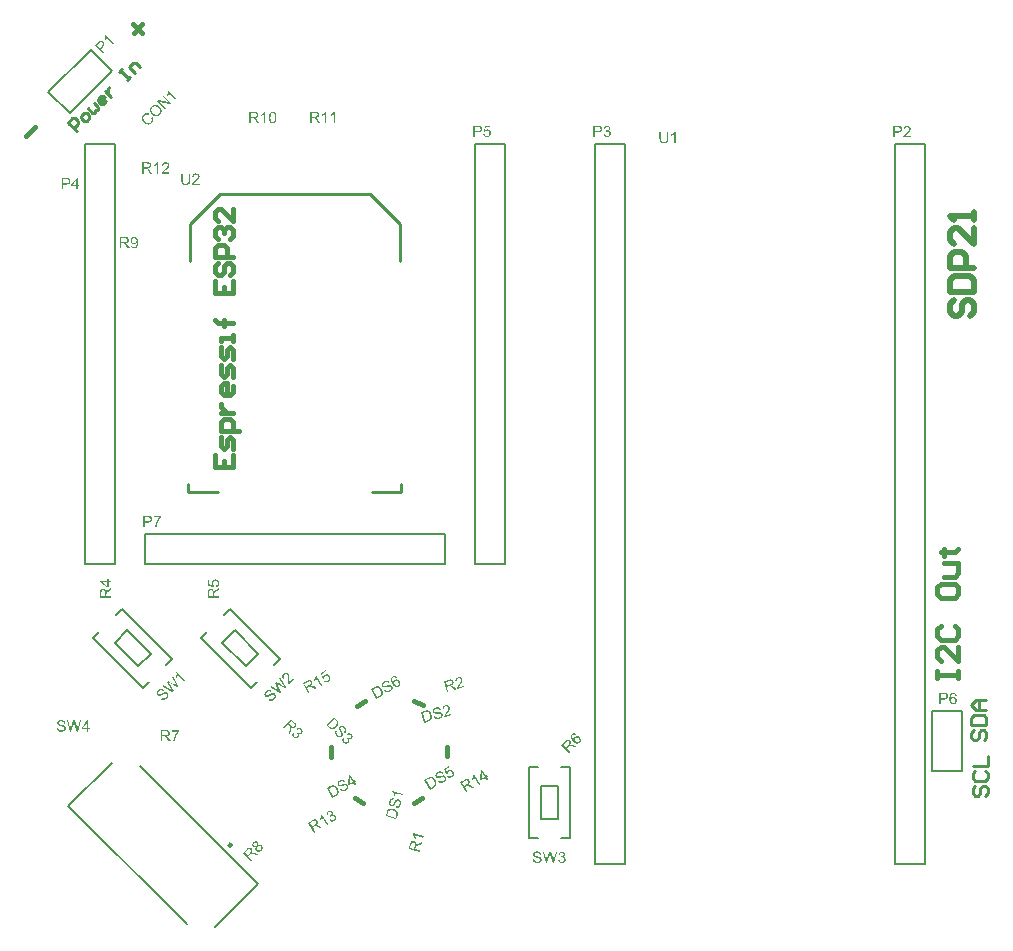
<source format=gto>
G04*
G04 #@! TF.GenerationSoftware,Altium Limited,Altium Designer,20.1.14 (287)*
G04*
G04 Layer_Color=8253173*
%FSLAX25Y25*%
%MOIN*%
G70*
G04*
G04 #@! TF.SameCoordinates,0D2ED980-A127-4EFE-AF8B-45E26DFE5CAE*
G04*
G04*
G04 #@! TF.FilePolarity,Positive*
G04*
G01*
G75*
%ADD10C,0.00984*%
%ADD11C,0.01000*%
%ADD12C,0.01575*%
%ADD13C,0.00500*%
%ADD14C,0.00787*%
%ADD15C,0.01500*%
%ADD16C,0.02000*%
G36*
X69889Y-173469D02*
X69959Y-173475D01*
X70042Y-173480D01*
X70133Y-173501D01*
X70231Y-173531D01*
X70332Y-173579D01*
X70342Y-173586D01*
X70375Y-173608D01*
X70425Y-173638D01*
X70485Y-173684D01*
X70553Y-173744D01*
X70627Y-173814D01*
X70694Y-173896D01*
X70756Y-173992D01*
X70759Y-173997D01*
X70765Y-174007D01*
X70776Y-174027D01*
X70786Y-174055D01*
X70803Y-174085D01*
X70818Y-174123D01*
X70845Y-174214D01*
X70874Y-174323D01*
X70889Y-174441D01*
X70887Y-174575D01*
X70881Y-174646D01*
X70867Y-174714D01*
X70863Y-174729D01*
X70853Y-174748D01*
X70850Y-174776D01*
X70834Y-174806D01*
X70818Y-174848D01*
X70795Y-174888D01*
X70769Y-174936D01*
X70739Y-174987D01*
X70698Y-175044D01*
X70658Y-175100D01*
X70607Y-175163D01*
X70557Y-175225D01*
X70494Y-175288D01*
X70422Y-175349D01*
X70346Y-175413D01*
X70359Y-175412D01*
X70385Y-175411D01*
X70423Y-175408D01*
X70470Y-175408D01*
X70586Y-175414D01*
X70648Y-175418D01*
X70701Y-175428D01*
X70716Y-175432D01*
X70753Y-175438D01*
X70811Y-175458D01*
X70884Y-175481D01*
X70977Y-175515D01*
X71080Y-175555D01*
X71194Y-175602D01*
X71313Y-175660D01*
X72395Y-176219D01*
X71851Y-176533D01*
X71025Y-176105D01*
X71022Y-176100D01*
X71007Y-176096D01*
X70988Y-176087D01*
X70966Y-176073D01*
X70903Y-176043D01*
X70820Y-176004D01*
X70727Y-175958D01*
X70629Y-175915D01*
X70539Y-175874D01*
X70452Y-175838D01*
X70444Y-175836D01*
X70417Y-175824D01*
X70375Y-175809D01*
X70330Y-175788D01*
X70215Y-175762D01*
X70160Y-175747D01*
X70105Y-175745D01*
X70098Y-175743D01*
X70085Y-175744D01*
X70059Y-175745D01*
X70025Y-175745D01*
X69948Y-175749D01*
X69859Y-175768D01*
X69854Y-175770D01*
X69841Y-175771D01*
X69821Y-175783D01*
X69793Y-175792D01*
X69756Y-175807D01*
X69716Y-175830D01*
X69663Y-175854D01*
X69104Y-176177D01*
X69945Y-177633D01*
X69511Y-177884D01*
X67619Y-174607D01*
X69140Y-173728D01*
X69183Y-173710D01*
X69223Y-173687D01*
X69326Y-173634D01*
X69436Y-173584D01*
X69558Y-173540D01*
X69674Y-173500D01*
X69732Y-173486D01*
X69786Y-173475D01*
X69791Y-173472D01*
X69799Y-173474D01*
X69835Y-173467D01*
X69889Y-173469D01*
D02*
G37*
G36*
X75562Y-170599D02*
X74255Y-171354D01*
X74585Y-172341D01*
X74587Y-172333D01*
X74594Y-172322D01*
X74603Y-172303D01*
X74615Y-172277D01*
X74636Y-172245D01*
X74657Y-172213D01*
X74714Y-172126D01*
X74781Y-172035D01*
X74868Y-171944D01*
X74968Y-171853D01*
X75082Y-171774D01*
X75122Y-171751D01*
X75155Y-171739D01*
X75198Y-171721D01*
X75241Y-171703D01*
X75296Y-171684D01*
X75352Y-171665D01*
X75490Y-171639D01*
X75561Y-171624D01*
X75638Y-171619D01*
X75723Y-171617D01*
X75806Y-171622D01*
X75892Y-171633D01*
X75979Y-171656D01*
X75986Y-171658D01*
X76002Y-171662D01*
X76026Y-171668D01*
X76055Y-171685D01*
X76097Y-171700D01*
X76143Y-171721D01*
X76190Y-171746D01*
X76246Y-171774D01*
X76308Y-171811D01*
X76364Y-171852D01*
X76427Y-171902D01*
X76489Y-171953D01*
X76547Y-172019D01*
X76606Y-172085D01*
X76665Y-172164D01*
X76718Y-172246D01*
X76721Y-172251D01*
X76730Y-172266D01*
X76744Y-172291D01*
X76757Y-172324D01*
X76775Y-172367D01*
X76796Y-172415D01*
X76819Y-172467D01*
X76841Y-172528D01*
X76875Y-172668D01*
X76903Y-172818D01*
X76913Y-172906D01*
X76915Y-172991D01*
X76913Y-173078D01*
X76903Y-173164D01*
X76901Y-173172D01*
X76896Y-173188D01*
X76888Y-173219D01*
X76877Y-173259D01*
X76865Y-173306D01*
X76845Y-173364D01*
X76820Y-173425D01*
X76785Y-173491D01*
X76754Y-173563D01*
X76709Y-173635D01*
X76654Y-173713D01*
X76597Y-173786D01*
X76526Y-173860D01*
X76453Y-173929D01*
X76364Y-173994D01*
X76267Y-174056D01*
X76222Y-174082D01*
X76190Y-174095D01*
X76152Y-174110D01*
X76104Y-174131D01*
X76051Y-174155D01*
X75990Y-174176D01*
X75858Y-174213D01*
X75713Y-174237D01*
X75636Y-174241D01*
X75556Y-174241D01*
X75476Y-174241D01*
X75395Y-174227D01*
X75387Y-174225D01*
X75379Y-174223D01*
X75355Y-174217D01*
X75324Y-174208D01*
X75290Y-174195D01*
X75248Y-174180D01*
X75202Y-174159D01*
X75149Y-174136D01*
X75040Y-174073D01*
X74919Y-173990D01*
X74804Y-173884D01*
X74746Y-173818D01*
X74693Y-173748D01*
X75099Y-173474D01*
X75102Y-173479D01*
X75108Y-173489D01*
X75122Y-173501D01*
X75138Y-173518D01*
X75185Y-173564D01*
X75245Y-173622D01*
X75313Y-173683D01*
X75396Y-173734D01*
X75484Y-173784D01*
X75582Y-173814D01*
X75595Y-173813D01*
X75626Y-173821D01*
X75672Y-173821D01*
X75740Y-173822D01*
X75814Y-173813D01*
X75898Y-173797D01*
X75989Y-173771D01*
X76077Y-173727D01*
X76107Y-173710D01*
X76124Y-173693D01*
X76176Y-173657D01*
X76237Y-173601D01*
X76295Y-173528D01*
X76359Y-173444D01*
X76408Y-173344D01*
X76430Y-173291D01*
X76447Y-173228D01*
X76444Y-173223D01*
X76451Y-173212D01*
X76454Y-173170D01*
X76460Y-173100D01*
X76458Y-173015D01*
X76443Y-172910D01*
X76421Y-172791D01*
X76375Y-172664D01*
X76310Y-172529D01*
X76307Y-172524D01*
X76301Y-172514D01*
X76289Y-172494D01*
X76273Y-172477D01*
X76256Y-172447D01*
X76231Y-172415D01*
X76170Y-172344D01*
X76101Y-172270D01*
X76014Y-172201D01*
X75912Y-172140D01*
X75801Y-172097D01*
X75785Y-172093D01*
X75749Y-172088D01*
X75689Y-172076D01*
X75609Y-172075D01*
X75519Y-172081D01*
X75409Y-172098D01*
X75298Y-172135D01*
X75182Y-172189D01*
X75147Y-172209D01*
X75115Y-172234D01*
X75068Y-172268D01*
X75022Y-172315D01*
X74971Y-172364D01*
X74925Y-172424D01*
X74883Y-172488D01*
X74881Y-172496D01*
X74866Y-172517D01*
X74848Y-172555D01*
X74827Y-172600D01*
X74813Y-172655D01*
X74796Y-172718D01*
X74782Y-172786D01*
X74776Y-172856D01*
X74365Y-173020D01*
X73714Y-171154D01*
X75340Y-170215D01*
X75562Y-170599D01*
D02*
G37*
G36*
X74160Y-175200D02*
X73756Y-175433D01*
X72276Y-172869D01*
X72274Y-172877D01*
X72265Y-172908D01*
X72245Y-172953D01*
X72220Y-173014D01*
X72191Y-173091D01*
X72152Y-173173D01*
X72109Y-173271D01*
X72053Y-173370D01*
X72048Y-173373D01*
X72046Y-173381D01*
X72028Y-173418D01*
X71997Y-173469D01*
X71960Y-173530D01*
X71915Y-173603D01*
X71862Y-173673D01*
X71808Y-173751D01*
X71755Y-173821D01*
X71528Y-173427D01*
X71533Y-173424D01*
X71540Y-173414D01*
X71554Y-173392D01*
X71565Y-173366D01*
X71587Y-173334D01*
X71613Y-173298D01*
X71667Y-173207D01*
X71725Y-173101D01*
X71787Y-172978D01*
X71844Y-172846D01*
X71892Y-172711D01*
X71894Y-172704D01*
X71897Y-172696D01*
X71909Y-172648D01*
X71928Y-172578D01*
X71951Y-172491D01*
X71971Y-172387D01*
X71988Y-172277D01*
X71996Y-172166D01*
X71995Y-172060D01*
X72260Y-171907D01*
X74160Y-175200D01*
D02*
G37*
G36*
X122422Y-206486D02*
X122492Y-206492D01*
X122575Y-206498D01*
X122667Y-206518D01*
X122764Y-206548D01*
X122865Y-206597D01*
X122876Y-206604D01*
X122908Y-206625D01*
X122959Y-206655D01*
X123018Y-206701D01*
X123086Y-206761D01*
X123160Y-206832D01*
X123227Y-206913D01*
X123290Y-207010D01*
X123293Y-207015D01*
X123298Y-207025D01*
X123310Y-207045D01*
X123319Y-207072D01*
X123337Y-207102D01*
X123352Y-207140D01*
X123378Y-207232D01*
X123408Y-207341D01*
X123422Y-207459D01*
X123420Y-207593D01*
X123414Y-207663D01*
X123400Y-207731D01*
X123396Y-207747D01*
X123387Y-207765D01*
X123383Y-207794D01*
X123367Y-207823D01*
X123351Y-207865D01*
X123328Y-207906D01*
X123302Y-207954D01*
X123272Y-208004D01*
X123231Y-208061D01*
X123191Y-208118D01*
X123141Y-208180D01*
X123090Y-208242D01*
X123027Y-208306D01*
X122956Y-208367D01*
X122879Y-208431D01*
X122892Y-208430D01*
X122918Y-208428D01*
X122957Y-208426D01*
X123003Y-208426D01*
X123119Y-208432D01*
X123182Y-208436D01*
X123234Y-208445D01*
X123250Y-208450D01*
X123286Y-208455D01*
X123344Y-208475D01*
X123418Y-208499D01*
X123510Y-208532D01*
X123613Y-208572D01*
X123727Y-208620D01*
X123846Y-208677D01*
X124928Y-209237D01*
X124384Y-209550D01*
X123558Y-209123D01*
X123556Y-209118D01*
X123540Y-209113D01*
X123521Y-209104D01*
X123500Y-209090D01*
X123436Y-209060D01*
X123354Y-209021D01*
X123260Y-208975D01*
X123162Y-208932D01*
X123072Y-208891D01*
X122985Y-208855D01*
X122977Y-208853D01*
X122951Y-208842D01*
X122908Y-208826D01*
X122863Y-208806D01*
X122748Y-208779D01*
X122693Y-208764D01*
X122639Y-208762D01*
X122631Y-208760D01*
X122618Y-208761D01*
X122592Y-208763D01*
X122559Y-208762D01*
X122482Y-208767D01*
X122392Y-208785D01*
X122387Y-208788D01*
X122374Y-208788D01*
X122354Y-208800D01*
X122327Y-208809D01*
X122289Y-208825D01*
X122249Y-208848D01*
X122196Y-208872D01*
X121638Y-209194D01*
X122478Y-210651D01*
X122045Y-210901D01*
X120152Y-207624D01*
X121674Y-206746D01*
X121717Y-206727D01*
X121756Y-206704D01*
X121859Y-206652D01*
X121970Y-206601D01*
X122091Y-206558D01*
X122207Y-206517D01*
X122266Y-206504D01*
X122319Y-206492D01*
X122324Y-206490D01*
X122332Y-206492D01*
X122368Y-206485D01*
X122422Y-206486D01*
D02*
G37*
G36*
X128747Y-205495D02*
X129191Y-205239D01*
X129404Y-205608D01*
X128960Y-205864D01*
X129412Y-206647D01*
X129008Y-206881D01*
X128556Y-206098D01*
X127134Y-206918D01*
X126921Y-206549D01*
X127194Y-203565D01*
X127523Y-203375D01*
X128747Y-205495D01*
D02*
G37*
G36*
X126694Y-208217D02*
X126290Y-208450D01*
X124809Y-205886D01*
X124807Y-205894D01*
X124799Y-205926D01*
X124778Y-205971D01*
X124753Y-206032D01*
X124724Y-206108D01*
X124686Y-206190D01*
X124643Y-206289D01*
X124586Y-206387D01*
X124582Y-206390D01*
X124579Y-206398D01*
X124561Y-206435D01*
X124530Y-206486D01*
X124493Y-206548D01*
X124448Y-206620D01*
X124396Y-206691D01*
X124341Y-206769D01*
X124288Y-206839D01*
X124061Y-206445D01*
X124066Y-206442D01*
X124073Y-206431D01*
X124087Y-206410D01*
X124099Y-206383D01*
X124120Y-206351D01*
X124146Y-206316D01*
X124200Y-206225D01*
X124258Y-206118D01*
X124320Y-205996D01*
X124377Y-205863D01*
X124426Y-205729D01*
X124428Y-205721D01*
X124430Y-205713D01*
X124443Y-205666D01*
X124461Y-205595D01*
X124485Y-205508D01*
X124504Y-205404D01*
X124521Y-205295D01*
X124530Y-205183D01*
X124529Y-205077D01*
X124793Y-204925D01*
X126694Y-208217D01*
D02*
G37*
G36*
X76843Y-217023D02*
X76913Y-217029D01*
X76994Y-217042D01*
X77085Y-217063D01*
X77178Y-217096D01*
X77268Y-217137D01*
X77279Y-217144D01*
X77308Y-217160D01*
X77351Y-217189D01*
X77400Y-217227D01*
X77457Y-217280D01*
X77517Y-217338D01*
X77576Y-217405D01*
X77630Y-217487D01*
X77635Y-217497D01*
X77650Y-217522D01*
X77668Y-217564D01*
X77687Y-217620D01*
X77706Y-217688D01*
X77724Y-217765D01*
X77739Y-217849D01*
X77737Y-217937D01*
X77737Y-217950D01*
X77734Y-217979D01*
X77721Y-218026D01*
X77709Y-218086D01*
X77685Y-218159D01*
X77656Y-218236D01*
X77615Y-218326D01*
X77559Y-218412D01*
X77564Y-218409D01*
X77577Y-218408D01*
X77591Y-218400D01*
X77617Y-218398D01*
X77676Y-218385D01*
X77758Y-218377D01*
X77848Y-218372D01*
X77951Y-218378D01*
X78061Y-218395D01*
X78169Y-218432D01*
X78180Y-218439D01*
X78217Y-218458D01*
X78268Y-218488D01*
X78337Y-218528D01*
X78410Y-218586D01*
X78487Y-218661D01*
X78567Y-218754D01*
X78639Y-218866D01*
X78642Y-218871D01*
X78650Y-218886D01*
X78662Y-218906D01*
X78674Y-218939D01*
X78692Y-218982D01*
X78710Y-219024D01*
X78729Y-219080D01*
X78743Y-219139D01*
X78774Y-219273D01*
X78787Y-219353D01*
X78786Y-219433D01*
X78786Y-219513D01*
X78781Y-219596D01*
X78765Y-219684D01*
X78745Y-219776D01*
X78743Y-219784D01*
X78739Y-219799D01*
X78729Y-219818D01*
X78716Y-219852D01*
X78701Y-219895D01*
X78675Y-219943D01*
X78645Y-219993D01*
X78614Y-220044D01*
X78576Y-220106D01*
X78531Y-220165D01*
X78480Y-220228D01*
X78425Y-220293D01*
X78362Y-220356D01*
X78288Y-220412D01*
X78209Y-220471D01*
X78127Y-220525D01*
X78087Y-220548D01*
X78054Y-220561D01*
X78011Y-220579D01*
X77969Y-220597D01*
X77916Y-220620D01*
X77860Y-220639D01*
X77728Y-220675D01*
X77579Y-220695D01*
X77505Y-220704D01*
X77430Y-220701D01*
X77347Y-220696D01*
X77267Y-220683D01*
X77259Y-220680D01*
X77251Y-220678D01*
X77227Y-220672D01*
X77196Y-220664D01*
X77158Y-220645D01*
X77116Y-220630D01*
X77066Y-220612D01*
X77018Y-220586D01*
X76901Y-220521D01*
X76785Y-220435D01*
X76665Y-220332D01*
X76610Y-220270D01*
X76556Y-220201D01*
X76929Y-219913D01*
X76932Y-219918D01*
X76942Y-219925D01*
X76954Y-219945D01*
X76975Y-219959D01*
X77025Y-220011D01*
X77093Y-220071D01*
X77169Y-220134D01*
X77258Y-220195D01*
X77351Y-220241D01*
X77443Y-220274D01*
X77456Y-220274D01*
X77488Y-220282D01*
X77534Y-220282D01*
X77601Y-220283D01*
X77671Y-220276D01*
X77755Y-220261D01*
X77846Y-220235D01*
X77934Y-220191D01*
X77964Y-220174D01*
X77981Y-220157D01*
X78028Y-220123D01*
X78084Y-220071D01*
X78149Y-220000D01*
X78212Y-219924D01*
X78263Y-219828D01*
X78300Y-219720D01*
X78305Y-219704D01*
X78310Y-219668D01*
X78317Y-219611D01*
X78322Y-219528D01*
X78317Y-219438D01*
X78298Y-219336D01*
X78263Y-219229D01*
X78213Y-219119D01*
X78210Y-219114D01*
X78207Y-219109D01*
X78198Y-219094D01*
X78182Y-219077D01*
X78148Y-219030D01*
X78096Y-218973D01*
X78035Y-218915D01*
X77954Y-218856D01*
X77866Y-218807D01*
X77766Y-218771D01*
X77750Y-218767D01*
X77719Y-218759D01*
X77665Y-218757D01*
X77589Y-218754D01*
X77504Y-218756D01*
X77410Y-218777D01*
X77314Y-218806D01*
X77208Y-218854D01*
X77163Y-218880D01*
X77131Y-218905D01*
X77094Y-218933D01*
X77047Y-218967D01*
X76998Y-219008D01*
X76947Y-219058D01*
X76788Y-218678D01*
X76812Y-218663D01*
X76835Y-218657D01*
X76900Y-218619D01*
X76942Y-218588D01*
X77001Y-218541D01*
X77062Y-218486D01*
X77123Y-218418D01*
X77185Y-218342D01*
X77239Y-218251D01*
X77246Y-218240D01*
X77260Y-218206D01*
X77270Y-218153D01*
X77284Y-218086D01*
X77292Y-218008D01*
X77281Y-217920D01*
X77257Y-217821D01*
X77210Y-217716D01*
X77207Y-217711D01*
X77204Y-217706D01*
X77190Y-217681D01*
X77157Y-217647D01*
X77115Y-217598D01*
X77068Y-217551D01*
X77004Y-217509D01*
X76931Y-217464D01*
X76850Y-217438D01*
X76842Y-217436D01*
X76810Y-217427D01*
X76761Y-217423D01*
X76702Y-217424D01*
X76630Y-217425D01*
X76553Y-217443D01*
X76467Y-217466D01*
X76379Y-217510D01*
X76339Y-217533D01*
X76300Y-217569D01*
X76256Y-217608D01*
X76200Y-217660D01*
X76152Y-217728D01*
X76108Y-217800D01*
X76072Y-217887D01*
X76070Y-217895D01*
X76061Y-217927D01*
X76056Y-217976D01*
X76055Y-218043D01*
X76055Y-218123D01*
X76068Y-218215D01*
X76090Y-218322D01*
X76131Y-218439D01*
X75686Y-218602D01*
X75683Y-218597D01*
X75680Y-218579D01*
X75673Y-218556D01*
X75664Y-218529D01*
X75653Y-218488D01*
X75640Y-218442D01*
X75624Y-218332D01*
X75606Y-218209D01*
X75605Y-218070D01*
X75617Y-217930D01*
X75655Y-217788D01*
X75657Y-217780D01*
X75660Y-217773D01*
X75669Y-217754D01*
X75685Y-217725D01*
X75701Y-217695D01*
X75720Y-217658D01*
X75769Y-217570D01*
X75841Y-217475D01*
X75935Y-217374D01*
X76045Y-217277D01*
X76109Y-217227D01*
X76224Y-217161D01*
X76277Y-217137D01*
X76348Y-217109D01*
X76431Y-217081D01*
X76527Y-217052D01*
X76629Y-217033D01*
X76737Y-217024D01*
X76742Y-217021D01*
X76750Y-217023D01*
X76789Y-217021D01*
X76843Y-217023D01*
D02*
G37*
G36*
X71753Y-219935D02*
X71823Y-219941D01*
X71906Y-219946D01*
X71998Y-219967D01*
X72095Y-219997D01*
X72196Y-220045D01*
X72207Y-220052D01*
X72239Y-220073D01*
X72290Y-220104D01*
X72350Y-220149D01*
X72418Y-220210D01*
X72492Y-220280D01*
X72558Y-220361D01*
X72621Y-220458D01*
X72624Y-220463D01*
X72630Y-220473D01*
X72641Y-220493D01*
X72650Y-220521D01*
X72668Y-220551D01*
X72683Y-220589D01*
X72709Y-220680D01*
X72739Y-220789D01*
X72754Y-220907D01*
X72751Y-221041D01*
X72745Y-221111D01*
X72731Y-221179D01*
X72727Y-221195D01*
X72718Y-221214D01*
X72714Y-221242D01*
X72698Y-221272D01*
X72683Y-221314D01*
X72659Y-221354D01*
X72634Y-221402D01*
X72603Y-221453D01*
X72563Y-221509D01*
X72522Y-221566D01*
X72472Y-221628D01*
X72421Y-221691D01*
X72358Y-221754D01*
X72287Y-221815D01*
X72211Y-221879D01*
X72224Y-221878D01*
X72249Y-221877D01*
X72288Y-221874D01*
X72334Y-221874D01*
X72451Y-221880D01*
X72513Y-221884D01*
X72565Y-221894D01*
X72581Y-221898D01*
X72617Y-221903D01*
X72675Y-221923D01*
X72749Y-221947D01*
X72841Y-221980D01*
X72944Y-222021D01*
X73058Y-222068D01*
X73178Y-222125D01*
X74259Y-222685D01*
X73715Y-222999D01*
X72890Y-222571D01*
X72887Y-222566D01*
X72871Y-222562D01*
X72852Y-222553D01*
X72831Y-222538D01*
X72767Y-222509D01*
X72685Y-222470D01*
X72592Y-222424D01*
X72494Y-222381D01*
X72404Y-222340D01*
X72316Y-222304D01*
X72308Y-222301D01*
X72282Y-222290D01*
X72240Y-222275D01*
X72194Y-222254D01*
X72079Y-222227D01*
X72024Y-222213D01*
X71970Y-222211D01*
X71962Y-222209D01*
X71949Y-222209D01*
X71924Y-222211D01*
X71890Y-222210D01*
X71813Y-222215D01*
X71724Y-222233D01*
X71719Y-222236D01*
X71706Y-222237D01*
X71686Y-222249D01*
X71658Y-222258D01*
X71620Y-222273D01*
X71580Y-222296D01*
X71527Y-222320D01*
X70969Y-222642D01*
X71810Y-224099D01*
X71376Y-224350D01*
X69484Y-221072D01*
X71005Y-220194D01*
X71048Y-220176D01*
X71088Y-220153D01*
X71190Y-220100D01*
X71301Y-220050D01*
X71422Y-220006D01*
X71539Y-219966D01*
X71597Y-219952D01*
X71650Y-219941D01*
X71655Y-219938D01*
X71663Y-219940D01*
X71699Y-219933D01*
X71753Y-219935D01*
D02*
G37*
G36*
X76025Y-221666D02*
X75621Y-221899D01*
X74141Y-219335D01*
X74138Y-219343D01*
X74130Y-219374D01*
X74110Y-219419D01*
X74085Y-219480D01*
X74056Y-219557D01*
X74017Y-219639D01*
X73974Y-219737D01*
X73918Y-219836D01*
X73913Y-219839D01*
X73911Y-219847D01*
X73892Y-219884D01*
X73862Y-219935D01*
X73824Y-219996D01*
X73779Y-220069D01*
X73727Y-220139D01*
X73672Y-220217D01*
X73620Y-220287D01*
X73392Y-219893D01*
X73397Y-219890D01*
X73404Y-219880D01*
X73418Y-219858D01*
X73430Y-219832D01*
X73451Y-219799D01*
X73477Y-219764D01*
X73531Y-219673D01*
X73589Y-219566D01*
X73652Y-219444D01*
X73708Y-219312D01*
X73757Y-219177D01*
X73759Y-219169D01*
X73761Y-219161D01*
X73774Y-219114D01*
X73793Y-219043D01*
X73816Y-218957D01*
X73835Y-218852D01*
X73852Y-218743D01*
X73861Y-218632D01*
X73860Y-218526D01*
X74124Y-218373D01*
X76025Y-221666D01*
D02*
G37*
G36*
X22097Y-904D02*
X22143Y-910D01*
X22195Y-916D01*
X22253Y-921D01*
X22316Y-939D01*
X22454Y-973D01*
X22598Y-1025D01*
X22673Y-1060D01*
X22742Y-1100D01*
X22805Y-1152D01*
X22869Y-1204D01*
X22875Y-1209D01*
X22880Y-1215D01*
X22898Y-1233D01*
X22921Y-1256D01*
X22944Y-1290D01*
X22973Y-1325D01*
X23030Y-1411D01*
X23088Y-1520D01*
X23140Y-1647D01*
X23180Y-1791D01*
X23186Y-1872D01*
X23191Y-1953D01*
Y-1964D01*
Y-1993D01*
X23186Y-2039D01*
X23180Y-2097D01*
X23168Y-2166D01*
X23151Y-2241D01*
X23128Y-2321D01*
X23093Y-2402D01*
X23088Y-2413D01*
X23076Y-2442D01*
X23053Y-2482D01*
X23019Y-2540D01*
X22978Y-2609D01*
X22926Y-2690D01*
X22857Y-2770D01*
X22782Y-2863D01*
X22771Y-2874D01*
X22742Y-2909D01*
X22690Y-2960D01*
X22656Y-2995D01*
X22615Y-3035D01*
X22569Y-3081D01*
X22512Y-3133D01*
X22454Y-3185D01*
X22391Y-3249D01*
X22322Y-3312D01*
X22241Y-3381D01*
X22160Y-3450D01*
X22068Y-3531D01*
X22062Y-3537D01*
X22051Y-3548D01*
X22028Y-3565D01*
X21999Y-3588D01*
X21930Y-3646D01*
X21844Y-3721D01*
X21757Y-3801D01*
X21665Y-3882D01*
X21590Y-3951D01*
X21561Y-3980D01*
X21532Y-4009D01*
X21527Y-4015D01*
X21515Y-4032D01*
X21492Y-4055D01*
X21463Y-4089D01*
X21400Y-4164D01*
X21337Y-4256D01*
X23197D01*
Y-4700D01*
X20692D01*
Y-4694D01*
Y-4671D01*
Y-4637D01*
X20697Y-4596D01*
X20703Y-4550D01*
X20709Y-4498D01*
X20726Y-4441D01*
X20743Y-4383D01*
Y-4377D01*
X20749Y-4372D01*
X20761Y-4337D01*
X20784Y-4291D01*
X20818Y-4222D01*
X20859Y-4147D01*
X20916Y-4061D01*
X20974Y-3974D01*
X21049Y-3882D01*
Y-3876D01*
X21060Y-3871D01*
X21089Y-3836D01*
X21135Y-3784D01*
X21204Y-3715D01*
X21291Y-3634D01*
X21394Y-3537D01*
X21521Y-3427D01*
X21659Y-3306D01*
X21665Y-3300D01*
X21688Y-3283D01*
X21717Y-3260D01*
X21757Y-3220D01*
X21809Y-3179D01*
X21867Y-3128D01*
X21993Y-3018D01*
X22131Y-2886D01*
X22270Y-2753D01*
X22339Y-2690D01*
X22397Y-2626D01*
X22448Y-2563D01*
X22494Y-2505D01*
Y-2500D01*
X22506Y-2494D01*
X22517Y-2477D01*
X22529Y-2454D01*
X22564Y-2396D01*
X22604Y-2321D01*
X22644Y-2235D01*
X22679Y-2143D01*
X22702Y-2039D01*
X22713Y-1941D01*
Y-1935D01*
Y-1929D01*
X22707Y-1895D01*
X22702Y-1843D01*
X22690Y-1780D01*
X22661Y-1705D01*
X22627Y-1630D01*
X22581Y-1549D01*
X22512Y-1474D01*
X22500Y-1469D01*
X22477Y-1446D01*
X22431Y-1417D01*
X22373Y-1376D01*
X22299Y-1342D01*
X22212Y-1313D01*
X22108Y-1290D01*
X21993Y-1284D01*
X21959D01*
X21936Y-1290D01*
X21878Y-1296D01*
X21803Y-1307D01*
X21717Y-1336D01*
X21625Y-1371D01*
X21538Y-1423D01*
X21458Y-1492D01*
X21452Y-1503D01*
X21429Y-1526D01*
X21394Y-1572D01*
X21360Y-1636D01*
X21319Y-1716D01*
X21291Y-1808D01*
X21268Y-1918D01*
X21256Y-2045D01*
X20778Y-1993D01*
Y-1987D01*
Y-1970D01*
X20784Y-1941D01*
X20789Y-1906D01*
X20801Y-1860D01*
X20807Y-1808D01*
X20841Y-1693D01*
X20887Y-1561D01*
X20951Y-1428D01*
X21037Y-1296D01*
X21083Y-1238D01*
X21141Y-1181D01*
X21147Y-1175D01*
X21158Y-1169D01*
X21175Y-1152D01*
X21198Y-1135D01*
X21233Y-1117D01*
X21273Y-1089D01*
X21319Y-1065D01*
X21371Y-1037D01*
X21429Y-1014D01*
X21492Y-985D01*
X21567Y-962D01*
X21642Y-945D01*
X21815Y-910D01*
X21907Y-904D01*
X22005Y-898D01*
X22057D01*
X22097Y-904D01*
D02*
G37*
G36*
X19568Y-4700D02*
X19102D01*
Y-1739D01*
X19096Y-1745D01*
X19073Y-1768D01*
X19033Y-1797D01*
X18981Y-1837D01*
X18917Y-1889D01*
X18843Y-1941D01*
X18756Y-2004D01*
X18658Y-2062D01*
X18653D01*
X18647Y-2068D01*
X18612Y-2091D01*
X18560Y-2120D01*
X18497Y-2154D01*
X18422Y-2194D01*
X18341Y-2229D01*
X18255Y-2269D01*
X18174Y-2304D01*
Y-1849D01*
X18180D01*
X18192Y-1843D01*
X18215Y-1832D01*
X18238Y-1814D01*
X18272Y-1797D01*
X18313Y-1780D01*
X18405Y-1728D01*
X18508Y-1664D01*
X18624Y-1590D01*
X18739Y-1503D01*
X18848Y-1411D01*
X18854Y-1405D01*
X18860Y-1400D01*
X18894Y-1365D01*
X18946Y-1313D01*
X19010Y-1250D01*
X19079Y-1169D01*
X19148Y-1083D01*
X19211Y-991D01*
X19263Y-898D01*
X19568D01*
Y-4700D01*
D02*
G37*
G36*
X16003Y-921D02*
X16049D01*
X16164Y-927D01*
X16285Y-939D01*
X16412Y-962D01*
X16533Y-985D01*
X16590Y-1002D01*
X16642Y-1019D01*
X16648D01*
X16654Y-1025D01*
X16688Y-1037D01*
X16734Y-1065D01*
X16792Y-1106D01*
X16861Y-1152D01*
X16930Y-1215D01*
X16999Y-1290D01*
X17063Y-1382D01*
X17068Y-1394D01*
X17086Y-1428D01*
X17115Y-1480D01*
X17143Y-1549D01*
X17172Y-1636D01*
X17201Y-1734D01*
X17218Y-1837D01*
X17224Y-1953D01*
Y-1958D01*
Y-1970D01*
Y-1993D01*
X17218Y-2022D01*
Y-2056D01*
X17212Y-2097D01*
X17189Y-2189D01*
X17161Y-2298D01*
X17115Y-2407D01*
X17045Y-2523D01*
X17005Y-2580D01*
X16959Y-2632D01*
X16948Y-2644D01*
X16930Y-2655D01*
X16913Y-2678D01*
X16884Y-2695D01*
X16850Y-2724D01*
X16809Y-2747D01*
X16763Y-2776D01*
X16711Y-2805D01*
X16648Y-2834D01*
X16585Y-2863D01*
X16510Y-2891D01*
X16435Y-2920D01*
X16349Y-2943D01*
X16256Y-2960D01*
X16158Y-2978D01*
X16170Y-2984D01*
X16193Y-2995D01*
X16228Y-3012D01*
X16268Y-3035D01*
X16366Y-3099D01*
X16418Y-3133D01*
X16458Y-3168D01*
X16469Y-3179D01*
X16498Y-3202D01*
X16539Y-3249D01*
X16590Y-3306D01*
X16654Y-3381D01*
X16723Y-3467D01*
X16798Y-3565D01*
X16873Y-3675D01*
X17529Y-4700D01*
X16901D01*
X16400Y-3917D01*
Y-3911D01*
X16389Y-3899D01*
X16377Y-3882D01*
X16366Y-3859D01*
X16325Y-3801D01*
X16274Y-3727D01*
X16216Y-3640D01*
X16153Y-3554D01*
X16095Y-3473D01*
X16037Y-3398D01*
X16032Y-3393D01*
X16014Y-3369D01*
X15986Y-3335D01*
X15957Y-3295D01*
X15870Y-3214D01*
X15830Y-3174D01*
X15784Y-3145D01*
X15778Y-3139D01*
X15767Y-3133D01*
X15744Y-3122D01*
X15715Y-3104D01*
X15646Y-3070D01*
X15559Y-3041D01*
X15554D01*
X15542Y-3035D01*
X15519D01*
X15490Y-3030D01*
X15450Y-3024D01*
X15404D01*
X15346Y-3018D01*
X14701D01*
Y-4700D01*
X14200D01*
Y-916D01*
X15957D01*
X16003Y-921D01*
D02*
G37*
G36*
X78434Y12172D02*
X77967D01*
Y15133D01*
X77961Y15127D01*
X77938Y15104D01*
X77898Y15075D01*
X77846Y15035D01*
X77783Y14983D01*
X77708Y14931D01*
X77622Y14868D01*
X77524Y14810D01*
X77518D01*
X77512Y14805D01*
X77478Y14781D01*
X77426Y14753D01*
X77362Y14718D01*
X77288Y14678D01*
X77207Y14643D01*
X77121Y14603D01*
X77040Y14568D01*
Y15023D01*
X77046D01*
X77057Y15029D01*
X77080Y15041D01*
X77103Y15058D01*
X77138Y15075D01*
X77178Y15092D01*
X77270Y15144D01*
X77374Y15208D01*
X77489Y15283D01*
X77604Y15369D01*
X77714Y15461D01*
X77719Y15467D01*
X77725Y15473D01*
X77760Y15507D01*
X77812Y15559D01*
X77875Y15622D01*
X77944Y15703D01*
X78013Y15789D01*
X78077Y15882D01*
X78128Y15974D01*
X78434D01*
Y12172D01*
D02*
G37*
G36*
X75496D02*
X75030D01*
Y15133D01*
X75024Y15127D01*
X75001Y15104D01*
X74961Y15075D01*
X74909Y15035D01*
X74845Y14983D01*
X74770Y14931D01*
X74684Y14868D01*
X74586Y14810D01*
X74580D01*
X74575Y14805D01*
X74540Y14781D01*
X74488Y14753D01*
X74425Y14718D01*
X74350Y14678D01*
X74269Y14643D01*
X74183Y14603D01*
X74102Y14568D01*
Y15023D01*
X74108D01*
X74120Y15029D01*
X74143Y15041D01*
X74166Y15058D01*
X74200Y15075D01*
X74240Y15092D01*
X74333Y15144D01*
X74436Y15208D01*
X74551Y15283D01*
X74667Y15369D01*
X74776Y15461D01*
X74782Y15467D01*
X74788Y15473D01*
X74822Y15507D01*
X74874Y15559D01*
X74937Y15622D01*
X75007Y15703D01*
X75076Y15789D01*
X75139Y15882D01*
X75191Y15974D01*
X75496D01*
Y12172D01*
D02*
G37*
G36*
X71931Y15951D02*
X71977D01*
X72092Y15945D01*
X72213Y15933D01*
X72340Y15910D01*
X72461Y15887D01*
X72518Y15870D01*
X72570Y15853D01*
X72576D01*
X72582Y15847D01*
X72616Y15835D01*
X72662Y15807D01*
X72720Y15766D01*
X72789Y15720D01*
X72858Y15657D01*
X72927Y15582D01*
X72991Y15490D01*
X72996Y15478D01*
X73014Y15444D01*
X73042Y15392D01*
X73071Y15323D01*
X73100Y15236D01*
X73129Y15139D01*
X73146Y15035D01*
X73152Y14920D01*
Y14914D01*
Y14902D01*
Y14879D01*
X73146Y14851D01*
Y14816D01*
X73140Y14776D01*
X73117Y14683D01*
X73089Y14574D01*
X73042Y14465D01*
X72973Y14349D01*
X72933Y14292D01*
X72887Y14240D01*
X72875Y14229D01*
X72858Y14217D01*
X72841Y14194D01*
X72812Y14177D01*
X72777Y14148D01*
X72737Y14125D01*
X72691Y14096D01*
X72639Y14067D01*
X72576Y14038D01*
X72513Y14010D01*
X72438Y13981D01*
X72363Y13952D01*
X72276Y13929D01*
X72184Y13912D01*
X72086Y13894D01*
X72098Y13889D01*
X72121Y13877D01*
X72155Y13860D01*
X72196Y13837D01*
X72294Y13773D01*
X72345Y13739D01*
X72386Y13704D01*
X72397Y13693D01*
X72426Y13670D01*
X72466Y13624D01*
X72518Y13566D01*
X72582Y13491D01*
X72651Y13405D01*
X72726Y13307D01*
X72800Y13197D01*
X73457Y12172D01*
X72829D01*
X72328Y12956D01*
Y12961D01*
X72317Y12973D01*
X72305Y12990D01*
X72294Y13013D01*
X72253Y13071D01*
X72201Y13146D01*
X72144Y13232D01*
X72080Y13318D01*
X72023Y13399D01*
X71965Y13474D01*
X71960Y13480D01*
X71942Y13503D01*
X71913Y13537D01*
X71885Y13578D01*
X71798Y13658D01*
X71758Y13699D01*
X71712Y13727D01*
X71706Y13733D01*
X71695Y13739D01*
X71671Y13750D01*
X71643Y13768D01*
X71574Y13802D01*
X71487Y13831D01*
X71481D01*
X71470Y13837D01*
X71447D01*
X71418Y13843D01*
X71378Y13848D01*
X71332D01*
X71274Y13854D01*
X70629D01*
Y12172D01*
X70128D01*
Y15957D01*
X71885D01*
X71931Y15951D01*
D02*
G37*
G36*
X55268Y12100D02*
X54802D01*
Y15061D01*
X54796Y15055D01*
X54773Y15032D01*
X54733Y15003D01*
X54681Y14963D01*
X54617Y14911D01*
X54543Y14859D01*
X54456Y14796D01*
X54358Y14738D01*
X54352D01*
X54347Y14732D01*
X54312Y14709D01*
X54260Y14681D01*
X54197Y14646D01*
X54122Y14606D01*
X54041Y14571D01*
X53955Y14531D01*
X53874Y14496D01*
Y14951D01*
X53880D01*
X53892Y14957D01*
X53915Y14968D01*
X53938Y14986D01*
X53972Y15003D01*
X54013Y15020D01*
X54105Y15072D01*
X54208Y15135D01*
X54324Y15210D01*
X54439Y15297D01*
X54548Y15389D01*
X54554Y15395D01*
X54560Y15401D01*
X54594Y15435D01*
X54646Y15487D01*
X54710Y15550D01*
X54779Y15631D01*
X54848Y15717D01*
X54911Y15809D01*
X54963Y15902D01*
X55268D01*
Y12100D01*
D02*
G37*
G36*
X51703Y15879D02*
X51749D01*
X51864Y15873D01*
X51985Y15861D01*
X52112Y15838D01*
X52233Y15815D01*
X52290Y15798D01*
X52342Y15781D01*
X52348D01*
X52354Y15775D01*
X52388Y15763D01*
X52434Y15735D01*
X52492Y15694D01*
X52561Y15648D01*
X52630Y15585D01*
X52699Y15510D01*
X52763Y15418D01*
X52768Y15406D01*
X52786Y15372D01*
X52815Y15320D01*
X52843Y15251D01*
X52872Y15164D01*
X52901Y15066D01*
X52918Y14963D01*
X52924Y14848D01*
Y14842D01*
Y14830D01*
Y14807D01*
X52918Y14778D01*
Y14744D01*
X52912Y14704D01*
X52889Y14611D01*
X52861Y14502D01*
X52815Y14392D01*
X52745Y14277D01*
X52705Y14220D01*
X52659Y14168D01*
X52648Y14156D01*
X52630Y14145D01*
X52613Y14122D01*
X52584Y14105D01*
X52550Y14076D01*
X52509Y14053D01*
X52463Y14024D01*
X52411Y13995D01*
X52348Y13966D01*
X52285Y13937D01*
X52210Y13909D01*
X52135Y13880D01*
X52048Y13857D01*
X51956Y13839D01*
X51858Y13822D01*
X51870Y13816D01*
X51893Y13805D01*
X51928Y13788D01*
X51968Y13765D01*
X52066Y13701D01*
X52118Y13667D01*
X52158Y13632D01*
X52169Y13621D01*
X52198Y13598D01*
X52239Y13552D01*
X52290Y13494D01*
X52354Y13419D01*
X52423Y13333D01*
X52498Y13235D01*
X52573Y13125D01*
X53229Y12100D01*
X52601D01*
X52100Y12883D01*
Y12889D01*
X52089Y12901D01*
X52077Y12918D01*
X52066Y12941D01*
X52025Y12999D01*
X51974Y13073D01*
X51916Y13160D01*
X51853Y13246D01*
X51795Y13327D01*
X51737Y13402D01*
X51732Y13408D01*
X51714Y13431D01*
X51686Y13465D01*
X51657Y13505D01*
X51570Y13586D01*
X51530Y13626D01*
X51484Y13655D01*
X51478Y13661D01*
X51467Y13667D01*
X51444Y13678D01*
X51415Y13695D01*
X51346Y13730D01*
X51259Y13759D01*
X51254D01*
X51242Y13765D01*
X51219D01*
X51190Y13770D01*
X51150Y13776D01*
X51104D01*
X51046Y13782D01*
X50401D01*
Y12100D01*
X49900D01*
Y15884D01*
X51657D01*
X51703Y15879D01*
D02*
G37*
G36*
X57797Y15896D02*
X57866Y15884D01*
X57947Y15873D01*
X58039Y15850D01*
X58131Y15815D01*
X58217Y15775D01*
X58229Y15769D01*
X58258Y15752D01*
X58298Y15723D01*
X58356Y15688D01*
X58413Y15637D01*
X58477Y15573D01*
X58540Y15504D01*
X58598Y15424D01*
X58603Y15412D01*
X58621Y15383D01*
X58649Y15331D01*
X58684Y15268D01*
X58719Y15187D01*
X58759Y15089D01*
X58799Y14980D01*
X58834Y14859D01*
Y14853D01*
X58839Y14842D01*
Y14825D01*
X58845Y14796D01*
X58857Y14767D01*
X58863Y14727D01*
X58868Y14675D01*
X58880Y14623D01*
X58886Y14559D01*
X58891Y14496D01*
X58903Y14421D01*
X58909Y14341D01*
X58914Y14254D01*
Y14168D01*
X58920Y13966D01*
Y13961D01*
Y13937D01*
Y13903D01*
Y13857D01*
X58914Y13799D01*
Y13736D01*
X58909Y13661D01*
X58903Y13580D01*
X58886Y13408D01*
X58863Y13229D01*
X58828Y13050D01*
X58805Y12970D01*
X58782Y12889D01*
Y12883D01*
X58776Y12872D01*
X58770Y12849D01*
X58759Y12820D01*
X58742Y12785D01*
X58724Y12751D01*
X58678Y12659D01*
X58621Y12555D01*
X58552Y12451D01*
X58471Y12348D01*
X58373Y12256D01*
X58367D01*
X58361Y12244D01*
X58344Y12238D01*
X58327Y12221D01*
X58263Y12186D01*
X58189Y12146D01*
X58085Y12106D01*
X57970Y12071D01*
X57837Y12048D01*
X57687Y12037D01*
X57636D01*
X57595Y12042D01*
X57549Y12048D01*
X57497Y12060D01*
X57440Y12071D01*
X57376Y12083D01*
X57238Y12129D01*
X57163Y12163D01*
X57094Y12198D01*
X57019Y12244D01*
X56950Y12296D01*
X56887Y12353D01*
X56823Y12423D01*
X56818Y12428D01*
X56806Y12446D01*
X56789Y12474D01*
X56766Y12515D01*
X56737Y12567D01*
X56708Y12630D01*
X56674Y12705D01*
X56639Y12797D01*
X56605Y12895D01*
X56570Y13010D01*
X56541Y13137D01*
X56512Y13275D01*
X56489Y13431D01*
X56472Y13592D01*
X56461Y13776D01*
X56455Y13966D01*
Y13972D01*
Y13995D01*
Y14030D01*
Y14076D01*
X56461Y14133D01*
Y14197D01*
X56466Y14272D01*
X56472Y14352D01*
X56489Y14525D01*
X56512Y14704D01*
X56541Y14882D01*
X56564Y14963D01*
X56587Y15043D01*
Y15049D01*
X56593Y15061D01*
X56605Y15084D01*
X56616Y15112D01*
X56628Y15147D01*
X56645Y15187D01*
X56691Y15280D01*
X56749Y15383D01*
X56818Y15487D01*
X56898Y15585D01*
X56996Y15677D01*
X57002D01*
X57008Y15688D01*
X57025Y15700D01*
X57048Y15711D01*
X57106Y15746D01*
X57186Y15792D01*
X57284Y15833D01*
X57405Y15867D01*
X57538Y15890D01*
X57687Y15902D01*
X57739D01*
X57797Y15896D01*
D02*
G37*
G36*
X11567Y-25804D02*
X11596D01*
X11636Y-25810D01*
X11728Y-25821D01*
X11832Y-25850D01*
X11942Y-25885D01*
X12063Y-25931D01*
X12178Y-26000D01*
X12184D01*
X12189Y-26011D01*
X12207Y-26023D01*
X12230Y-26035D01*
X12281Y-26081D01*
X12351Y-26144D01*
X12425Y-26230D01*
X12506Y-26323D01*
X12581Y-26438D01*
X12644Y-26570D01*
Y-26576D01*
X12650Y-26588D01*
X12662Y-26611D01*
X12667Y-26639D01*
X12685Y-26674D01*
X12696Y-26720D01*
X12708Y-26778D01*
X12725Y-26841D01*
X12742Y-26910D01*
X12754Y-26991D01*
X12771Y-27077D01*
X12783Y-27169D01*
X12788Y-27273D01*
X12800Y-27382D01*
X12806Y-27503D01*
Y-27630D01*
Y-27636D01*
Y-27665D01*
Y-27699D01*
Y-27751D01*
X12800Y-27809D01*
Y-27883D01*
X12794Y-27958D01*
X12788Y-28045D01*
X12765Y-28229D01*
X12736Y-28425D01*
X12696Y-28615D01*
X12673Y-28701D01*
X12644Y-28788D01*
Y-28794D01*
X12639Y-28805D01*
X12627Y-28828D01*
X12616Y-28857D01*
X12598Y-28897D01*
X12581Y-28938D01*
X12529Y-29030D01*
X12460Y-29139D01*
X12379Y-29249D01*
X12287Y-29352D01*
X12178Y-29445D01*
X12172D01*
X12166Y-29456D01*
X12149Y-29462D01*
X12120Y-29479D01*
X12091Y-29496D01*
X12057Y-29514D01*
X11970Y-29554D01*
X11861Y-29594D01*
X11740Y-29629D01*
X11596Y-29652D01*
X11446Y-29663D01*
X11406D01*
X11371Y-29658D01*
X11337D01*
X11291Y-29652D01*
X11187Y-29635D01*
X11072Y-29606D01*
X10951Y-29560D01*
X10836Y-29502D01*
X10721Y-29421D01*
X10715Y-29416D01*
X10709Y-29410D01*
X10674Y-29375D01*
X10628Y-29318D01*
X10571Y-29243D01*
X10513Y-29145D01*
X10461Y-29024D01*
X10415Y-28886D01*
X10386Y-28725D01*
X10830Y-28690D01*
Y-28696D01*
Y-28701D01*
X10836Y-28719D01*
X10841Y-28742D01*
X10853Y-28799D01*
X10876Y-28863D01*
X10905Y-28938D01*
X10939Y-29013D01*
X10985Y-29087D01*
X11043Y-29145D01*
X11049Y-29151D01*
X11072Y-29168D01*
X11106Y-29191D01*
X11158Y-29214D01*
X11216Y-29237D01*
X11285Y-29260D01*
X11366Y-29277D01*
X11458Y-29283D01*
X11492D01*
X11533Y-29277D01*
X11585Y-29272D01*
X11642Y-29260D01*
X11705Y-29243D01*
X11769Y-29220D01*
X11832Y-29185D01*
X11838Y-29179D01*
X11861Y-29168D01*
X11890Y-29145D01*
X11924Y-29116D01*
X11970Y-29082D01*
X12011Y-29035D01*
X12057Y-28984D01*
X12097Y-28926D01*
X12103Y-28920D01*
X12114Y-28897D01*
X12132Y-28857D01*
X12161Y-28805D01*
X12184Y-28742D01*
X12212Y-28667D01*
X12241Y-28580D01*
X12270Y-28483D01*
Y-28477D01*
X12276Y-28471D01*
Y-28454D01*
X12281Y-28436D01*
X12293Y-28379D01*
X12304Y-28304D01*
X12316Y-28218D01*
X12327Y-28125D01*
X12339Y-28022D01*
Y-27912D01*
Y-27907D01*
Y-27889D01*
Y-27861D01*
Y-27820D01*
X12333Y-27832D01*
X12310Y-27855D01*
X12281Y-27901D01*
X12235Y-27947D01*
X12184Y-28005D01*
X12114Y-28068D01*
X12039Y-28125D01*
X11953Y-28183D01*
X11942Y-28189D01*
X11913Y-28206D01*
X11861Y-28223D01*
X11798Y-28246D01*
X11723Y-28275D01*
X11636Y-28293D01*
X11538Y-28310D01*
X11435Y-28315D01*
X11389D01*
X11354Y-28310D01*
X11314Y-28304D01*
X11268Y-28298D01*
X11158Y-28275D01*
X11032Y-28235D01*
X10968Y-28206D01*
X10899Y-28172D01*
X10836Y-28131D01*
X10767Y-28085D01*
X10703Y-28033D01*
X10640Y-27976D01*
X10634Y-27970D01*
X10628Y-27958D01*
X10611Y-27941D01*
X10588Y-27912D01*
X10565Y-27878D01*
X10536Y-27837D01*
X10507Y-27791D01*
X10479Y-27734D01*
X10450Y-27676D01*
X10421Y-27607D01*
X10392Y-27532D01*
X10369Y-27452D01*
X10346Y-27365D01*
X10329Y-27279D01*
X10323Y-27181D01*
X10317Y-27077D01*
Y-27071D01*
Y-27054D01*
Y-27020D01*
X10323Y-26979D01*
X10329Y-26933D01*
X10335Y-26875D01*
X10346Y-26812D01*
X10358Y-26743D01*
X10398Y-26599D01*
X10427Y-26518D01*
X10461Y-26443D01*
X10496Y-26363D01*
X10542Y-26288D01*
X10594Y-26219D01*
X10651Y-26150D01*
X10657Y-26144D01*
X10669Y-26133D01*
X10686Y-26115D01*
X10715Y-26092D01*
X10744Y-26069D01*
X10784Y-26040D01*
X10830Y-26006D01*
X10887Y-25971D01*
X10945Y-25942D01*
X11009Y-25908D01*
X11152Y-25850D01*
X11233Y-25833D01*
X11320Y-25816D01*
X11412Y-25804D01*
X11504Y-25798D01*
X11538D01*
X11567Y-25804D01*
D02*
G37*
G36*
X8503Y-25821D02*
X8549D01*
X8664Y-25827D01*
X8785Y-25839D01*
X8912Y-25862D01*
X9033Y-25885D01*
X9090Y-25902D01*
X9142Y-25919D01*
X9148D01*
X9154Y-25925D01*
X9188Y-25937D01*
X9234Y-25965D01*
X9292Y-26006D01*
X9361Y-26052D01*
X9430Y-26115D01*
X9499Y-26190D01*
X9563Y-26282D01*
X9568Y-26294D01*
X9586Y-26328D01*
X9615Y-26380D01*
X9643Y-26449D01*
X9672Y-26536D01*
X9701Y-26634D01*
X9718Y-26737D01*
X9724Y-26853D01*
Y-26858D01*
Y-26870D01*
Y-26893D01*
X9718Y-26922D01*
Y-26956D01*
X9713Y-26996D01*
X9689Y-27089D01*
X9661Y-27198D01*
X9615Y-27308D01*
X9545Y-27423D01*
X9505Y-27480D01*
X9459Y-27532D01*
X9448Y-27544D01*
X9430Y-27555D01*
X9413Y-27578D01*
X9384Y-27595D01*
X9350Y-27624D01*
X9309Y-27647D01*
X9263Y-27676D01*
X9211Y-27705D01*
X9148Y-27734D01*
X9085Y-27763D01*
X9010Y-27791D01*
X8935Y-27820D01*
X8849Y-27843D01*
X8756Y-27861D01*
X8658Y-27878D01*
X8670Y-27883D01*
X8693Y-27895D01*
X8727Y-27912D01*
X8768Y-27935D01*
X8866Y-27999D01*
X8918Y-28033D01*
X8958Y-28068D01*
X8969Y-28079D01*
X8998Y-28102D01*
X9039Y-28148D01*
X9090Y-28206D01*
X9154Y-28281D01*
X9223Y-28367D01*
X9298Y-28465D01*
X9373Y-28575D01*
X10029Y-29600D01*
X9401D01*
X8900Y-28817D01*
Y-28811D01*
X8889Y-28799D01*
X8877Y-28782D01*
X8866Y-28759D01*
X8825Y-28701D01*
X8774Y-28627D01*
X8716Y-28540D01*
X8653Y-28454D01*
X8595Y-28373D01*
X8537Y-28298D01*
X8532Y-28293D01*
X8514Y-28269D01*
X8486Y-28235D01*
X8457Y-28195D01*
X8370Y-28114D01*
X8330Y-28074D01*
X8284Y-28045D01*
X8278Y-28039D01*
X8267Y-28033D01*
X8244Y-28022D01*
X8215Y-28005D01*
X8146Y-27970D01*
X8059Y-27941D01*
X8054D01*
X8042Y-27935D01*
X8019D01*
X7990Y-27930D01*
X7950Y-27924D01*
X7904D01*
X7846Y-27918D01*
X7201D01*
Y-29600D01*
X6700D01*
Y-25816D01*
X8457D01*
X8503Y-25821D01*
D02*
G37*
G36*
X98413Y-172153D02*
X98486Y-172164D01*
X98491Y-172161D01*
X98501Y-172168D01*
X98549Y-172181D01*
X98617Y-172208D01*
X98704Y-172244D01*
X98808Y-172297D01*
X98911Y-172371D01*
X99025Y-172465D01*
X99128Y-172585D01*
X98746Y-172845D01*
X98743Y-172840D01*
X98740Y-172835D01*
X98713Y-172811D01*
X98675Y-172780D01*
X98631Y-172739D01*
X98515Y-172653D01*
X98456Y-172620D01*
X98395Y-172595D01*
X98385Y-172588D01*
X98348Y-172583D01*
X98299Y-172578D01*
X98234Y-172569D01*
X98157Y-172573D01*
X98070Y-172584D01*
X97978Y-172610D01*
X97891Y-172654D01*
X97856Y-172674D01*
X97824Y-172699D01*
X97784Y-172735D01*
X97735Y-172777D01*
X97687Y-172831D01*
X97649Y-172893D01*
X97610Y-172962D01*
X97602Y-172973D01*
X97594Y-173005D01*
X97579Y-173060D01*
X97565Y-173128D01*
X97547Y-173211D01*
X97538Y-173310D01*
X97537Y-173424D01*
X97546Y-173544D01*
X97549Y-173549D01*
X97547Y-173557D01*
X97554Y-173580D01*
X97560Y-173603D01*
X97565Y-173634D01*
X97575Y-173674D01*
X97588Y-173720D01*
X97604Y-173770D01*
X97623Y-173826D01*
X97645Y-173887D01*
X97672Y-173957D01*
X97699Y-174028D01*
X97738Y-174106D01*
X97779Y-174188D01*
X97823Y-174276D01*
X97872Y-174361D01*
X97874Y-174353D01*
X97879Y-174317D01*
X97886Y-174259D01*
X97902Y-174184D01*
X97921Y-174100D01*
X97949Y-174011D01*
X97990Y-173920D01*
X98039Y-173832D01*
X98046Y-173821D01*
X98065Y-173797D01*
X98098Y-173751D01*
X98142Y-173699D01*
X98195Y-173642D01*
X98258Y-173579D01*
X98332Y-173523D01*
X98414Y-173469D01*
X98454Y-173446D01*
X98487Y-173434D01*
X98525Y-173418D01*
X98567Y-173400D01*
X98674Y-173366D01*
X98802Y-173345D01*
X98873Y-173330D01*
X98945Y-173329D01*
X99025Y-173329D01*
X99108Y-173334D01*
X99189Y-173348D01*
X99275Y-173371D01*
X99283Y-173373D01*
X99294Y-173380D01*
X99318Y-173386D01*
X99352Y-173400D01*
X99389Y-173418D01*
X99434Y-173439D01*
X99482Y-173464D01*
X99538Y-173492D01*
X99595Y-173532D01*
X99651Y-173573D01*
X99714Y-173623D01*
X99771Y-173677D01*
X99834Y-173740D01*
X99892Y-173806D01*
X99946Y-173888D01*
X100000Y-173970D01*
X100003Y-173975D01*
X100009Y-173985D01*
X100018Y-174000D01*
X100029Y-174020D01*
X100041Y-174053D01*
X100059Y-174083D01*
X100095Y-174168D01*
X100124Y-174264D01*
X100162Y-174376D01*
X100184Y-174496D01*
X100197Y-174621D01*
X100200Y-174626D01*
X100198Y-174634D01*
X100196Y-174655D01*
X100198Y-174681D01*
X100194Y-174743D01*
X100189Y-174826D01*
X100171Y-174922D01*
X100144Y-175024D01*
X100111Y-175130D01*
X100061Y-175239D01*
X100054Y-175249D01*
X100033Y-175282D01*
X99997Y-175335D01*
X99952Y-175395D01*
X99886Y-175466D01*
X99811Y-175542D01*
X99720Y-175615D01*
X99618Y-175681D01*
X99598Y-175692D01*
X99565Y-175704D01*
X99530Y-175724D01*
X99487Y-175743D01*
X99432Y-175761D01*
X99371Y-175783D01*
X99303Y-175803D01*
X99226Y-175820D01*
X99142Y-175836D01*
X99060Y-175843D01*
X98970Y-175848D01*
X98874Y-175844D01*
X98776Y-175834D01*
X98679Y-175817D01*
X98582Y-175787D01*
X98574Y-175785D01*
X98555Y-175775D01*
X98529Y-175764D01*
X98492Y-175746D01*
X98444Y-175720D01*
X98390Y-175685D01*
X98325Y-175642D01*
X98260Y-175587D01*
X98184Y-175524D01*
X98102Y-175452D01*
X98020Y-175366D01*
X97931Y-175271D01*
X97842Y-175163D01*
X97750Y-175037D01*
X97659Y-174903D01*
X97565Y-174751D01*
X97562Y-174746D01*
X97559Y-174741D01*
X97550Y-174726D01*
X97542Y-174711D01*
X97513Y-174661D01*
X97480Y-174593D01*
X97439Y-174511D01*
X97398Y-174415D01*
X97350Y-174310D01*
X97304Y-174196D01*
X97253Y-174073D01*
X97212Y-173944D01*
X97176Y-173812D01*
X97147Y-173682D01*
X97121Y-173544D01*
X97108Y-173418D01*
X97105Y-173287D01*
X97116Y-173168D01*
X97118Y-173160D01*
X97123Y-173144D01*
X97126Y-173115D01*
X97136Y-173076D01*
X97154Y-173026D01*
X97172Y-172976D01*
X97197Y-172915D01*
X97226Y-172851D01*
X97261Y-172785D01*
X97306Y-172712D01*
X97353Y-172645D01*
X97411Y-172572D01*
X97476Y-172501D01*
X97549Y-172432D01*
X97633Y-172370D01*
X97725Y-172310D01*
X97760Y-172290D01*
X97793Y-172278D01*
X97823Y-172261D01*
X97866Y-172243D01*
X97964Y-172206D01*
X98081Y-172178D01*
X98209Y-172158D01*
X98343Y-172147D01*
X98413Y-172153D01*
D02*
G37*
G36*
X95799Y-173708D02*
X95903Y-173728D01*
X96013Y-173758D01*
X96119Y-173803D01*
X96130Y-173810D01*
X96167Y-173828D01*
X96221Y-173864D01*
X96281Y-173909D01*
X96354Y-173967D01*
X96436Y-174039D01*
X96510Y-174123D01*
X96581Y-174222D01*
X96184Y-174491D01*
X96181Y-174486D01*
X96175Y-174476D01*
X96162Y-174463D01*
X96145Y-174446D01*
X96104Y-174397D01*
X96043Y-174339D01*
X95970Y-174282D01*
X95887Y-174230D01*
X95789Y-174187D01*
X95687Y-174159D01*
X95674Y-174160D01*
X95637Y-174154D01*
X95578Y-174155D01*
X95501Y-174160D01*
X95404Y-174176D01*
X95290Y-174209D01*
X95163Y-174255D01*
X95026Y-174328D01*
X94961Y-174365D01*
X94934Y-174388D01*
X94894Y-174411D01*
X94818Y-174475D01*
X94732Y-174544D01*
X94651Y-174624D01*
X94582Y-174711D01*
X94556Y-174759D01*
X94536Y-174804D01*
X94534Y-174812D01*
X94525Y-174843D01*
X94512Y-174890D01*
X94508Y-174952D01*
X94502Y-175022D01*
X94512Y-175097D01*
X94529Y-175173D01*
X94563Y-175254D01*
X94569Y-175264D01*
X94580Y-175284D01*
X94605Y-175316D01*
X94638Y-175350D01*
X94679Y-175386D01*
X94733Y-175422D01*
X94789Y-175449D01*
X94854Y-175471D01*
X94862Y-175473D01*
X94896Y-175474D01*
X94917Y-175475D01*
X94945Y-175478D01*
X94981Y-175471D01*
X95025Y-175466D01*
X95076Y-175463D01*
X95132Y-175457D01*
X95191Y-175443D01*
X95262Y-175428D01*
X95346Y-175413D01*
X95433Y-175390D01*
X95529Y-175361D01*
X95638Y-175331D01*
X95643Y-175328D01*
X95666Y-175322D01*
X95694Y-175312D01*
X95735Y-175302D01*
X95785Y-175286D01*
X95844Y-175272D01*
X95968Y-175234D01*
X96108Y-175200D01*
X96248Y-175165D01*
X96316Y-175146D01*
X96378Y-175137D01*
X96439Y-175128D01*
X96487Y-175120D01*
X96492Y-175117D01*
X96505Y-175116D01*
X96521Y-175121D01*
X96547Y-175119D01*
X96614Y-175120D01*
X96699Y-175118D01*
X96798Y-175127D01*
X96902Y-175147D01*
X97004Y-175174D01*
X97100Y-175212D01*
X97110Y-175220D01*
X97140Y-175236D01*
X97188Y-175261D01*
X97247Y-175307D01*
X97309Y-175357D01*
X97381Y-175423D01*
X97447Y-175504D01*
X97507Y-175596D01*
X97510Y-175601D01*
X97513Y-175606D01*
X97521Y-175621D01*
X97533Y-175641D01*
X97552Y-175696D01*
X97579Y-175767D01*
X97607Y-175850D01*
X97627Y-175952D01*
X97643Y-176062D01*
X97642Y-176176D01*
X97643Y-176189D01*
X97636Y-176233D01*
X97629Y-176290D01*
X97608Y-176369D01*
X97582Y-176463D01*
X97542Y-176566D01*
X97484Y-176673D01*
X97416Y-176786D01*
X97411Y-176788D01*
X97404Y-176799D01*
X97392Y-176813D01*
X97378Y-176834D01*
X97358Y-176859D01*
X97334Y-176886D01*
X97266Y-176952D01*
X97190Y-177029D01*
X97092Y-177112D01*
X96986Y-177193D01*
X96859Y-177273D01*
X96785Y-177316D01*
X96747Y-177332D01*
X96702Y-177357D01*
X96649Y-177381D01*
X96591Y-177408D01*
X96468Y-177459D01*
X96329Y-177506D01*
X96187Y-177548D01*
X96044Y-177578D01*
X96039Y-177580D01*
X96026Y-177581D01*
X96005Y-177580D01*
X95980Y-177582D01*
X95908Y-177583D01*
X95817Y-177576D01*
X95705Y-177567D01*
X95593Y-177545D01*
X95467Y-177512D01*
X95346Y-177462D01*
X95343Y-177457D01*
X95335Y-177455D01*
X95316Y-177446D01*
X95295Y-177432D01*
X95265Y-177415D01*
X95233Y-177394D01*
X95160Y-177337D01*
X95081Y-177269D01*
X94991Y-177181D01*
X94907Y-177083D01*
X94828Y-176969D01*
X95217Y-176698D01*
X95220Y-176703D01*
X95223Y-176708D01*
X95245Y-176735D01*
X95281Y-176774D01*
X95326Y-176829D01*
X95383Y-176882D01*
X95443Y-176940D01*
X95511Y-176988D01*
X95583Y-177032D01*
X95591Y-177034D01*
X95617Y-177046D01*
X95660Y-177061D01*
X95720Y-177073D01*
X95788Y-177087D01*
X95868Y-177100D01*
X95961Y-177100D01*
X96059Y-177097D01*
X96064Y-177094D01*
X96072Y-177096D01*
X96108Y-177089D01*
X96161Y-177078D01*
X96235Y-177055D01*
X96316Y-177035D01*
X96415Y-176998D01*
X96515Y-176953D01*
X96618Y-176901D01*
X96658Y-176878D01*
X96705Y-176844D01*
X96757Y-176807D01*
X96824Y-176762D01*
X96885Y-176707D01*
X96951Y-176648D01*
X97011Y-176580D01*
X97018Y-176569D01*
X97033Y-176548D01*
X97059Y-176513D01*
X97084Y-176465D01*
X97117Y-176406D01*
X97142Y-176345D01*
X97164Y-176279D01*
X97178Y-176212D01*
X97180Y-176204D01*
X97178Y-176178D01*
X97179Y-176144D01*
X97179Y-176098D01*
X97170Y-176049D01*
X97157Y-175991D01*
X97138Y-175935D01*
X97111Y-175877D01*
X97108Y-175873D01*
X97097Y-175853D01*
X97074Y-175826D01*
X97049Y-175794D01*
X97013Y-175754D01*
X96968Y-175721D01*
X96922Y-175688D01*
X96866Y-175660D01*
X96858Y-175658D01*
X96839Y-175649D01*
X96803Y-175643D01*
X96756Y-175630D01*
X96698Y-175624D01*
X96631Y-175622D01*
X96546Y-175625D01*
X96459Y-175635D01*
X96451Y-175633D01*
X96428Y-175640D01*
X96383Y-175653D01*
X96352Y-175657D01*
X96316Y-175664D01*
X96271Y-175678D01*
X96225Y-175691D01*
X96166Y-175705D01*
X96108Y-175718D01*
X96039Y-175738D01*
X95961Y-175763D01*
X95875Y-175786D01*
X95783Y-175813D01*
X95778Y-175815D01*
X95761Y-175819D01*
X95733Y-175829D01*
X95697Y-175836D01*
X95656Y-175846D01*
X95611Y-175859D01*
X95502Y-175889D01*
X95376Y-175915D01*
X95252Y-175940D01*
X95137Y-175960D01*
X95083Y-175971D01*
X95037Y-175971D01*
X95032Y-175974D01*
X95024Y-175972D01*
X94982Y-175969D01*
X94928Y-175967D01*
X94858Y-175961D01*
X94772Y-175951D01*
X94689Y-175933D01*
X94599Y-175904D01*
X94512Y-175868D01*
X94501Y-175861D01*
X94472Y-175845D01*
X94437Y-175819D01*
X94388Y-175780D01*
X94328Y-175735D01*
X94273Y-175674D01*
X94212Y-175602D01*
X94161Y-175525D01*
X94158Y-175521D01*
X94155Y-175516D01*
X94147Y-175501D01*
X94135Y-175481D01*
X94119Y-175430D01*
X94095Y-175364D01*
X94066Y-175281D01*
X94048Y-175192D01*
X94034Y-175087D01*
X94033Y-174981D01*
X94030Y-174976D01*
X94032Y-174968D01*
X94038Y-174932D01*
X94050Y-174872D01*
X94066Y-174796D01*
X94092Y-174714D01*
X94130Y-174619D01*
X94183Y-174515D01*
X94252Y-174416D01*
X94257Y-174413D01*
X94259Y-174405D01*
X94271Y-174391D01*
X94290Y-174367D01*
X94312Y-174347D01*
X94336Y-174320D01*
X94392Y-174255D01*
X94470Y-174183D01*
X94561Y-174111D01*
X94667Y-174029D01*
X94784Y-173955D01*
X94844Y-173921D01*
X94882Y-173906D01*
X94917Y-173885D01*
X95007Y-173846D01*
X95116Y-173804D01*
X95237Y-173760D01*
X95364Y-173727D01*
X95492Y-173706D01*
X95497Y-173704D01*
X95505Y-173706D01*
X95522Y-173702D01*
X95548Y-173700D01*
X95615Y-173702D01*
X95700Y-173699D01*
X95799Y-173708D01*
D02*
G37*
G36*
X92621Y-175577D02*
X92735Y-175591D01*
X92740Y-175588D01*
X92751Y-175595D01*
X92803Y-175604D01*
X92877Y-175628D01*
X92969Y-175662D01*
X93080Y-175704D01*
X93200Y-175761D01*
X93323Y-175837D01*
X93450Y-175929D01*
X93453Y-175935D01*
X93463Y-175942D01*
X93480Y-175959D01*
X93504Y-175978D01*
X93532Y-176002D01*
X93564Y-176036D01*
X93605Y-176072D01*
X93644Y-176117D01*
X93686Y-176166D01*
X93735Y-176217D01*
X93830Y-176335D01*
X93929Y-176471D01*
X94026Y-176628D01*
X94029Y-176633D01*
X94034Y-176643D01*
X94046Y-176663D01*
X94063Y-176693D01*
X94076Y-176725D01*
X94099Y-176765D01*
X94146Y-176858D01*
X94193Y-176964D01*
X94239Y-177090D01*
X94286Y-177216D01*
X94319Y-177343D01*
X94322Y-177348D01*
X94323Y-177361D01*
X94326Y-177379D01*
X94333Y-177402D01*
X94342Y-177463D01*
X94357Y-177547D01*
X94370Y-177639D01*
X94377Y-177742D01*
X94378Y-177848D01*
X94371Y-177952D01*
X94372Y-177964D01*
X94363Y-177996D01*
X94359Y-178045D01*
X94345Y-178113D01*
X94331Y-178181D01*
X94305Y-178263D01*
X94279Y-178344D01*
X94245Y-178424D01*
X94243Y-178431D01*
X94223Y-178456D01*
X94200Y-178496D01*
X94169Y-178547D01*
X94129Y-178603D01*
X94078Y-178666D01*
X94018Y-178734D01*
X93948Y-178808D01*
X93938Y-178814D01*
X93914Y-178841D01*
X93871Y-178872D01*
X93812Y-178919D01*
X93743Y-178972D01*
X93659Y-179034D01*
X93563Y-179097D01*
X93456Y-179165D01*
X92278Y-179845D01*
X90386Y-176568D01*
X91643Y-175842D01*
X91731Y-175798D01*
X91824Y-175751D01*
X91929Y-175703D01*
X92032Y-175664D01*
X92121Y-175633D01*
X92126Y-175630D01*
X92139Y-175629D01*
X92149Y-175623D01*
X92175Y-175621D01*
X92238Y-175605D01*
X92317Y-175592D01*
X92409Y-175579D01*
X92512Y-175573D01*
X92621Y-175577D01*
D02*
G37*
G36*
X113687Y-203916D02*
X113791Y-203935D01*
X113901Y-203965D01*
X114007Y-204010D01*
X114018Y-204017D01*
X114055Y-204036D01*
X114109Y-204071D01*
X114168Y-204117D01*
X114241Y-204174D01*
X114323Y-204247D01*
X114398Y-204330D01*
X114468Y-204429D01*
X114072Y-204698D01*
X114069Y-204693D01*
X114063Y-204683D01*
X114049Y-204671D01*
X114033Y-204654D01*
X113991Y-204605D01*
X113931Y-204546D01*
X113858Y-204489D01*
X113775Y-204437D01*
X113677Y-204394D01*
X113574Y-204366D01*
X113561Y-204367D01*
X113525Y-204362D01*
X113466Y-204363D01*
X113388Y-204367D01*
X113291Y-204383D01*
X113177Y-204416D01*
X113051Y-204462D01*
X112913Y-204535D01*
X112848Y-204573D01*
X112821Y-204595D01*
X112782Y-204618D01*
X112705Y-204682D01*
X112619Y-204751D01*
X112539Y-204831D01*
X112469Y-204918D01*
X112444Y-204966D01*
X112423Y-205011D01*
X112421Y-205019D01*
X112413Y-205050D01*
X112400Y-205097D01*
X112396Y-205160D01*
X112390Y-205230D01*
X112399Y-205304D01*
X112417Y-205380D01*
X112450Y-205461D01*
X112456Y-205471D01*
X112468Y-205491D01*
X112493Y-205523D01*
X112526Y-205557D01*
X112567Y-205593D01*
X112620Y-205629D01*
X112676Y-205656D01*
X112742Y-205678D01*
X112750Y-205680D01*
X112783Y-205681D01*
X112804Y-205682D01*
X112833Y-205686D01*
X112868Y-205678D01*
X112912Y-205673D01*
X112963Y-205670D01*
X113020Y-205664D01*
X113078Y-205650D01*
X113150Y-205636D01*
X113234Y-205620D01*
X113320Y-205597D01*
X113417Y-205568D01*
X113526Y-205538D01*
X113531Y-205535D01*
X113554Y-205529D01*
X113582Y-205519D01*
X113622Y-205509D01*
X113673Y-205493D01*
X113731Y-205480D01*
X113856Y-205441D01*
X113995Y-205407D01*
X114135Y-205373D01*
X114204Y-205353D01*
X114265Y-205344D01*
X114327Y-205335D01*
X114375Y-205327D01*
X114380Y-205324D01*
X114393Y-205324D01*
X114409Y-205328D01*
X114434Y-205326D01*
X114502Y-205327D01*
X114586Y-205325D01*
X114685Y-205334D01*
X114790Y-205354D01*
X114892Y-205381D01*
X114987Y-205420D01*
X114998Y-205427D01*
X115027Y-205443D01*
X115075Y-205469D01*
X115135Y-205514D01*
X115197Y-205564D01*
X115268Y-205630D01*
X115335Y-205711D01*
X115395Y-205803D01*
X115397Y-205808D01*
X115400Y-205813D01*
X115409Y-205828D01*
X115420Y-205848D01*
X115439Y-205903D01*
X115467Y-205974D01*
X115495Y-206058D01*
X115514Y-206159D01*
X115531Y-206270D01*
X115530Y-206383D01*
X115531Y-206396D01*
X115523Y-206440D01*
X115516Y-206498D01*
X115495Y-206576D01*
X115470Y-206671D01*
X115430Y-206774D01*
X115372Y-206880D01*
X115303Y-206993D01*
X115298Y-206996D01*
X115291Y-207006D01*
X115279Y-207020D01*
X115265Y-207042D01*
X115246Y-207066D01*
X115222Y-207093D01*
X115153Y-207159D01*
X115078Y-207236D01*
X114980Y-207319D01*
X114874Y-207400D01*
X114747Y-207480D01*
X114672Y-207524D01*
X114634Y-207539D01*
X114589Y-207565D01*
X114537Y-207589D01*
X114479Y-207615D01*
X114356Y-207666D01*
X114216Y-207714D01*
X114074Y-207756D01*
X113932Y-207785D01*
X113927Y-207788D01*
X113914Y-207788D01*
X113893Y-207787D01*
X113867Y-207789D01*
X113795Y-207790D01*
X113704Y-207783D01*
X113593Y-207774D01*
X113481Y-207752D01*
X113355Y-207719D01*
X113233Y-207669D01*
X113230Y-207664D01*
X113222Y-207662D01*
X113204Y-207653D01*
X113182Y-207639D01*
X113153Y-207623D01*
X113121Y-207601D01*
X113048Y-207544D01*
X112969Y-207476D01*
X112878Y-207389D01*
X112795Y-207291D01*
X112716Y-207176D01*
X113105Y-206905D01*
X113108Y-206910D01*
X113110Y-206915D01*
X113133Y-206943D01*
X113169Y-206982D01*
X113213Y-207036D01*
X113270Y-207089D01*
X113331Y-207147D01*
X113398Y-207195D01*
X113470Y-207240D01*
X113478Y-207242D01*
X113505Y-207253D01*
X113547Y-207269D01*
X113607Y-207280D01*
X113675Y-207294D01*
X113756Y-207308D01*
X113849Y-207307D01*
X113947Y-207304D01*
X113952Y-207301D01*
X113960Y-207303D01*
X113995Y-207296D01*
X114049Y-207285D01*
X114122Y-207262D01*
X114204Y-207242D01*
X114302Y-207205D01*
X114402Y-207160D01*
X114505Y-207108D01*
X114545Y-207085D01*
X114592Y-207051D01*
X114644Y-207014D01*
X114711Y-206969D01*
X114772Y-206914D01*
X114838Y-206856D01*
X114899Y-206787D01*
X114906Y-206777D01*
X114920Y-206755D01*
X114946Y-206720D01*
X114972Y-206672D01*
X115005Y-206613D01*
X115029Y-206553D01*
X115051Y-206487D01*
X115065Y-206419D01*
X115067Y-206411D01*
X115066Y-206385D01*
X115066Y-206352D01*
X115066Y-206305D01*
X115058Y-206257D01*
X115044Y-206198D01*
X115025Y-206142D01*
X114999Y-206085D01*
X114996Y-206080D01*
X114984Y-206060D01*
X114962Y-206033D01*
X114937Y-206001D01*
X114901Y-205961D01*
X114855Y-205928D01*
X114809Y-205895D01*
X114753Y-205867D01*
X114745Y-205865D01*
X114727Y-205856D01*
X114690Y-205850D01*
X114643Y-205838D01*
X114586Y-205831D01*
X114519Y-205830D01*
X114434Y-205832D01*
X114347Y-205842D01*
X114339Y-205840D01*
X114316Y-205847D01*
X114270Y-205860D01*
X114240Y-205864D01*
X114204Y-205872D01*
X114158Y-205885D01*
X114113Y-205898D01*
X114054Y-205912D01*
X113996Y-205925D01*
X113927Y-205945D01*
X113848Y-205971D01*
X113762Y-205994D01*
X113671Y-206020D01*
X113666Y-206023D01*
X113648Y-206026D01*
X113620Y-206036D01*
X113584Y-206043D01*
X113544Y-206053D01*
X113498Y-206066D01*
X113389Y-206096D01*
X113264Y-206122D01*
X113139Y-206147D01*
X113024Y-206167D01*
X112971Y-206178D01*
X112924Y-206178D01*
X112919Y-206181D01*
X112911Y-206179D01*
X112870Y-206176D01*
X112816Y-206174D01*
X112746Y-206168D01*
X112660Y-206158D01*
X112576Y-206140D01*
X112487Y-206112D01*
X112399Y-206076D01*
X112389Y-206068D01*
X112359Y-206052D01*
X112324Y-206026D01*
X112275Y-205988D01*
X112216Y-205942D01*
X112161Y-205881D01*
X112100Y-205810D01*
X112048Y-205733D01*
X112046Y-205728D01*
X112043Y-205723D01*
X112034Y-205708D01*
X112023Y-205688D01*
X112007Y-205637D01*
X111982Y-205572D01*
X111954Y-205488D01*
X111936Y-205399D01*
X111922Y-205294D01*
X111920Y-205188D01*
X111917Y-205183D01*
X111920Y-205175D01*
X111925Y-205139D01*
X111937Y-205079D01*
X111953Y-205003D01*
X111979Y-204921D01*
X112017Y-204826D01*
X112070Y-204722D01*
X112139Y-204623D01*
X112144Y-204620D01*
X112146Y-204612D01*
X112159Y-204598D01*
X112178Y-204574D01*
X112200Y-204555D01*
X112224Y-204527D01*
X112279Y-204462D01*
X112358Y-204390D01*
X112449Y-204318D01*
X112555Y-204237D01*
X112672Y-204163D01*
X112732Y-204128D01*
X112769Y-204113D01*
X112804Y-204093D01*
X112895Y-204054D01*
X113003Y-204011D01*
X113125Y-203967D01*
X113251Y-203934D01*
X113379Y-203913D01*
X113384Y-203911D01*
X113392Y-203913D01*
X113410Y-203909D01*
X113436Y-203908D01*
X113503Y-203909D01*
X113588Y-203906D01*
X113687Y-203916D01*
D02*
G37*
G36*
X116730Y-202471D02*
X115423Y-203226D01*
X115753Y-204212D01*
X115755Y-204205D01*
X115762Y-204194D01*
X115772Y-204175D01*
X115783Y-204149D01*
X115804Y-204116D01*
X115826Y-204084D01*
X115882Y-203998D01*
X115949Y-203906D01*
X116037Y-203816D01*
X116137Y-203725D01*
X116251Y-203646D01*
X116291Y-203623D01*
X116324Y-203610D01*
X116366Y-203592D01*
X116409Y-203574D01*
X116465Y-203555D01*
X116520Y-203537D01*
X116658Y-203510D01*
X116730Y-203496D01*
X116807Y-203491D01*
X116892Y-203488D01*
X116975Y-203494D01*
X117060Y-203504D01*
X117147Y-203527D01*
X117155Y-203530D01*
X117171Y-203534D01*
X117194Y-203540D01*
X117224Y-203556D01*
X117266Y-203572D01*
X117311Y-203592D01*
X117359Y-203618D01*
X117415Y-203645D01*
X117476Y-203683D01*
X117533Y-203724D01*
X117595Y-203774D01*
X117658Y-203824D01*
X117716Y-203891D01*
X117774Y-203957D01*
X117833Y-204036D01*
X117887Y-204118D01*
X117890Y-204123D01*
X117898Y-204138D01*
X117913Y-204163D01*
X117925Y-204195D01*
X117943Y-204238D01*
X117964Y-204286D01*
X117988Y-204339D01*
X118010Y-204399D01*
X118044Y-204539D01*
X118071Y-204690D01*
X118081Y-204777D01*
X118084Y-204862D01*
X118081Y-204950D01*
X118071Y-205036D01*
X118069Y-205044D01*
X118065Y-205059D01*
X118056Y-205091D01*
X118046Y-205130D01*
X118033Y-205177D01*
X118013Y-205235D01*
X117989Y-205296D01*
X117954Y-205363D01*
X117922Y-205434D01*
X117877Y-205507D01*
X117823Y-205585D01*
X117765Y-205658D01*
X117695Y-205732D01*
X117622Y-205801D01*
X117533Y-205866D01*
X117436Y-205928D01*
X117391Y-205954D01*
X117358Y-205966D01*
X117320Y-205981D01*
X117272Y-206002D01*
X117219Y-206026D01*
X117159Y-206048D01*
X117027Y-206084D01*
X116881Y-206108D01*
X116804Y-206113D01*
X116724Y-206113D01*
X116644Y-206112D01*
X116563Y-206099D01*
X116555Y-206097D01*
X116548Y-206095D01*
X116524Y-206089D01*
X116492Y-206080D01*
X116458Y-206067D01*
X116416Y-206051D01*
X116371Y-206031D01*
X116318Y-206008D01*
X116208Y-205945D01*
X116087Y-205862D01*
X115972Y-205755D01*
X115914Y-205689D01*
X115861Y-205620D01*
X116268Y-205345D01*
X116271Y-205350D01*
X116276Y-205360D01*
X116290Y-205372D01*
X116306Y-205389D01*
X116353Y-205436D01*
X116413Y-205494D01*
X116482Y-205554D01*
X116565Y-205606D01*
X116653Y-205655D01*
X116750Y-205685D01*
X116763Y-205685D01*
X116794Y-205693D01*
X116841Y-205693D01*
X116908Y-205694D01*
X116982Y-205684D01*
X117067Y-205669D01*
X117158Y-205643D01*
X117245Y-205599D01*
X117275Y-205582D01*
X117292Y-205565D01*
X117344Y-205528D01*
X117406Y-205473D01*
X117463Y-205400D01*
X117528Y-205316D01*
X117576Y-205215D01*
X117599Y-205162D01*
X117615Y-205099D01*
X117613Y-205094D01*
X117620Y-205083D01*
X117622Y-205042D01*
X117629Y-204972D01*
X117626Y-204887D01*
X117612Y-204782D01*
X117589Y-204662D01*
X117543Y-204536D01*
X117478Y-204400D01*
X117475Y-204395D01*
X117469Y-204385D01*
X117458Y-204365D01*
X117441Y-204348D01*
X117424Y-204318D01*
X117399Y-204286D01*
X117338Y-204215D01*
X117269Y-204142D01*
X117182Y-204072D01*
X117080Y-204011D01*
X116970Y-203969D01*
X116954Y-203965D01*
X116917Y-203959D01*
X116857Y-203947D01*
X116777Y-203947D01*
X116687Y-203952D01*
X116577Y-203969D01*
X116466Y-204007D01*
X116351Y-204060D01*
X116316Y-204081D01*
X116284Y-204106D01*
X116237Y-204139D01*
X116190Y-204186D01*
X116139Y-204236D01*
X116094Y-204295D01*
X116051Y-204360D01*
X116049Y-204367D01*
X116035Y-204389D01*
X116016Y-204426D01*
X115996Y-204471D01*
X115981Y-204526D01*
X115964Y-204589D01*
X115950Y-204657D01*
X115944Y-204727D01*
X115533Y-204891D01*
X114882Y-203026D01*
X116508Y-202087D01*
X116730Y-202471D01*
D02*
G37*
G36*
X110508Y-205784D02*
X110623Y-205798D01*
X110628Y-205795D01*
X110638Y-205802D01*
X110691Y-205812D01*
X110764Y-205836D01*
X110857Y-205869D01*
X110968Y-205911D01*
X111087Y-205968D01*
X111210Y-206044D01*
X111337Y-206137D01*
X111340Y-206142D01*
X111351Y-206149D01*
X111367Y-206166D01*
X111392Y-206185D01*
X111419Y-206209D01*
X111452Y-206243D01*
X111493Y-206280D01*
X111532Y-206324D01*
X111573Y-206373D01*
X111623Y-206424D01*
X111718Y-206542D01*
X111816Y-206678D01*
X111913Y-206835D01*
X111916Y-206840D01*
X111922Y-206850D01*
X111934Y-206870D01*
X111951Y-206900D01*
X111963Y-206933D01*
X111986Y-206973D01*
X112033Y-207065D01*
X112081Y-207171D01*
X112127Y-207297D01*
X112173Y-207423D01*
X112207Y-207550D01*
X112209Y-207555D01*
X112210Y-207568D01*
X112214Y-207586D01*
X112221Y-207609D01*
X112229Y-207670D01*
X112245Y-207754D01*
X112258Y-207847D01*
X112264Y-207949D01*
X112265Y-208055D01*
X112259Y-208159D01*
X112259Y-208172D01*
X112251Y-208203D01*
X112246Y-208252D01*
X112232Y-208320D01*
X112218Y-208388D01*
X112192Y-208470D01*
X112166Y-208551D01*
X112132Y-208631D01*
X112130Y-208639D01*
X112111Y-208663D01*
X112087Y-208703D01*
X112057Y-208754D01*
X112016Y-208811D01*
X111966Y-208873D01*
X111906Y-208941D01*
X111835Y-209015D01*
X111825Y-209021D01*
X111801Y-209048D01*
X111759Y-209079D01*
X111700Y-209126D01*
X111631Y-209180D01*
X111547Y-209242D01*
X111450Y-209304D01*
X111343Y-209372D01*
X110166Y-210052D01*
X108274Y-206775D01*
X109531Y-206049D01*
X109618Y-206005D01*
X109711Y-205958D01*
X109817Y-205911D01*
X109920Y-205871D01*
X110009Y-205840D01*
X110013Y-205837D01*
X110026Y-205836D01*
X110036Y-205830D01*
X110062Y-205829D01*
X110126Y-205812D01*
X110205Y-205800D01*
X110297Y-205786D01*
X110400Y-205780D01*
X110508Y-205784D01*
D02*
G37*
G36*
X81055Y-206717D02*
X81159Y-206737D01*
X81269Y-206766D01*
X81375Y-206811D01*
X81386Y-206819D01*
X81423Y-206837D01*
X81477Y-206872D01*
X81536Y-206918D01*
X81609Y-206975D01*
X81691Y-207048D01*
X81766Y-207131D01*
X81836Y-207230D01*
X81440Y-207499D01*
X81437Y-207494D01*
X81431Y-207484D01*
X81417Y-207472D01*
X81401Y-207455D01*
X81359Y-207406D01*
X81299Y-207348D01*
X81226Y-207290D01*
X81143Y-207238D01*
X81045Y-207195D01*
X80942Y-207168D01*
X80929Y-207168D01*
X80893Y-207163D01*
X80834Y-207164D01*
X80756Y-207169D01*
X80659Y-207185D01*
X80545Y-207217D01*
X80419Y-207264D01*
X80281Y-207336D01*
X80216Y-207374D01*
X80190Y-207396D01*
X80150Y-207419D01*
X80073Y-207483D01*
X79987Y-207553D01*
X79907Y-207632D01*
X79837Y-207719D01*
X79812Y-207767D01*
X79791Y-207812D01*
X79789Y-207820D01*
X79781Y-207852D01*
X79768Y-207899D01*
X79764Y-207961D01*
X79758Y-208031D01*
X79768Y-208105D01*
X79785Y-208182D01*
X79818Y-208262D01*
X79824Y-208272D01*
X79835Y-208292D01*
X79861Y-208324D01*
X79894Y-208358D01*
X79935Y-208395D01*
X79988Y-208430D01*
X80044Y-208458D01*
X80110Y-208479D01*
X80118Y-208482D01*
X80151Y-208482D01*
X80172Y-208484D01*
X80201Y-208487D01*
X80236Y-208480D01*
X80280Y-208474D01*
X80331Y-208471D01*
X80388Y-208465D01*
X80446Y-208452D01*
X80518Y-208437D01*
X80602Y-208422D01*
X80688Y-208398D01*
X80785Y-208369D01*
X80894Y-208340D01*
X80899Y-208337D01*
X80922Y-208330D01*
X80949Y-208321D01*
X80990Y-208311D01*
X81041Y-208295D01*
X81099Y-208281D01*
X81223Y-208242D01*
X81363Y-208208D01*
X81503Y-208174D01*
X81572Y-208154D01*
X81633Y-208145D01*
X81695Y-208137D01*
X81743Y-208129D01*
X81748Y-208126D01*
X81761Y-208125D01*
X81777Y-208129D01*
X81802Y-208128D01*
X81870Y-208129D01*
X81954Y-208126D01*
X82053Y-208136D01*
X82158Y-208155D01*
X82260Y-208183D01*
X82355Y-208221D01*
X82366Y-208228D01*
X82395Y-208244D01*
X82443Y-208270D01*
X82503Y-208315D01*
X82565Y-208366D01*
X82636Y-208431D01*
X82703Y-208512D01*
X82763Y-208604D01*
X82765Y-208609D01*
X82768Y-208614D01*
X82777Y-208629D01*
X82788Y-208649D01*
X82807Y-208705D01*
X82835Y-208775D01*
X82863Y-208859D01*
X82882Y-208961D01*
X82899Y-209071D01*
X82898Y-209184D01*
X82899Y-209197D01*
X82891Y-209242D01*
X82884Y-209299D01*
X82863Y-209378D01*
X82838Y-209472D01*
X82798Y-209575D01*
X82740Y-209682D01*
X82671Y-209794D01*
X82666Y-209797D01*
X82659Y-209808D01*
X82647Y-209821D01*
X82633Y-209843D01*
X82614Y-209867D01*
X82590Y-209894D01*
X82521Y-209961D01*
X82446Y-210037D01*
X82348Y-210121D01*
X82242Y-210202D01*
X82115Y-210282D01*
X82040Y-210325D01*
X82002Y-210340D01*
X81957Y-210366D01*
X81905Y-210390D01*
X81847Y-210417D01*
X81723Y-210468D01*
X81584Y-210515D01*
X81442Y-210557D01*
X81300Y-210586D01*
X81295Y-210589D01*
X81282Y-210590D01*
X81261Y-210589D01*
X81235Y-210590D01*
X81163Y-210592D01*
X81072Y-210584D01*
X80961Y-210576D01*
X80849Y-210554D01*
X80723Y-210520D01*
X80601Y-210471D01*
X80598Y-210466D01*
X80590Y-210464D01*
X80572Y-210454D01*
X80550Y-210440D01*
X80521Y-210424D01*
X80489Y-210403D01*
X80415Y-210345D01*
X80337Y-210278D01*
X80246Y-210190D01*
X80163Y-210092D01*
X80084Y-209978D01*
X80473Y-209707D01*
X80475Y-209712D01*
X80478Y-209717D01*
X80501Y-209744D01*
X80537Y-209783D01*
X80581Y-209837D01*
X80638Y-209890D01*
X80699Y-209949D01*
X80766Y-209996D01*
X80839Y-210041D01*
X80846Y-210043D01*
X80873Y-210054D01*
X80915Y-210070D01*
X80975Y-210082D01*
X81043Y-210096D01*
X81124Y-210109D01*
X81217Y-210109D01*
X81315Y-210105D01*
X81320Y-210102D01*
X81327Y-210104D01*
X81363Y-210097D01*
X81417Y-210086D01*
X81490Y-210064D01*
X81572Y-210043D01*
X81670Y-210006D01*
X81770Y-209962D01*
X81873Y-209909D01*
X81913Y-209886D01*
X81960Y-209852D01*
X82012Y-209816D01*
X82079Y-209770D01*
X82140Y-209715D01*
X82206Y-209657D01*
X82267Y-209589D01*
X82274Y-209578D01*
X82288Y-209557D01*
X82314Y-209521D01*
X82340Y-209473D01*
X82372Y-209415D01*
X82397Y-209354D01*
X82419Y-209288D01*
X82433Y-209220D01*
X82435Y-209212D01*
X82434Y-209187D01*
X82434Y-209153D01*
X82434Y-209106D01*
X82426Y-209058D01*
X82412Y-208999D01*
X82393Y-208944D01*
X82367Y-208886D01*
X82364Y-208881D01*
X82352Y-208861D01*
X82330Y-208834D01*
X82305Y-208802D01*
X82269Y-208763D01*
X82223Y-208730D01*
X82177Y-208696D01*
X82121Y-208668D01*
X82113Y-208666D01*
X82095Y-208657D01*
X82058Y-208652D01*
X82011Y-208639D01*
X81954Y-208632D01*
X81887Y-208631D01*
X81802Y-208633D01*
X81715Y-208644D01*
X81707Y-208642D01*
X81684Y-208648D01*
X81638Y-208661D01*
X81608Y-208666D01*
X81572Y-208673D01*
X81526Y-208686D01*
X81481Y-208699D01*
X81422Y-208713D01*
X81363Y-208727D01*
X81295Y-208747D01*
X81217Y-208772D01*
X81130Y-208795D01*
X81039Y-208821D01*
X81034Y-208824D01*
X81016Y-208828D01*
X80988Y-208837D01*
X80953Y-208844D01*
X80912Y-208855D01*
X80866Y-208868D01*
X80757Y-208897D01*
X80632Y-208923D01*
X80507Y-208949D01*
X80392Y-208968D01*
X80339Y-208979D01*
X80292Y-208980D01*
X80287Y-208982D01*
X80279Y-208980D01*
X80238Y-208978D01*
X80184Y-208976D01*
X80114Y-208970D01*
X80028Y-208959D01*
X79944Y-208941D01*
X79855Y-208913D01*
X79767Y-208877D01*
X79757Y-208870D01*
X79727Y-208854D01*
X79692Y-208827D01*
X79643Y-208789D01*
X79584Y-208743D01*
X79529Y-208682D01*
X79468Y-208611D01*
X79417Y-208534D01*
X79414Y-208529D01*
X79411Y-208524D01*
X79402Y-208509D01*
X79391Y-208489D01*
X79375Y-208438D01*
X79350Y-208373D01*
X79322Y-208289D01*
X79304Y-208200D01*
X79290Y-208095D01*
X79288Y-207990D01*
X79286Y-207984D01*
X79288Y-207977D01*
X79293Y-207940D01*
X79305Y-207880D01*
X79321Y-207804D01*
X79347Y-207723D01*
X79385Y-207628D01*
X79438Y-207524D01*
X79507Y-207424D01*
X79512Y-207421D01*
X79514Y-207413D01*
X79527Y-207400D01*
X79546Y-207375D01*
X79568Y-207356D01*
X79592Y-207329D01*
X79647Y-207263D01*
X79726Y-207192D01*
X79817Y-207119D01*
X79923Y-207038D01*
X80040Y-206964D01*
X80099Y-206929D01*
X80137Y-206914D01*
X80172Y-206894D01*
X80263Y-206855D01*
X80371Y-206812D01*
X80492Y-206769D01*
X80620Y-206735D01*
X80747Y-206715D01*
X80752Y-206712D01*
X80760Y-206714D01*
X80778Y-206710D01*
X80804Y-206709D01*
X80871Y-206710D01*
X80956Y-206708D01*
X81055Y-206717D01*
D02*
G37*
G36*
X84750Y-207151D02*
X85194Y-206894D01*
X85407Y-207263D01*
X84963Y-207520D01*
X85415Y-208303D01*
X85011Y-208536D01*
X84559Y-207753D01*
X83138Y-208574D01*
X82924Y-208205D01*
X83197Y-205221D01*
X83526Y-205031D01*
X84750Y-207151D01*
D02*
G37*
G36*
X77876Y-208585D02*
X77991Y-208599D01*
X77996Y-208596D01*
X78007Y-208603D01*
X78059Y-208613D01*
X78132Y-208637D01*
X78225Y-208670D01*
X78336Y-208713D01*
X78455Y-208770D01*
X78578Y-208845D01*
X78705Y-208938D01*
X78708Y-208943D01*
X78719Y-208950D01*
X78735Y-208967D01*
X78760Y-208986D01*
X78787Y-209011D01*
X78820Y-209045D01*
X78861Y-209081D01*
X78900Y-209125D01*
X78941Y-209174D01*
X78991Y-209225D01*
X79086Y-209344D01*
X79184Y-209480D01*
X79281Y-209636D01*
X79284Y-209641D01*
X79290Y-209651D01*
X79302Y-209671D01*
X79319Y-209701D01*
X79331Y-209734D01*
X79354Y-209774D01*
X79401Y-209867D01*
X79449Y-209972D01*
X79495Y-210098D01*
X79541Y-210225D01*
X79575Y-210352D01*
X79577Y-210357D01*
X79578Y-210369D01*
X79582Y-210387D01*
X79589Y-210410D01*
X79597Y-210472D01*
X79613Y-210556D01*
X79626Y-210648D01*
X79632Y-210751D01*
X79633Y-210857D01*
X79627Y-210960D01*
X79627Y-210973D01*
X79619Y-211004D01*
X79614Y-211054D01*
X79600Y-211122D01*
X79586Y-211190D01*
X79560Y-211271D01*
X79534Y-211353D01*
X79500Y-211432D01*
X79498Y-211440D01*
X79479Y-211464D01*
X79455Y-211505D01*
X79425Y-211555D01*
X79384Y-211612D01*
X79334Y-211674D01*
X79274Y-211743D01*
X79203Y-211817D01*
X79193Y-211822D01*
X79169Y-211849D01*
X79127Y-211880D01*
X79068Y-211928D01*
X78999Y-211981D01*
X78915Y-212043D01*
X78818Y-212105D01*
X78711Y-212174D01*
X77534Y-212853D01*
X75642Y-209576D01*
X76899Y-208850D01*
X76986Y-208806D01*
X77079Y-208759D01*
X77185Y-208712D01*
X77288Y-208672D01*
X77377Y-208641D01*
X77381Y-208638D01*
X77394Y-208637D01*
X77404Y-208632D01*
X77430Y-208630D01*
X77494Y-208613D01*
X77573Y-208601D01*
X77665Y-208588D01*
X77768Y-208581D01*
X77876Y-208585D01*
D02*
G37*
G36*
X80780Y-188781D02*
X80882Y-188793D01*
X80996Y-188817D01*
X81110Y-188858D01*
X81114Y-188862D01*
X81123D01*
X81139Y-188870D01*
X81167Y-188883D01*
X81192Y-188899D01*
X81224Y-188915D01*
X81302Y-188952D01*
X81391Y-189009D01*
X81485Y-189078D01*
X81591Y-189159D01*
X81693Y-189253D01*
X81742Y-189302D01*
X81766Y-189335D01*
X81795Y-189363D01*
X81856Y-189441D01*
X81925Y-189534D01*
X81998Y-189640D01*
X82063Y-189754D01*
X82116Y-189872D01*
X82120Y-189876D01*
Y-189884D01*
X82129Y-189901D01*
X82137Y-189925D01*
X82153Y-189990D01*
X82178Y-190072D01*
X82194Y-190170D01*
X82202Y-190275D01*
Y-190390D01*
X82186Y-190504D01*
X82182Y-190516D01*
X82173Y-190557D01*
X82153Y-190618D01*
X82125Y-190687D01*
X82088Y-190772D01*
X82039Y-190870D01*
X81978Y-190964D01*
X81901Y-191057D01*
X81538Y-190744D01*
X81542Y-190740D01*
X81550Y-190732D01*
X81558Y-190715D01*
X81571Y-190695D01*
X81607Y-190642D01*
X81648Y-190569D01*
X81685Y-190483D01*
X81713Y-190390D01*
X81729Y-190284D01*
Y-190178D01*
X81725Y-190165D01*
X81721Y-190129D01*
X81705Y-190072D01*
X81681Y-189998D01*
X81640Y-189909D01*
X81579Y-189807D01*
X81501Y-189697D01*
X81396Y-189583D01*
X81343Y-189530D01*
X81314Y-189510D01*
X81281Y-189477D01*
X81200Y-189420D01*
X81110Y-189355D01*
X81013Y-189298D01*
X80911Y-189253D01*
X80858Y-189241D01*
X80809Y-189233D01*
X80801D01*
X80768D01*
X80719D01*
X80658Y-189245D01*
X80589Y-189257D01*
X80520Y-189286D01*
X80450Y-189322D01*
X80381Y-189375D01*
X80373Y-189383D01*
X80357Y-189400D01*
X80332Y-189432D01*
X80308Y-189473D01*
X80283Y-189522D01*
X80263Y-189583D01*
X80251Y-189644D01*
X80247Y-189713D01*
Y-189722D01*
X80255Y-189754D01*
X80259Y-189775D01*
X80263Y-189803D01*
X80279Y-189836D01*
X80296Y-189876D01*
X80312Y-189925D01*
X80332Y-189978D01*
X80361Y-190031D01*
X80393Y-190096D01*
X80430Y-190174D01*
X80475Y-190251D01*
X80528Y-190337D01*
X80585Y-190434D01*
X80589Y-190438D01*
X80601Y-190459D01*
X80617Y-190483D01*
X80638Y-190520D01*
X80666Y-190565D01*
X80695Y-190618D01*
X80764Y-190727D01*
X80833Y-190854D01*
X80903Y-190980D01*
X80939Y-191041D01*
X80964Y-191098D01*
X80988Y-191155D01*
X81008Y-191200D01*
X81013Y-191204D01*
X81017Y-191216D01*
Y-191233D01*
X81025Y-191257D01*
X81041Y-191322D01*
X81065Y-191404D01*
X81082Y-191501D01*
X81090Y-191607D01*
Y-191713D01*
X81078Y-191815D01*
X81074Y-191827D01*
X81065Y-191860D01*
X81053Y-191913D01*
X81025Y-191982D01*
X80992Y-192055D01*
X80947Y-192141D01*
X80886Y-192226D01*
X80813Y-192308D01*
X80809Y-192312D01*
X80805Y-192316D01*
X80793Y-192328D01*
X80776Y-192344D01*
X80727Y-192377D01*
X80666Y-192422D01*
X80593Y-192471D01*
X80499Y-192516D01*
X80398Y-192560D01*
X80288Y-192589D01*
X80275Y-192593D01*
X80231Y-192597D01*
X80174Y-192605D01*
X80092D01*
X79994D01*
X79884Y-192593D01*
X79766Y-192564D01*
X79640Y-192528D01*
X79636Y-192524D01*
X79624Y-192520D01*
X79607Y-192511D01*
X79583Y-192503D01*
X79554Y-192491D01*
X79522Y-192475D01*
X79440Y-192426D01*
X79347Y-192373D01*
X79241Y-192300D01*
X79135Y-192218D01*
X79025Y-192116D01*
X78964Y-192055D01*
X78939Y-192023D01*
X78903Y-191986D01*
X78866Y-191941D01*
X78825Y-191892D01*
X78744Y-191787D01*
X78663Y-191664D01*
X78585Y-191538D01*
X78520Y-191408D01*
X78516Y-191404D01*
X78512Y-191391D01*
X78508Y-191371D01*
X78500Y-191347D01*
X78479Y-191277D01*
X78463Y-191188D01*
X78443Y-191078D01*
X78434Y-190964D01*
Y-190833D01*
X78451Y-190703D01*
X78455Y-190699D01*
Y-190691D01*
X78459Y-190671D01*
X78467Y-190646D01*
X78475Y-190613D01*
X78487Y-190577D01*
X78524Y-190491D01*
X78569Y-190398D01*
X78630Y-190288D01*
X78703Y-190182D01*
X78793Y-190076D01*
X79155Y-190381D01*
X79151Y-190385D01*
X79147Y-190390D01*
X79127Y-190418D01*
X79098Y-190463D01*
X79058Y-190520D01*
X79021Y-190589D01*
X78980Y-190662D01*
X78952Y-190740D01*
X78927Y-190821D01*
Y-190829D01*
X78923Y-190858D01*
X78919Y-190903D01*
X78923Y-190964D01*
X78927Y-191033D01*
X78935Y-191114D01*
X78960Y-191204D01*
X78988Y-191298D01*
X78992Y-191302D01*
Y-191310D01*
X79009Y-191342D01*
X79033Y-191391D01*
X79074Y-191457D01*
X79115Y-191530D01*
X79176Y-191615D01*
X79245Y-191701D01*
X79322Y-191787D01*
X79355Y-191819D01*
X79400Y-191856D01*
X79449Y-191896D01*
X79510Y-191949D01*
X79579Y-191994D01*
X79652Y-192043D01*
X79734Y-192084D01*
X79746Y-192088D01*
X79770Y-192096D01*
X79811Y-192112D01*
X79864Y-192124D01*
X79929Y-192141D01*
X79994Y-192149D01*
X80064Y-192153D01*
X80133Y-192149D01*
X80141D01*
X80165Y-192141D01*
X80198Y-192133D01*
X80243Y-192121D01*
X80288Y-192100D01*
X80341Y-192072D01*
X80389Y-192039D01*
X80438Y-191998D01*
X80442Y-191994D01*
X80459Y-191978D01*
X80479Y-191949D01*
X80503Y-191917D01*
X80532Y-191872D01*
X80552Y-191819D01*
X80573Y-191766D01*
X80585Y-191705D01*
Y-191697D01*
X80589Y-191676D01*
X80585Y-191640D01*
Y-191591D01*
X80577Y-191534D01*
X80560Y-191469D01*
X80536Y-191387D01*
X80503Y-191306D01*
Y-191298D01*
X80491Y-191277D01*
X80467Y-191237D01*
X80455Y-191208D01*
X80438Y-191175D01*
X80414Y-191135D01*
X80389Y-191094D01*
X80361Y-191041D01*
X80332Y-190988D01*
X80296Y-190927D01*
X80251Y-190858D01*
X80206Y-190780D01*
X80157Y-190699D01*
X80153Y-190695D01*
X80145Y-190679D01*
X80129Y-190654D01*
X80112Y-190622D01*
X80092Y-190585D01*
X80068Y-190544D01*
X80011Y-190446D01*
X79954Y-190332D01*
X79897Y-190218D01*
X79848Y-190112D01*
X79823Y-190064D01*
X79811Y-190019D01*
X79807Y-190015D01*
Y-190007D01*
X79799Y-189966D01*
X79787Y-189913D01*
X79774Y-189844D01*
X79762Y-189758D01*
X79758Y-189673D01*
X79762Y-189579D01*
X79774Y-189485D01*
X79778Y-189473D01*
X79787Y-189441D01*
X79803Y-189400D01*
X79827Y-189343D01*
X79856Y-189274D01*
X79901Y-189204D01*
X79954Y-189127D01*
X80015Y-189058D01*
X80019Y-189053D01*
X80023Y-189049D01*
X80035Y-189037D01*
X80051Y-189021D01*
X80096Y-188993D01*
X80153Y-188952D01*
X80226Y-188903D01*
X80308Y-188862D01*
X80406Y-188821D01*
X80508Y-188793D01*
X80512Y-188789D01*
X80520D01*
X80556Y-188785D01*
X80617Y-188781D01*
X80695Y-188777D01*
X80780Y-188781D01*
D02*
G37*
G36*
X79058Y-186707D02*
X79123Y-186781D01*
X79192Y-186858D01*
X79265Y-186948D01*
X79330Y-187037D01*
X79383Y-187115D01*
X79387Y-187119D01*
X79392Y-187131D01*
X79400Y-187139D01*
X79408Y-187164D01*
X79440Y-187221D01*
X79473Y-187294D01*
X79510Y-187380D01*
X79542Y-187477D01*
X79567Y-187583D01*
X79583Y-187697D01*
X79587Y-187701D01*
X79583Y-187714D01*
X79587Y-187767D01*
X79583Y-187844D01*
X79575Y-187942D01*
X79563Y-188060D01*
X79538Y-188190D01*
X79497Y-188329D01*
X79440Y-188475D01*
X79436Y-188479D01*
X79432Y-188491D01*
X79420Y-188512D01*
X79408Y-188540D01*
X79392Y-188573D01*
X79367Y-188614D01*
X79343Y-188663D01*
X79310Y-188711D01*
X79273Y-188764D01*
X79237Y-188826D01*
X79147Y-188948D01*
X79041Y-189078D01*
X78915Y-189212D01*
X78911Y-189216D01*
X78903Y-189225D01*
X78886Y-189241D01*
X78862Y-189265D01*
X78834Y-189286D01*
X78801Y-189318D01*
X78724Y-189388D01*
X78634Y-189461D01*
X78524Y-189538D01*
X78414Y-189616D01*
X78300Y-189681D01*
X78296Y-189685D01*
X78284Y-189689D01*
X78267Y-189697D01*
X78247Y-189709D01*
X78190Y-189734D01*
X78113Y-189770D01*
X78027Y-189807D01*
X77929Y-189840D01*
X77828Y-189868D01*
X77726Y-189889D01*
X77714Y-189893D01*
X77681D01*
X77632Y-189901D01*
X77563Y-189905D01*
X77494Y-189909D01*
X77408Y-189905D01*
X77323Y-189901D01*
X77237Y-189889D01*
X77229D01*
X77200Y-189876D01*
X77156Y-189864D01*
X77099Y-189848D01*
X77033Y-189823D01*
X76960Y-189791D01*
X76879Y-189750D01*
X76789Y-189701D01*
X76781Y-189693D01*
X76748Y-189677D01*
X76708Y-189644D01*
X76646Y-189599D01*
X76577Y-189546D01*
X76496Y-189481D01*
X76410Y-189404D01*
X76316Y-189318D01*
X75355Y-188357D01*
X78031Y-185681D01*
X79058Y-186707D01*
D02*
G37*
G36*
X83220Y-191212D02*
X83228D01*
X83236D01*
X83257Y-191216D01*
X83289Y-191224D01*
X83322Y-191233D01*
X83363Y-191241D01*
X83460Y-191265D01*
X83570Y-191310D01*
X83693Y-191375D01*
X83815Y-191457D01*
X83880Y-191506D01*
X83974Y-191599D01*
X84010Y-191644D01*
X84055Y-191705D01*
X84104Y-191778D01*
X84157Y-191864D01*
X84202Y-191958D01*
X84238Y-192059D01*
X84242Y-192063D01*
Y-192072D01*
X84255Y-192108D01*
X84267Y-192161D01*
X84279Y-192230D01*
X84287Y-192312D01*
X84291Y-192406D01*
X84283Y-192503D01*
X84267Y-192601D01*
X84263Y-192613D01*
X84255Y-192646D01*
X84238Y-192695D01*
X84214Y-192752D01*
X84177Y-192821D01*
X84136Y-192894D01*
X84088Y-192968D01*
X84022Y-193041D01*
X84014Y-193049D01*
X83994Y-193070D01*
X83957Y-193098D01*
X83908Y-193131D01*
X83847Y-193167D01*
X83778Y-193204D01*
X83701Y-193240D01*
X83615Y-193261D01*
X83603Y-193265D01*
X83574Y-193269D01*
X83526D01*
X83464Y-193273D01*
X83387Y-193269D01*
X83306Y-193261D01*
X83208Y-193245D01*
X83110Y-193212D01*
X83114Y-193216D01*
X83118Y-193228D01*
X83131Y-193240D01*
X83139Y-193265D01*
X83167Y-193318D01*
X83196Y-193395D01*
X83224Y-193481D01*
X83245Y-193583D01*
X83257Y-193693D01*
X83249Y-193807D01*
X83245Y-193819D01*
X83236Y-193860D01*
X83220Y-193917D01*
X83200Y-193994D01*
X83163Y-194079D01*
X83110Y-194173D01*
X83041Y-194275D01*
X82951Y-194373D01*
X82947Y-194377D01*
X82935Y-194389D01*
X82919Y-194405D01*
X82890Y-194426D01*
X82854Y-194454D01*
X82817Y-194483D01*
X82768Y-194515D01*
X82715Y-194544D01*
X82593Y-194609D01*
X82520Y-194642D01*
X82442Y-194662D01*
X82365Y-194682D01*
X82283Y-194699D01*
X82194Y-194707D01*
X82100Y-194711D01*
X82092D01*
X82076D01*
X82055Y-194707D01*
X82019Y-194703D01*
X81974Y-194699D01*
X81921Y-194686D01*
X81864Y-194670D01*
X81807Y-194654D01*
X81738Y-194633D01*
X81668Y-194605D01*
X81595Y-194572D01*
X81518Y-194536D01*
X81440Y-194491D01*
X81367Y-194434D01*
X81290Y-194373D01*
X81216Y-194308D01*
X81184Y-194275D01*
X81163Y-194246D01*
X81135Y-194210D01*
X81106Y-194173D01*
X81070Y-194128D01*
X81037Y-194079D01*
X80968Y-193961D01*
X80911Y-193823D01*
X80882Y-193754D01*
X80866Y-193680D01*
X80850Y-193599D01*
X80841Y-193517D01*
Y-193509D01*
Y-193501D01*
Y-193477D01*
Y-193444D01*
X80850Y-193403D01*
X80854Y-193359D01*
X80858Y-193306D01*
X80870Y-193253D01*
X80903Y-193122D01*
X80956Y-192988D01*
X81025Y-192845D01*
X81070Y-192776D01*
X81123Y-192707D01*
X81497Y-192992D01*
X81493Y-192996D01*
X81489Y-193008D01*
X81473Y-193025D01*
X81465Y-193049D01*
X81428Y-193110D01*
X81387Y-193192D01*
X81347Y-193281D01*
X81310Y-193383D01*
X81290Y-193485D01*
X81281Y-193583D01*
X81286Y-193595D01*
Y-193628D01*
X81298Y-193672D01*
X81314Y-193737D01*
X81338Y-193803D01*
X81375Y-193880D01*
X81424Y-193961D01*
X81489Y-194035D01*
X81514Y-194059D01*
X81534Y-194071D01*
X81579Y-194108D01*
X81644Y-194149D01*
X81729Y-194194D01*
X81819Y-194234D01*
X81925Y-194259D01*
X82039Y-194267D01*
X82055D01*
X82092Y-194263D01*
X82149Y-194255D01*
X82230Y-194238D01*
X82316Y-194210D01*
X82410Y-194165D01*
X82503Y-194104D01*
X82597Y-194027D01*
X82601Y-194023D01*
X82605Y-194018D01*
X82617Y-194006D01*
X82630Y-193986D01*
X82666Y-193941D01*
X82707Y-193876D01*
X82748Y-193803D01*
X82784Y-193709D01*
X82809Y-193611D01*
X82817Y-193505D01*
Y-193489D01*
Y-193456D01*
X82805Y-193403D01*
X82788Y-193330D01*
X82764Y-193249D01*
X82719Y-193163D01*
X82666Y-193078D01*
X82593Y-192988D01*
X82556Y-192951D01*
X82524Y-192927D01*
X82487Y-192898D01*
X82442Y-192862D01*
X82389Y-192825D01*
X82328Y-192788D01*
X82654Y-192536D01*
X82674Y-192556D01*
X82687Y-192577D01*
X82740Y-192630D01*
X82780Y-192662D01*
X82841Y-192707D01*
X82911Y-192752D01*
X82992Y-192792D01*
X83082Y-192833D01*
X83183Y-192862D01*
X83196Y-192866D01*
X83232Y-192870D01*
X83285Y-192866D01*
X83355Y-192862D01*
X83432Y-192850D01*
X83513Y-192817D01*
X83603Y-192768D01*
X83693Y-192695D01*
X83697Y-192691D01*
X83701Y-192687D01*
X83721Y-192666D01*
X83745Y-192625D01*
X83782Y-192573D01*
X83815Y-192516D01*
X83839Y-192442D01*
X83864Y-192361D01*
X83868Y-192275D01*
Y-192267D01*
Y-192235D01*
X83860Y-192186D01*
X83843Y-192129D01*
X83823Y-192059D01*
X83786Y-191990D01*
X83741Y-191913D01*
X83676Y-191839D01*
X83644Y-191807D01*
X83599Y-191778D01*
X83550Y-191746D01*
X83485Y-191705D01*
X83407Y-191676D01*
X83326Y-191652D01*
X83232Y-191640D01*
X83224D01*
X83192D01*
X83143Y-191648D01*
X83078Y-191664D01*
X83000Y-191685D01*
X82915Y-191721D01*
X82817Y-191770D01*
X82715Y-191839D01*
X82442Y-191453D01*
X82446Y-191448D01*
X82463Y-191440D01*
X82483Y-191428D01*
X82507Y-191412D01*
X82544Y-191391D01*
X82585Y-191367D01*
X82687Y-191322D01*
X82801Y-191273D01*
X82935Y-191237D01*
X83074Y-191212D01*
X83220D01*
D02*
G37*
G36*
X115861Y-181840D02*
X115943Y-181854D01*
X116020Y-181875D01*
X116094Y-181908D01*
X116169Y-181942D01*
X116176Y-181946D01*
X116183Y-181950D01*
X116204Y-181962D01*
X116232Y-181979D01*
X116264Y-182006D01*
X116300Y-182032D01*
X116378Y-182101D01*
X116462Y-182191D01*
X116545Y-182300D01*
X116621Y-182429D01*
X116648Y-182506D01*
X116674Y-182582D01*
X116677Y-182593D01*
X116685Y-182621D01*
X116691Y-182667D01*
X116700Y-182724D01*
X116707Y-182794D01*
X116710Y-182870D01*
X116709Y-182954D01*
X116696Y-183041D01*
X116693Y-183054D01*
X116690Y-183085D01*
X116678Y-183130D01*
X116659Y-183194D01*
X116638Y-183271D01*
X116609Y-183363D01*
X116563Y-183458D01*
X116515Y-183567D01*
X116507Y-183581D01*
X116488Y-183622D01*
X116451Y-183685D01*
X116427Y-183728D01*
X116398Y-183777D01*
X116366Y-183833D01*
X116323Y-183898D01*
X116281Y-183963D01*
X116236Y-184041D01*
X116186Y-184120D01*
X116126Y-184208D01*
X116066Y-184295D01*
X115998Y-184397D01*
X115994Y-184404D01*
X115986Y-184418D01*
X115968Y-184441D01*
X115946Y-184471D01*
X115894Y-184544D01*
X115830Y-184639D01*
X115767Y-184739D01*
X115699Y-184841D01*
X115645Y-184927D01*
X115624Y-184962D01*
X115604Y-184997D01*
X115600Y-185004D01*
X115593Y-185024D01*
X115577Y-185052D01*
X115558Y-185093D01*
X115516Y-185182D01*
X115479Y-185287D01*
X117276Y-184806D01*
X117391Y-185234D01*
X114971Y-185883D01*
X114969Y-185877D01*
X114963Y-185855D01*
X114954Y-185822D01*
X114949Y-185781D01*
X114943Y-185735D01*
X114935Y-185684D01*
X114937Y-185624D01*
X114939Y-185563D01*
X114937Y-185558D01*
X114941Y-185551D01*
X114944Y-185514D01*
X114954Y-185464D01*
X114969Y-185388D01*
X114989Y-185305D01*
X115022Y-185207D01*
X115056Y-185109D01*
X115104Y-185000D01*
X115103Y-184995D01*
X115112Y-184986D01*
X115131Y-184945D01*
X115162Y-184883D01*
X115211Y-184799D01*
X115273Y-184698D01*
X115348Y-184577D01*
X115442Y-184439D01*
X115545Y-184286D01*
X115549Y-184279D01*
X115567Y-184256D01*
X115588Y-184227D01*
X115617Y-184177D01*
X115656Y-184125D01*
X115699Y-184060D01*
X115793Y-183921D01*
X115892Y-183757D01*
X115991Y-183594D01*
X116042Y-183515D01*
X116081Y-183439D01*
X116115Y-183364D01*
X116144Y-183296D01*
X116143Y-183291D01*
X116152Y-183282D01*
X116159Y-183263D01*
X116164Y-183237D01*
X116183Y-183173D01*
X116202Y-183090D01*
X116219Y-182996D01*
X116228Y-182898D01*
X116224Y-182792D01*
X116209Y-182694D01*
X116208Y-182689D01*
X116207Y-182683D01*
X116192Y-182651D01*
X116173Y-182603D01*
X116146Y-182545D01*
X116098Y-182480D01*
X116045Y-182416D01*
X115980Y-182350D01*
X115894Y-182296D01*
X115881Y-182293D01*
X115853Y-182277D01*
X115801Y-182261D01*
X115735Y-182237D01*
X115654Y-182223D01*
X115563Y-182218D01*
X115457Y-182222D01*
X115344Y-182247D01*
X115311Y-182255D01*
X115290Y-182267D01*
X115236Y-182288D01*
X115166Y-182318D01*
X115090Y-182368D01*
X115010Y-182425D01*
X114940Y-182498D01*
X114880Y-182586D01*
X114878Y-182598D01*
X114861Y-182626D01*
X114840Y-182680D01*
X114823Y-182750D01*
X114805Y-182838D01*
X114801Y-182935D01*
X114807Y-183046D01*
X114829Y-183172D01*
X114354Y-183246D01*
X114352Y-183240D01*
X114348Y-183223D01*
X114346Y-183194D01*
X114342Y-183159D01*
X114341Y-183112D01*
X114334Y-183060D01*
X114337Y-182940D01*
X114347Y-182800D01*
X114374Y-182656D01*
X114424Y-182505D01*
X114453Y-182438D01*
X114494Y-182367D01*
X114498Y-182360D01*
X114507Y-182351D01*
X114520Y-182330D01*
X114538Y-182308D01*
X114566Y-182282D01*
X114598Y-182244D01*
X114637Y-182210D01*
X114679Y-182168D01*
X114729Y-182131D01*
X114783Y-182087D01*
X114849Y-182045D01*
X114917Y-182009D01*
X115075Y-181931D01*
X115162Y-181902D01*
X115255Y-181871D01*
X115305Y-181857D01*
X115346Y-181852D01*
X115392Y-181846D01*
X115443Y-181838D01*
X115500Y-181829D01*
X115566Y-181829D01*
X115709Y-181827D01*
X115861Y-181840D01*
D02*
G37*
G36*
X112691Y-182606D02*
X112820Y-182619D01*
X112826Y-182617D01*
X112833Y-182621D01*
X112851Y-182622D01*
X112876Y-182628D01*
X112941Y-182646D01*
X113023Y-182666D01*
X113116Y-182700D01*
X113212Y-182746D01*
X113311Y-182803D01*
X113401Y-182874D01*
X113410Y-182884D01*
X113441Y-182912D01*
X113484Y-182960D01*
X113530Y-183019D01*
X113585Y-183094D01*
X113646Y-183185D01*
X113696Y-183284D01*
X113739Y-183398D01*
X113286Y-183555D01*
X113284Y-183550D01*
X113281Y-183539D01*
X113271Y-183523D01*
X113260Y-183503D01*
X113232Y-183445D01*
X113189Y-183373D01*
X113133Y-183298D01*
X113066Y-183227D01*
X112983Y-183159D01*
X112891Y-183107D01*
X112879Y-183104D01*
X112845Y-183089D01*
X112787Y-183075D01*
X112711Y-183059D01*
X112613Y-183050D01*
X112495Y-183052D01*
X112361Y-183064D01*
X112209Y-183098D01*
X112137Y-183118D01*
X112105Y-183132D01*
X112060Y-183144D01*
X111970Y-183186D01*
X111869Y-183231D01*
X111771Y-183288D01*
X111681Y-183353D01*
X111644Y-183393D01*
X111612Y-183431D01*
X111608Y-183438D01*
X111592Y-183467D01*
X111568Y-183509D01*
X111548Y-183568D01*
X111524Y-183634D01*
X111514Y-183708D01*
X111511Y-183786D01*
X111522Y-183873D01*
X111525Y-183884D01*
X111531Y-183906D01*
X111547Y-183944D01*
X111570Y-183985D01*
X111600Y-184031D01*
X111643Y-184079D01*
X111690Y-184120D01*
X111748Y-184158D01*
X111755Y-184162D01*
X111787Y-184172D01*
X111807Y-184178D01*
X111833Y-184189D01*
X111870Y-184191D01*
X111913Y-184197D01*
X111964Y-184208D01*
X112020Y-184217D01*
X112080Y-184218D01*
X112153Y-184223D01*
X112238Y-184230D01*
X112327Y-184230D01*
X112428Y-184227D01*
X112541Y-184226D01*
X112547Y-184224D01*
X112570Y-184224D01*
X112600Y-184222D01*
X112642Y-184223D01*
X112695Y-184221D01*
X112755Y-184222D01*
X112885Y-184218D01*
X113029Y-184221D01*
X113173Y-184224D01*
X113244Y-184223D01*
X113305Y-184230D01*
X113367Y-184237D01*
X113416Y-184242D01*
X113421Y-184241D01*
X113434Y-184243D01*
X113448Y-184251D01*
X113473Y-184256D01*
X113538Y-184275D01*
X113621Y-184294D01*
X113714Y-184329D01*
X113809Y-184375D01*
X113901Y-184428D01*
X113983Y-184490D01*
X113992Y-184499D01*
X114016Y-184523D01*
X114056Y-184560D01*
X114101Y-184619D01*
X114149Y-184684D01*
X114200Y-184765D01*
X114244Y-184861D01*
X114278Y-184965D01*
X114279Y-184971D01*
X114281Y-184976D01*
X114285Y-184993D01*
X114291Y-185015D01*
X114295Y-185074D01*
X114303Y-185149D01*
X114309Y-185237D01*
X114301Y-185341D01*
X114289Y-185451D01*
X114258Y-185561D01*
X114256Y-185573D01*
X114237Y-185614D01*
X114215Y-185668D01*
X114175Y-185738D01*
X114126Y-185823D01*
X114060Y-185912D01*
X113977Y-186000D01*
X113882Y-186091D01*
X113876Y-186093D01*
X113866Y-186101D01*
X113851Y-186111D01*
X113832Y-186128D01*
X113807Y-186147D01*
X113777Y-186167D01*
X113694Y-186213D01*
X113601Y-186268D01*
X113485Y-186323D01*
X113361Y-186374D01*
X113218Y-186418D01*
X113134Y-186440D01*
X113094Y-186445D01*
X113044Y-186459D01*
X112987Y-186468D01*
X112924Y-186479D01*
X112792Y-186496D01*
X112645Y-186506D01*
X112497Y-186510D01*
X112352Y-186501D01*
X112346Y-186503D01*
X112333Y-186500D01*
X112314Y-186493D01*
X112288Y-186488D01*
X112218Y-186471D01*
X112133Y-186441D01*
X112027Y-186403D01*
X111924Y-186353D01*
X111811Y-186288D01*
X111707Y-186209D01*
X111705Y-186203D01*
X111698Y-186199D01*
X111683Y-186185D01*
X111665Y-186166D01*
X111641Y-186143D01*
X111616Y-186114D01*
X111560Y-186039D01*
X111501Y-185954D01*
X111437Y-185846D01*
X111381Y-185729D01*
X111335Y-185599D01*
X111780Y-185438D01*
X111782Y-185443D01*
X111783Y-185449D01*
X111798Y-185481D01*
X111822Y-185528D01*
X111851Y-185591D01*
X111893Y-185658D01*
X111936Y-185730D01*
X111989Y-185793D01*
X112047Y-185855D01*
X112054Y-185859D01*
X112077Y-185877D01*
X112114Y-185903D01*
X112169Y-185930D01*
X112231Y-185961D01*
X112305Y-185995D01*
X112395Y-186018D01*
X112490Y-186040D01*
X112496Y-186039D01*
X112503Y-186043D01*
X112540Y-186045D01*
X112594Y-186048D01*
X112671Y-186046D01*
X112755Y-186047D01*
X112859Y-186037D01*
X112968Y-186020D01*
X113081Y-185996D01*
X113125Y-185984D01*
X113179Y-185963D01*
X113239Y-185941D01*
X113316Y-185915D01*
X113389Y-185877D01*
X113468Y-185838D01*
X113544Y-185788D01*
X113554Y-185780D01*
X113573Y-185762D01*
X113607Y-185735D01*
X113644Y-185696D01*
X113691Y-185647D01*
X113731Y-185595D01*
X113769Y-185537D01*
X113800Y-185475D01*
X113804Y-185468D01*
X113809Y-185443D01*
X113819Y-185410D01*
X113830Y-185365D01*
X113835Y-185317D01*
X113837Y-185256D01*
X113833Y-185198D01*
X113822Y-185135D01*
X113821Y-185129D01*
X113815Y-185107D01*
X113800Y-185075D01*
X113784Y-185038D01*
X113760Y-184991D01*
X113724Y-184947D01*
X113688Y-184903D01*
X113642Y-184861D01*
X113635Y-184857D01*
X113619Y-184844D01*
X113585Y-184829D01*
X113543Y-184804D01*
X113489Y-184783D01*
X113425Y-184765D01*
X113342Y-184745D01*
X113255Y-184732D01*
X113248Y-184728D01*
X113224Y-184729D01*
X113177Y-184730D01*
X113146Y-184726D01*
X113110Y-184724D01*
X113062Y-184724D01*
X113015Y-184725D01*
X112955Y-184723D01*
X112894Y-184722D01*
X112823Y-184723D01*
X112741Y-184727D01*
X112652Y-184727D01*
X112557Y-184729D01*
X112551Y-184730D01*
X112533Y-184729D01*
X112503Y-184731D01*
X112467Y-184729D01*
X112425Y-184728D01*
X112378Y-184729D01*
X112265Y-184730D01*
X112137Y-184722D01*
X112010Y-184714D01*
X111894Y-184704D01*
X111839Y-184700D01*
X111794Y-184688D01*
X111789Y-184690D01*
X111782Y-184686D01*
X111742Y-184673D01*
X111690Y-184657D01*
X111624Y-184633D01*
X111544Y-184600D01*
X111468Y-184561D01*
X111389Y-184511D01*
X111314Y-184453D01*
X111305Y-184444D01*
X111281Y-184421D01*
X111254Y-184386D01*
X111217Y-184336D01*
X111171Y-184277D01*
X111134Y-184204D01*
X111093Y-184119D01*
X111064Y-184031D01*
X111062Y-184026D01*
X111061Y-184020D01*
X111056Y-184004D01*
X111050Y-183982D01*
X111048Y-183928D01*
X111041Y-183859D01*
X111036Y-183771D01*
X111041Y-183680D01*
X111055Y-183575D01*
X111081Y-183472D01*
X111079Y-183467D01*
X111083Y-183460D01*
X111098Y-183426D01*
X111125Y-183371D01*
X111160Y-183302D01*
X111207Y-183230D01*
X111268Y-183148D01*
X111346Y-183061D01*
X111439Y-182983D01*
X111444Y-182981D01*
X111448Y-182974D01*
X111463Y-182964D01*
X111488Y-182946D01*
X111515Y-182933D01*
X111545Y-182913D01*
X111616Y-182864D01*
X111710Y-182815D01*
X111817Y-182768D01*
X111940Y-182717D01*
X112072Y-182676D01*
X112139Y-182658D01*
X112179Y-182653D01*
X112218Y-182643D01*
X112316Y-182629D01*
X112432Y-182615D01*
X112560Y-182605D01*
X112691Y-182606D01*
D02*
G37*
G36*
X109120Y-183610D02*
X109186Y-183610D01*
X109266Y-183619D01*
X109358Y-183630D01*
X109459Y-183651D01*
X109563Y-183682D01*
X109670Y-183725D01*
X109675Y-183724D01*
X109684Y-183733D01*
X109732Y-183756D01*
X109797Y-183799D01*
X109877Y-183854D01*
X109974Y-183924D01*
X110074Y-184010D01*
X110174Y-184115D01*
X110272Y-184238D01*
X110274Y-184243D01*
X110282Y-184253D01*
X110294Y-184274D01*
X110312Y-184299D01*
X110332Y-184329D01*
X110355Y-184370D01*
X110386Y-184416D01*
X110412Y-184469D01*
X110439Y-184527D01*
X110474Y-184589D01*
X110535Y-184728D01*
X110595Y-184885D01*
X110648Y-185061D01*
X110649Y-185067D01*
X110652Y-185078D01*
X110658Y-185100D01*
X110667Y-185134D01*
X110671Y-185169D01*
X110683Y-185213D01*
X110704Y-185315D01*
X110723Y-185429D01*
X110735Y-185563D01*
X110747Y-185697D01*
X110746Y-185828D01*
X110748Y-185834D01*
X110745Y-185846D01*
X110744Y-185864D01*
X110744Y-185888D01*
X110737Y-185950D01*
X110730Y-186035D01*
X110719Y-186127D01*
X110698Y-186229D01*
X110672Y-186331D01*
X110639Y-186429D01*
X110636Y-186442D01*
X110620Y-186470D01*
X110602Y-186516D01*
X110572Y-186579D01*
X110540Y-186641D01*
X110494Y-186713D01*
X110448Y-186785D01*
X110394Y-186853D01*
X110390Y-186860D01*
X110365Y-186878D01*
X110333Y-186911D01*
X110290Y-186952D01*
X110236Y-186996D01*
X110171Y-187043D01*
X110095Y-187094D01*
X110008Y-187147D01*
X109997Y-187150D01*
X109967Y-187170D01*
X109918Y-187189D01*
X109849Y-187219D01*
X109768Y-187253D01*
X109671Y-187291D01*
X109561Y-187326D01*
X109440Y-187365D01*
X108127Y-187716D01*
X107148Y-184061D01*
X108550Y-183685D01*
X108646Y-183666D01*
X108748Y-183644D01*
X108862Y-183626D01*
X108972Y-183614D01*
X109066Y-183607D01*
X109071Y-183605D01*
X109084Y-183608D01*
X109095Y-183605D01*
X109120Y-183610D01*
D02*
G37*
G36*
X101250Y-211361D02*
X101129Y-211811D01*
X98269Y-211045D01*
X98274Y-211052D01*
X98290Y-211081D01*
X98307Y-211127D01*
X98333Y-211187D01*
X98366Y-211262D01*
X98397Y-211348D01*
X98436Y-211448D01*
X98466Y-211557D01*
X98465Y-211563D01*
X98469Y-211570D01*
X98482Y-211609D01*
X98497Y-211667D01*
X98514Y-211737D01*
X98533Y-211820D01*
X98546Y-211906D01*
X98562Y-212000D01*
X98575Y-212087D01*
X98135Y-211969D01*
X98137Y-211964D01*
X98134Y-211951D01*
X98129Y-211926D01*
X98118Y-211899D01*
X98111Y-211861D01*
X98104Y-211818D01*
X98078Y-211716D01*
X98044Y-211599D01*
X98001Y-211468D01*
X97948Y-211335D01*
X97887Y-211205D01*
X97883Y-211198D01*
X97879Y-211191D01*
X97854Y-211149D01*
X97817Y-211085D01*
X97773Y-211008D01*
X97713Y-210920D01*
X97647Y-210831D01*
X97575Y-210746D01*
X97499Y-210672D01*
X97578Y-210377D01*
X101250Y-211361D01*
D02*
G37*
G36*
X97893Y-212918D02*
X98013Y-212938D01*
X97922Y-213409D01*
X97917Y-213408D01*
X97906Y-213405D01*
X97887Y-213406D01*
X97864Y-213405D01*
X97799Y-213400D01*
X97716Y-213401D01*
X97623Y-213412D01*
X97528Y-213435D01*
X97428Y-213473D01*
X97336Y-213526D01*
X97328Y-213536D01*
X97298Y-213558D01*
X97257Y-213600D01*
X97206Y-213658D01*
X97148Y-213738D01*
X97091Y-213842D01*
X97034Y-213964D01*
X96988Y-214113D01*
X96969Y-214185D01*
X96966Y-214220D01*
X96954Y-214265D01*
X96945Y-214364D01*
X96933Y-214474D01*
X96933Y-214587D01*
X96945Y-214698D01*
X96961Y-214750D01*
X96978Y-214796D01*
X96982Y-214803D01*
X96999Y-214831D01*
X97023Y-214874D01*
X97064Y-214920D01*
X97109Y-214974D01*
X97169Y-215020D01*
X97235Y-215062D01*
X97316Y-215095D01*
X97327Y-215098D01*
X97349Y-215104D01*
X97389Y-215109D01*
X97437Y-215110D01*
X97491Y-215106D01*
X97554Y-215093D01*
X97614Y-215073D01*
X97676Y-215042D01*
X97683Y-215038D01*
X97707Y-215015D01*
X97722Y-215001D01*
X97745Y-214984D01*
X97765Y-214953D01*
X97792Y-214919D01*
X97826Y-214880D01*
X97862Y-214836D01*
X97894Y-214785D01*
X97934Y-214724D01*
X97982Y-214654D01*
X98027Y-214576D01*
X98075Y-214488D01*
X98131Y-214389D01*
X98132Y-214384D01*
X98144Y-214363D01*
X98157Y-214337D01*
X98178Y-214301D01*
X98203Y-214253D01*
X98235Y-214202D01*
X98295Y-214087D01*
X98370Y-213964D01*
X98445Y-213841D01*
X98479Y-213779D01*
X98516Y-213729D01*
X98554Y-213680D01*
X98582Y-213639D01*
X98584Y-213634D01*
X98592Y-213624D01*
X98606Y-213616D01*
X98623Y-213597D01*
X98672Y-213550D01*
X98730Y-213488D01*
X98807Y-213425D01*
X98894Y-213365D01*
X98986Y-213312D01*
X99080Y-213272D01*
X99093Y-213269D01*
X99125Y-213260D01*
X99177Y-213244D01*
X99251Y-213234D01*
X99331Y-213226D01*
X99427Y-213222D01*
X99532Y-213232D01*
X99639Y-213255D01*
X99645Y-213256D01*
X99650Y-213258D01*
X99667Y-213262D01*
X99689Y-213268D01*
X99742Y-213294D01*
X99811Y-213325D01*
X99890Y-213364D01*
X99976Y-213423D01*
X100066Y-213489D01*
X100145Y-213569D01*
X100155Y-213578D01*
X100181Y-213615D01*
X100216Y-213660D01*
X100257Y-213731D01*
X100306Y-213815D01*
X100350Y-213917D01*
X100385Y-214033D01*
X100416Y-214161D01*
X100415Y-214166D01*
X100417Y-214179D01*
X100418Y-214197D01*
X100424Y-214222D01*
X100427Y-214253D01*
X100429Y-214290D01*
X100428Y-214385D01*
X100429Y-214492D01*
X100418Y-214620D01*
X100401Y-214753D01*
X100367Y-214899D01*
X100345Y-214983D01*
X100329Y-215020D01*
X100316Y-215070D01*
X100295Y-215124D01*
X100273Y-215184D01*
X100222Y-215307D01*
X100157Y-215439D01*
X100087Y-215569D01*
X100006Y-215691D01*
X100005Y-215696D01*
X99996Y-215706D01*
X99981Y-215720D01*
X99964Y-215739D01*
X99914Y-215791D01*
X99844Y-215850D01*
X99759Y-215923D01*
X99665Y-215987D01*
X99552Y-216052D01*
X99431Y-216103D01*
X99425Y-216102D01*
X99418Y-216106D01*
X99398Y-216112D01*
X99373Y-216118D01*
X99341Y-216127D01*
X99303Y-216135D01*
X99211Y-216145D01*
X99107Y-216154D01*
X98981Y-216156D01*
X98853Y-216145D01*
X98716Y-216120D01*
X98800Y-215654D01*
X98805Y-215655D01*
X98811Y-215657D01*
X98846Y-215660D01*
X98899Y-215662D01*
X98969Y-215669D01*
X99047Y-215666D01*
X99131Y-215665D01*
X99212Y-215651D01*
X99295Y-215631D01*
X99302Y-215627D01*
X99329Y-215617D01*
X99369Y-215598D01*
X99420Y-215564D01*
X99478Y-215526D01*
X99545Y-215478D01*
X99610Y-215412D01*
X99677Y-215340D01*
X99678Y-215335D01*
X99685Y-215331D01*
X99705Y-215300D01*
X99736Y-215255D01*
X99772Y-215187D01*
X99815Y-215115D01*
X99858Y-215019D01*
X99898Y-214916D01*
X99933Y-214807D01*
X99945Y-214762D01*
X99954Y-214705D01*
X99965Y-214642D01*
X99981Y-214563D01*
X99985Y-214480D01*
X99990Y-214393D01*
X99985Y-214302D01*
X99982Y-214289D01*
X99977Y-214264D01*
X99971Y-214220D01*
X99955Y-214168D01*
X99937Y-214104D01*
X99911Y-214043D01*
X99880Y-213981D01*
X99842Y-213923D01*
X99838Y-213916D01*
X99818Y-213899D01*
X99795Y-213875D01*
X99762Y-213842D01*
X99722Y-213814D01*
X99671Y-213782D01*
X99618Y-213756D01*
X99559Y-213734D01*
X99553Y-213733D01*
X99531Y-213727D01*
X99496Y-213723D01*
X99455Y-213719D01*
X99402Y-213716D01*
X99346Y-213725D01*
X99290Y-213734D01*
X99231Y-213754D01*
X99224Y-213758D01*
X99205Y-213765D01*
X99175Y-213786D01*
X99133Y-213811D01*
X99087Y-213846D01*
X99039Y-213893D01*
X98981Y-213955D01*
X98926Y-214024D01*
X98919Y-214028D01*
X98908Y-214049D01*
X98885Y-214090D01*
X98866Y-214115D01*
X98846Y-214146D01*
X98823Y-214187D01*
X98800Y-214229D01*
X98768Y-214280D01*
X98737Y-214331D01*
X98702Y-214393D01*
X98665Y-214467D01*
X98620Y-214544D01*
X98574Y-214627D01*
X98572Y-214633D01*
X98562Y-214648D01*
X98549Y-214674D01*
X98529Y-214705D01*
X98508Y-214741D01*
X98485Y-214782D01*
X98428Y-214880D01*
X98358Y-214987D01*
X98288Y-215093D01*
X98221Y-215189D01*
X98191Y-215234D01*
X98158Y-215267D01*
X98156Y-215273D01*
X98149Y-215277D01*
X98118Y-215304D01*
X98079Y-215341D01*
X98025Y-215387D01*
X97957Y-215440D01*
X97885Y-215486D01*
X97801Y-215529D01*
X97714Y-215566D01*
X97702Y-215568D01*
X97669Y-215578D01*
X97626Y-215584D01*
X97564Y-215591D01*
X97490Y-215601D01*
X97408Y-215597D01*
X97314Y-215590D01*
X97224Y-215571D01*
X97218Y-215570D01*
X97213Y-215568D01*
X97196Y-215564D01*
X97174Y-215558D01*
X97127Y-215533D01*
X97063Y-215504D01*
X96984Y-215465D01*
X96908Y-215415D01*
X96824Y-215351D01*
X96748Y-215277D01*
X96742Y-215276D01*
X96738Y-215268D01*
X96716Y-215239D01*
X96682Y-215188D01*
X96640Y-215123D01*
X96601Y-215047D01*
X96561Y-214952D01*
X96525Y-214842D01*
X96503Y-214722D01*
X96504Y-214717D01*
X96500Y-214710D01*
X96499Y-214691D01*
X96496Y-214661D01*
X96498Y-214631D01*
X96495Y-214595D01*
X96488Y-214510D01*
X96493Y-214404D01*
X96506Y-214288D01*
X96524Y-214155D01*
X96554Y-214020D01*
X96572Y-213954D01*
X96588Y-213916D01*
X96598Y-213877D01*
X96635Y-213786D01*
X96681Y-213679D01*
X96736Y-213562D01*
X96803Y-213449D01*
X96878Y-213344D01*
X96880Y-213338D01*
X96887Y-213334D01*
X96897Y-213319D01*
X96914Y-213300D01*
X96962Y-213253D01*
X97021Y-213191D01*
X97097Y-213128D01*
X97185Y-213068D01*
X97284Y-213011D01*
X97390Y-212968D01*
X97403Y-212966D01*
X97442Y-212952D01*
X97505Y-212940D01*
X97580Y-212930D01*
X97672Y-212919D01*
X97781Y-212912D01*
X97893Y-212918D01*
D02*
G37*
G36*
X97276Y-216355D02*
X97340Y-216360D01*
X97412Y-216361D01*
X97562Y-216378D01*
X97728Y-216404D01*
X97908Y-216446D01*
X97913Y-216448D01*
X97924Y-216451D01*
X97947Y-216457D01*
X97980Y-216466D01*
X98012Y-216480D01*
X98056Y-216492D01*
X98155Y-216525D01*
X98263Y-216565D01*
X98385Y-216622D01*
X98507Y-216679D01*
X98621Y-216745D01*
X98626Y-216746D01*
X98636Y-216755D01*
X98651Y-216765D01*
X98672Y-216776D01*
X98722Y-216813D01*
X98792Y-216862D01*
X98866Y-216918D01*
X98944Y-216986D01*
X99019Y-217060D01*
X99088Y-217138D01*
X99097Y-217147D01*
X99114Y-217175D01*
X99145Y-217213D01*
X99183Y-217271D01*
X99221Y-217329D01*
X99261Y-217405D01*
X99300Y-217481D01*
X99332Y-217562D01*
X99336Y-217569D01*
X99340Y-217599D01*
X99352Y-217644D01*
X99366Y-217702D01*
X99378Y-217771D01*
X99386Y-217850D01*
X99391Y-217941D01*
X99394Y-218043D01*
X99391Y-218054D01*
X99393Y-218091D01*
X99385Y-218142D01*
X99377Y-218218D01*
X99366Y-218304D01*
X99350Y-218407D01*
X99326Y-218520D01*
X99299Y-218644D01*
X98947Y-219957D01*
X95291Y-218977D01*
X95667Y-217575D01*
X95698Y-217482D01*
X95730Y-217384D01*
X95771Y-217275D01*
X95816Y-217174D01*
X95857Y-217090D01*
X95858Y-217084D01*
X95867Y-217074D01*
X95870Y-217063D01*
X95887Y-217044D01*
X95920Y-216987D01*
X95967Y-216922D01*
X96023Y-216848D01*
X96091Y-216771D01*
X96171Y-216697D01*
X96262Y-216625D01*
X96263Y-216620D01*
X96276Y-216617D01*
X96319Y-216587D01*
X96388Y-216552D01*
X96477Y-216510D01*
X96586Y-216462D01*
X96711Y-216418D01*
X96851Y-216384D01*
X97006Y-216360D01*
X97012Y-216361D01*
X97025Y-216359D01*
X97048Y-216359D01*
X97079Y-216356D01*
X97115Y-216353D01*
X97163Y-216354D01*
X97218Y-216351D01*
X97276Y-216355D01*
D02*
G37*
G36*
X25566Y20554D02*
X25238Y20222D01*
X23131Y22301D01*
X23131Y22293D01*
X23131Y22260D01*
X23123Y22211D01*
X23116Y22146D01*
X23108Y22065D01*
X23092Y21975D01*
X23077Y21869D01*
X23049Y21759D01*
X23045Y21755D01*
X23045Y21747D01*
X23037Y21706D01*
X23021Y21649D01*
X23001Y21579D01*
X22977Y21498D01*
X22945Y21416D01*
X22913Y21326D01*
X22881Y21245D01*
X22558Y21564D01*
X22561Y21568D01*
X22566Y21580D01*
X22573Y21605D01*
X22577Y21633D01*
X22589Y21670D01*
X22605Y21711D01*
X22633Y21813D01*
X22661Y21931D01*
X22689Y22066D01*
X22708Y22209D01*
X22719Y22351D01*
X22719Y22359D01*
X22719Y22368D01*
X22719Y22416D01*
X22718Y22490D01*
X22718Y22579D01*
X22709Y22685D01*
X22696Y22795D01*
X22675Y22905D01*
X22646Y23007D01*
X22860Y23224D01*
X25566Y20554D01*
D02*
G37*
G36*
X23879Y18844D02*
X23519Y18479D01*
X20008Y19152D01*
X22123Y17065D01*
X21788Y16724D01*
X19094Y19382D01*
X19450Y19743D01*
X22965Y19074D01*
X20850Y21162D01*
X21185Y21502D01*
X23879Y18844D01*
D02*
G37*
G36*
X15817Y15438D02*
X15890Y15430D01*
X15960Y15419D01*
X16041Y15403D01*
X16127Y15383D01*
X16208Y15359D01*
X16298Y15327D01*
X16478Y15247D01*
X16212Y14813D01*
X16208Y14817D01*
X16196Y14821D01*
X16175Y14833D01*
X16147Y14845D01*
X16110Y14857D01*
X16069Y14874D01*
X15979Y14906D01*
X15873Y14937D01*
X15751Y14961D01*
X15633Y14972D01*
X15510Y14964D01*
X15498Y14959D01*
X15458Y14951D01*
X15401Y14934D01*
X15319Y14909D01*
X15234Y14872D01*
X15137Y14814D01*
X15035Y14744D01*
X14934Y14650D01*
X14906Y14621D01*
X14890Y14597D01*
X14862Y14568D01*
X14837Y14535D01*
X14777Y14449D01*
X14712Y14351D01*
X14656Y14237D01*
X14608Y14114D01*
X14576Y13984D01*
X14572Y13980D01*
X14576Y13967D01*
X14573Y13923D01*
X14569Y13853D01*
X14570Y13764D01*
X14582Y13662D01*
X14600Y13548D01*
X14637Y13422D01*
X14691Y13296D01*
X14695Y13292D01*
X14699Y13280D01*
X14707Y13264D01*
X14724Y13239D01*
X14736Y13211D01*
X14761Y13179D01*
X14810Y13097D01*
X14872Y13004D01*
X14946Y12907D01*
X15032Y12806D01*
X15126Y12704D01*
X15131Y12700D01*
X15143Y12688D01*
X15159Y12672D01*
X15184Y12648D01*
X15217Y12624D01*
X15254Y12587D01*
X15294Y12555D01*
X15339Y12518D01*
X15446Y12438D01*
X15565Y12353D01*
X15691Y12276D01*
X15822Y12212D01*
X15826Y12208D01*
X15839Y12204D01*
X15859Y12200D01*
X15883Y12192D01*
X15953Y12164D01*
X16038Y12144D01*
X16149Y12125D01*
X16263Y12117D01*
X16385Y12118D01*
X16511Y12139D01*
X16515Y12144D01*
X16523Y12144D01*
X16544Y12148D01*
X16568Y12156D01*
X16629Y12185D01*
X16710Y12218D01*
X16795Y12263D01*
X16893Y12321D01*
X16994Y12391D01*
X17087Y12477D01*
X17116Y12506D01*
X17132Y12530D01*
X17156Y12555D01*
X17184Y12592D01*
X17241Y12674D01*
X17297Y12772D01*
X17349Y12890D01*
X17389Y13013D01*
X17413Y13151D01*
X17413Y13160D01*
X17412Y13168D01*
X17412Y13217D01*
X17408Y13294D01*
X17399Y13392D01*
X17369Y13510D01*
X17332Y13644D01*
X17266Y13790D01*
X17179Y13940D01*
X17621Y14208D01*
X17626Y14204D01*
X17638Y14184D01*
X17650Y14155D01*
X17675Y14115D01*
X17692Y14066D01*
X17720Y14005D01*
X17749Y13944D01*
X17774Y13871D01*
X17832Y13708D01*
X17870Y13525D01*
X17896Y13338D01*
X17897Y13240D01*
X17889Y13142D01*
X17889Y13134D01*
X17885Y13122D01*
X17881Y13093D01*
X17874Y13053D01*
X17862Y13008D01*
X17850Y12955D01*
X17834Y12898D01*
X17810Y12832D01*
X17782Y12763D01*
X17750Y12689D01*
X17709Y12608D01*
X17665Y12530D01*
X17560Y12366D01*
X17492Y12289D01*
X17419Y12207D01*
X17378Y12166D01*
X17342Y12137D01*
X17305Y12100D01*
X17261Y12063D01*
X17204Y12022D01*
X17152Y11977D01*
X17014Y11886D01*
X16868Y11796D01*
X16709Y11725D01*
X16628Y11692D01*
X16543Y11671D01*
X16534Y11671D01*
X16522Y11667D01*
X16498Y11667D01*
X16465Y11659D01*
X16376Y11650D01*
X16262Y11649D01*
X16123Y11648D01*
X15968Y11671D01*
X15797Y11703D01*
X15622Y11763D01*
X15618Y11767D01*
X15601Y11775D01*
X15577Y11783D01*
X15544Y11799D01*
X15499Y11819D01*
X15450Y11843D01*
X15397Y11871D01*
X15336Y11908D01*
X15274Y11944D01*
X15205Y11988D01*
X15057Y12085D01*
X14910Y12198D01*
X14762Y12335D01*
X14758Y12340D01*
X14742Y12356D01*
X14721Y12376D01*
X14697Y12408D01*
X14660Y12445D01*
X14619Y12493D01*
X14578Y12542D01*
X14533Y12603D01*
X14438Y12736D01*
X14339Y12882D01*
X14253Y13049D01*
X14186Y13219D01*
X14182Y13224D01*
X14182Y13240D01*
X14174Y13264D01*
X14161Y13301D01*
X14153Y13341D01*
X14144Y13390D01*
X14127Y13512D01*
X14110Y13651D01*
X14109Y13805D01*
X14124Y13977D01*
X14160Y14144D01*
X14164Y14148D01*
X14164Y14164D01*
X14172Y14189D01*
X14188Y14221D01*
X14200Y14258D01*
X14216Y14307D01*
X14244Y14360D01*
X14268Y14417D01*
X14296Y14479D01*
X14332Y14540D01*
X14413Y14679D01*
X14518Y14818D01*
X14639Y14958D01*
X14679Y14999D01*
X14712Y15023D01*
X14748Y15052D01*
X14793Y15089D01*
X14841Y15130D01*
X14898Y15171D01*
X15028Y15254D01*
X15178Y15332D01*
X15259Y15365D01*
X15345Y15394D01*
X15430Y15415D01*
X15520Y15432D01*
X15528Y15432D01*
X15540Y15436D01*
X15564Y15436D01*
X15601Y15441D01*
X15642Y15441D01*
X15699Y15441D01*
X15756Y15442D01*
X15817Y15438D01*
D02*
G37*
G36*
X18772Y18219D02*
X18939Y18192D01*
X19118Y18144D01*
X19122Y18140D01*
X19143Y18136D01*
X19167Y18128D01*
X19200Y18112D01*
X19241Y18096D01*
X19290Y18072D01*
X19347Y18048D01*
X19408Y18020D01*
X19474Y17980D01*
X19543Y17943D01*
X19691Y17847D01*
X19842Y17729D01*
X19998Y17592D01*
X20002Y17588D01*
X20014Y17576D01*
X20039Y17552D01*
X20063Y17519D01*
X20100Y17483D01*
X20137Y17438D01*
X20178Y17390D01*
X20223Y17329D01*
X20318Y17195D01*
X20413Y17045D01*
X20499Y16879D01*
X20566Y16700D01*
X20570Y16696D01*
X20570Y16680D01*
X20578Y16655D01*
X20591Y16619D01*
X20595Y16574D01*
X20608Y16521D01*
X20629Y16403D01*
X20642Y16261D01*
X20643Y16098D01*
X20628Y15926D01*
X20593Y15751D01*
X20588Y15747D01*
X20588Y15731D01*
X20581Y15706D01*
X20564Y15673D01*
X20548Y15633D01*
X20533Y15584D01*
X20508Y15535D01*
X20480Y15473D01*
X20416Y15351D01*
X20335Y15212D01*
X20230Y15073D01*
X20113Y14937D01*
X20077Y14900D01*
X20044Y14876D01*
X20012Y14843D01*
X19972Y14810D01*
X19919Y14773D01*
X19862Y14732D01*
X19740Y14650D01*
X19594Y14567D01*
X19432Y14493D01*
X19351Y14460D01*
X19261Y14435D01*
X19253Y14435D01*
X19241Y14430D01*
X19212Y14426D01*
X19180Y14418D01*
X19135Y14413D01*
X19086Y14405D01*
X18964Y14396D01*
X18818Y14395D01*
X18659Y14398D01*
X18487Y14430D01*
X18312Y14473D01*
X18308Y14477D01*
X18288Y14481D01*
X18267Y14493D01*
X18230Y14505D01*
X18190Y14521D01*
X18145Y14541D01*
X18091Y14569D01*
X18034Y14602D01*
X17969Y14634D01*
X17907Y14670D01*
X17768Y14759D01*
X17629Y14864D01*
X17490Y14985D01*
X17482Y14993D01*
X17461Y15013D01*
X17428Y15054D01*
X17383Y15098D01*
X17334Y15163D01*
X17276Y15236D01*
X17215Y15313D01*
X17149Y15410D01*
X17087Y15512D01*
X17021Y15617D01*
X16963Y15731D01*
X16914Y15853D01*
X16868Y15979D01*
X16827Y16109D01*
X16805Y16243D01*
X16792Y16377D01*
X16792Y16385D01*
X16792Y16410D01*
X16792Y16451D01*
X16795Y16503D01*
X16803Y16569D01*
X16815Y16638D01*
X16826Y16724D01*
X16846Y16817D01*
X16878Y16916D01*
X16910Y17022D01*
X16958Y17128D01*
X17006Y17242D01*
X17071Y17348D01*
X17143Y17463D01*
X17232Y17578D01*
X17329Y17684D01*
X17366Y17721D01*
X17394Y17742D01*
X17426Y17774D01*
X17471Y17811D01*
X17520Y17844D01*
X17572Y17889D01*
X17698Y17968D01*
X17844Y18050D01*
X17998Y18124D01*
X18084Y18154D01*
X18173Y18179D01*
X18177Y18183D01*
X18193Y18183D01*
X18218Y18191D01*
X18255Y18195D01*
X18295Y18204D01*
X18348Y18208D01*
X18466Y18221D01*
X18609Y18226D01*
X18772Y18219D01*
D02*
G37*
G36*
X189572Y7096D02*
Y7090D01*
Y7073D01*
Y7044D01*
Y7003D01*
X189566Y6951D01*
Y6900D01*
X189561Y6836D01*
X189555Y6767D01*
X189538Y6623D01*
X189515Y6473D01*
X189486Y6324D01*
X189440Y6191D01*
Y6185D01*
X189434Y6174D01*
X189428Y6157D01*
X189417Y6134D01*
X189382Y6076D01*
X189336Y5995D01*
X189273Y5909D01*
X189192Y5817D01*
X189088Y5730D01*
X188973Y5644D01*
X188967D01*
X188956Y5632D01*
X188939Y5627D01*
X188910Y5609D01*
X188881Y5598D01*
X188841Y5581D01*
X188789Y5558D01*
X188737Y5540D01*
X188679Y5523D01*
X188610Y5500D01*
X188541Y5483D01*
X188461Y5471D01*
X188288Y5448D01*
X188092Y5437D01*
X188040D01*
X188005Y5442D01*
X187959D01*
X187908Y5448D01*
X187850Y5454D01*
X187787Y5460D01*
X187648Y5483D01*
X187504Y5511D01*
X187355Y5558D01*
X187222Y5615D01*
X187216D01*
X187205Y5627D01*
X187193Y5632D01*
X187170Y5650D01*
X187107Y5690D01*
X187038Y5753D01*
X186957Y5828D01*
X186882Y5915D01*
X186807Y6024D01*
X186744Y6145D01*
Y6151D01*
X186738Y6162D01*
X186732Y6180D01*
X186721Y6208D01*
X186709Y6243D01*
X186698Y6289D01*
X186686Y6341D01*
X186675Y6399D01*
X186658Y6462D01*
X186646Y6531D01*
X186635Y6612D01*
X186623Y6692D01*
X186611Y6785D01*
X186606Y6882D01*
X186600Y6986D01*
Y7096D01*
Y9284D01*
X187101D01*
Y7096D01*
Y7090D01*
Y7073D01*
Y7049D01*
Y7015D01*
Y6975D01*
X187107Y6928D01*
X187113Y6819D01*
X187124Y6704D01*
X187136Y6583D01*
X187159Y6468D01*
X187170Y6416D01*
X187188Y6370D01*
X187193Y6358D01*
X187205Y6329D01*
X187228Y6289D01*
X187262Y6237D01*
X187303Y6180D01*
X187360Y6116D01*
X187424Y6059D01*
X187504Y6007D01*
X187516Y6001D01*
X187545Y5990D01*
X187591Y5967D01*
X187654Y5949D01*
X187735Y5926D01*
X187827Y5903D01*
X187931Y5892D01*
X188046Y5886D01*
X188098D01*
X188138Y5892D01*
X188184D01*
X188236Y5897D01*
X188351Y5915D01*
X188484Y5949D01*
X188610Y5990D01*
X188731Y6053D01*
X188789Y6087D01*
X188835Y6134D01*
Y6139D01*
X188846Y6145D01*
X188858Y6162D01*
X188869Y6185D01*
X188892Y6214D01*
X188910Y6249D01*
X188933Y6295D01*
X188956Y6347D01*
X188973Y6410D01*
X188996Y6479D01*
X189019Y6554D01*
X189037Y6646D01*
X189048Y6744D01*
X189059Y6848D01*
X189071Y6969D01*
Y7096D01*
Y9284D01*
X189572D01*
Y7096D01*
D02*
G37*
G36*
X191968Y5500D02*
X191502D01*
Y8461D01*
X191496Y8455D01*
X191473Y8432D01*
X191433Y8403D01*
X191381Y8363D01*
X191317Y8311D01*
X191243Y8259D01*
X191156Y8196D01*
X191058Y8138D01*
X191052D01*
X191047Y8132D01*
X191012Y8109D01*
X190960Y8081D01*
X190897Y8046D01*
X190822Y8006D01*
X190741Y7971D01*
X190655Y7931D01*
X190574Y7896D01*
Y8351D01*
X190580D01*
X190592Y8357D01*
X190615Y8369D01*
X190638Y8386D01*
X190672Y8403D01*
X190713Y8420D01*
X190805Y8472D01*
X190909Y8535D01*
X191024Y8610D01*
X191139Y8697D01*
X191248Y8789D01*
X191254Y8795D01*
X191260Y8800D01*
X191294Y8835D01*
X191346Y8887D01*
X191410Y8950D01*
X191479Y9031D01*
X191548Y9117D01*
X191611Y9209D01*
X191663Y9302D01*
X191968D01*
Y5500D01*
D02*
G37*
G36*
X30208Y-6867D02*
Y-6873D01*
Y-6891D01*
Y-6919D01*
Y-6960D01*
X30202Y-7012D01*
Y-7063D01*
X30196Y-7127D01*
X30190Y-7196D01*
X30173Y-7340D01*
X30150Y-7490D01*
X30121Y-7639D01*
X30075Y-7772D01*
Y-7778D01*
X30069Y-7789D01*
X30064Y-7806D01*
X30052Y-7829D01*
X30018Y-7887D01*
X29971Y-7968D01*
X29908Y-8054D01*
X29827Y-8146D01*
X29724Y-8233D01*
X29609Y-8319D01*
X29603D01*
X29591Y-8331D01*
X29574Y-8336D01*
X29545Y-8354D01*
X29516Y-8365D01*
X29476Y-8382D01*
X29424Y-8405D01*
X29372Y-8423D01*
X29315Y-8440D01*
X29246Y-8463D01*
X29177Y-8480D01*
X29096Y-8492D01*
X28923Y-8515D01*
X28727Y-8526D01*
X28675D01*
X28641Y-8521D01*
X28595D01*
X28543Y-8515D01*
X28485Y-8509D01*
X28422Y-8503D01*
X28284Y-8480D01*
X28140Y-8451D01*
X27990Y-8405D01*
X27858Y-8348D01*
X27852D01*
X27840Y-8336D01*
X27829Y-8331D01*
X27806Y-8313D01*
X27742Y-8273D01*
X27673Y-8210D01*
X27593Y-8135D01*
X27518Y-8048D01*
X27443Y-7939D01*
X27379Y-7818D01*
Y-7812D01*
X27374Y-7801D01*
X27368Y-7783D01*
X27356Y-7755D01*
X27345Y-7720D01*
X27333Y-7674D01*
X27322Y-7622D01*
X27310Y-7564D01*
X27293Y-7501D01*
X27281Y-7432D01*
X27270Y-7351D01*
X27259Y-7271D01*
X27247Y-7179D01*
X27241Y-7081D01*
X27235Y-6977D01*
Y-6867D01*
Y-4679D01*
X27737D01*
Y-6867D01*
Y-6873D01*
Y-6891D01*
Y-6914D01*
Y-6948D01*
Y-6988D01*
X27742Y-7034D01*
X27748Y-7144D01*
X27760Y-7259D01*
X27771Y-7380D01*
X27794Y-7495D01*
X27806Y-7547D01*
X27823Y-7593D01*
X27829Y-7605D01*
X27840Y-7633D01*
X27863Y-7674D01*
X27898Y-7726D01*
X27938Y-7783D01*
X27996Y-7847D01*
X28059Y-7904D01*
X28140Y-7956D01*
X28151Y-7962D01*
X28180Y-7973D01*
X28226Y-7996D01*
X28289Y-8014D01*
X28370Y-8037D01*
X28462Y-8060D01*
X28566Y-8071D01*
X28681Y-8077D01*
X28733D01*
X28773Y-8071D01*
X28819D01*
X28871Y-8066D01*
X28986Y-8048D01*
X29119Y-8014D01*
X29246Y-7973D01*
X29367Y-7910D01*
X29424Y-7875D01*
X29470Y-7829D01*
Y-7824D01*
X29482Y-7818D01*
X29493Y-7801D01*
X29505Y-7778D01*
X29528Y-7749D01*
X29545Y-7714D01*
X29568Y-7668D01*
X29591Y-7616D01*
X29609Y-7553D01*
X29632Y-7484D01*
X29655Y-7409D01*
X29672Y-7317D01*
X29683Y-7219D01*
X29695Y-7115D01*
X29706Y-6994D01*
Y-6867D01*
Y-4679D01*
X30208D01*
Y-6867D01*
D02*
G37*
G36*
X32195Y-4667D02*
X32241Y-4673D01*
X32293Y-4679D01*
X32350Y-4684D01*
X32414Y-4702D01*
X32552Y-4736D01*
X32696Y-4788D01*
X32771Y-4823D01*
X32840Y-4863D01*
X32903Y-4915D01*
X32967Y-4967D01*
X32972Y-4972D01*
X32978Y-4978D01*
X32995Y-4995D01*
X33018Y-5018D01*
X33042Y-5053D01*
X33070Y-5088D01*
X33128Y-5174D01*
X33185Y-5283D01*
X33237Y-5410D01*
X33278Y-5554D01*
X33283Y-5635D01*
X33289Y-5715D01*
Y-5727D01*
Y-5756D01*
X33283Y-5802D01*
X33278Y-5860D01*
X33266Y-5929D01*
X33249Y-6004D01*
X33226Y-6084D01*
X33191Y-6165D01*
X33185Y-6176D01*
X33174Y-6205D01*
X33151Y-6245D01*
X33116Y-6303D01*
X33076Y-6372D01*
X33024Y-6453D01*
X32955Y-6533D01*
X32880Y-6626D01*
X32869Y-6637D01*
X32840Y-6672D01*
X32788Y-6724D01*
X32754Y-6758D01*
X32713Y-6798D01*
X32667Y-6844D01*
X32610Y-6896D01*
X32552Y-6948D01*
X32489Y-7012D01*
X32419Y-7075D01*
X32339Y-7144D01*
X32258Y-7213D01*
X32166Y-7294D01*
X32160Y-7299D01*
X32149Y-7311D01*
X32126Y-7328D01*
X32097Y-7351D01*
X32028Y-7409D01*
X31941Y-7484D01*
X31855Y-7564D01*
X31763Y-7645D01*
X31688Y-7714D01*
X31659Y-7743D01*
X31630Y-7772D01*
X31625Y-7778D01*
X31613Y-7795D01*
X31590Y-7818D01*
X31561Y-7852D01*
X31498Y-7927D01*
X31435Y-8020D01*
X33295D01*
Y-8463D01*
X30789D01*
Y-8457D01*
Y-8434D01*
Y-8400D01*
X30795Y-8359D01*
X30801Y-8313D01*
X30807Y-8261D01*
X30824Y-8204D01*
X30841Y-8146D01*
Y-8140D01*
X30847Y-8135D01*
X30858Y-8100D01*
X30882Y-8054D01*
X30916Y-7985D01*
X30956Y-7910D01*
X31014Y-7824D01*
X31072Y-7737D01*
X31146Y-7645D01*
Y-7639D01*
X31158Y-7633D01*
X31187Y-7599D01*
X31233Y-7547D01*
X31302Y-7478D01*
X31388Y-7397D01*
X31492Y-7299D01*
X31619Y-7190D01*
X31757Y-7069D01*
X31763Y-7063D01*
X31786Y-7046D01*
X31815Y-7023D01*
X31855Y-6983D01*
X31907Y-6942D01*
X31964Y-6891D01*
X32091Y-6781D01*
X32229Y-6649D01*
X32368Y-6516D01*
X32437Y-6453D01*
X32494Y-6389D01*
X32546Y-6326D01*
X32592Y-6268D01*
Y-6263D01*
X32604Y-6257D01*
X32615Y-6240D01*
X32627Y-6217D01*
X32661Y-6159D01*
X32702Y-6084D01*
X32742Y-5998D01*
X32777Y-5906D01*
X32800Y-5802D01*
X32811Y-5704D01*
Y-5698D01*
Y-5692D01*
X32805Y-5658D01*
X32800Y-5606D01*
X32788Y-5543D01*
X32759Y-5468D01*
X32725Y-5393D01*
X32679Y-5312D01*
X32610Y-5237D01*
X32598Y-5232D01*
X32575Y-5209D01*
X32529Y-5180D01*
X32471Y-5139D01*
X32396Y-5105D01*
X32310Y-5076D01*
X32206Y-5053D01*
X32091Y-5047D01*
X32057D01*
X32034Y-5053D01*
X31976Y-5059D01*
X31901Y-5070D01*
X31815Y-5099D01*
X31723Y-5134D01*
X31636Y-5186D01*
X31555Y-5255D01*
X31550Y-5266D01*
X31527Y-5289D01*
X31492Y-5335D01*
X31457Y-5399D01*
X31417Y-5479D01*
X31388Y-5571D01*
X31365Y-5681D01*
X31354Y-5808D01*
X30876Y-5756D01*
Y-5750D01*
Y-5733D01*
X30882Y-5704D01*
X30887Y-5669D01*
X30899Y-5623D01*
X30905Y-5571D01*
X30939Y-5456D01*
X30985Y-5324D01*
X31049Y-5191D01*
X31135Y-5059D01*
X31181Y-5001D01*
X31239Y-4944D01*
X31244Y-4938D01*
X31256Y-4932D01*
X31273Y-4915D01*
X31296Y-4897D01*
X31331Y-4880D01*
X31371Y-4851D01*
X31417Y-4828D01*
X31469Y-4800D01*
X31527Y-4777D01*
X31590Y-4748D01*
X31665Y-4725D01*
X31740Y-4707D01*
X31913Y-4673D01*
X32005Y-4667D01*
X32103Y-4661D01*
X32155D01*
X32195Y-4667D01*
D02*
G37*
G36*
X-12722Y-186858D02*
X-12681D01*
X-12584Y-186870D01*
X-12468Y-186887D01*
X-12342Y-186910D01*
X-12215Y-186944D01*
X-12094Y-186991D01*
X-12088D01*
X-12082Y-186996D01*
X-12065Y-187002D01*
X-12042Y-187014D01*
X-11985Y-187048D01*
X-11910Y-187089D01*
X-11829Y-187146D01*
X-11748Y-187215D01*
X-11668Y-187296D01*
X-11599Y-187388D01*
X-11593Y-187399D01*
X-11570Y-187434D01*
X-11541Y-187492D01*
X-11512Y-187561D01*
X-11478Y-187647D01*
X-11443Y-187751D01*
X-11420Y-187860D01*
X-11408Y-187981D01*
X-11887Y-188016D01*
Y-188010D01*
Y-187999D01*
X-11892Y-187981D01*
X-11898Y-187958D01*
X-11910Y-187895D01*
X-11933Y-187814D01*
X-11967Y-187728D01*
X-12013Y-187641D01*
X-12077Y-187555D01*
X-12151Y-187480D01*
X-12163Y-187474D01*
X-12192Y-187451D01*
X-12244Y-187423D01*
X-12313Y-187388D01*
X-12405Y-187353D01*
X-12520Y-187325D01*
X-12653Y-187302D01*
X-12808Y-187296D01*
X-12883D01*
X-12918Y-187302D01*
X-12964D01*
X-13062Y-187319D01*
X-13171Y-187336D01*
X-13281Y-187365D01*
X-13384Y-187405D01*
X-13430Y-187434D01*
X-13471Y-187463D01*
X-13476Y-187469D01*
X-13499Y-187492D01*
X-13534Y-187526D01*
X-13568Y-187578D01*
X-13609Y-187636D01*
X-13638Y-187705D01*
X-13661Y-187780D01*
X-13672Y-187866D01*
Y-187878D01*
Y-187901D01*
X-13666Y-187941D01*
X-13655Y-187987D01*
X-13638Y-188039D01*
X-13609Y-188096D01*
X-13574Y-188148D01*
X-13528Y-188200D01*
X-13522Y-188206D01*
X-13494Y-188223D01*
X-13476Y-188235D01*
X-13453Y-188252D01*
X-13419Y-188263D01*
X-13378Y-188281D01*
X-13332Y-188304D01*
X-13281Y-188327D01*
X-13223Y-188344D01*
X-13154Y-188367D01*
X-13073Y-188396D01*
X-12987Y-188419D01*
X-12889Y-188442D01*
X-12779Y-188471D01*
X-12774D01*
X-12751Y-188477D01*
X-12722Y-188482D01*
X-12681Y-188494D01*
X-12630Y-188505D01*
X-12572Y-188523D01*
X-12445Y-188551D01*
X-12307Y-188592D01*
X-12169Y-188632D01*
X-12100Y-188649D01*
X-12042Y-188672D01*
X-11985Y-188696D01*
X-11938Y-188713D01*
X-11933D01*
X-11921Y-188719D01*
X-11910Y-188730D01*
X-11887Y-188742D01*
X-11829Y-188776D01*
X-11754Y-188816D01*
X-11673Y-188874D01*
X-11593Y-188943D01*
X-11518Y-189018D01*
X-11455Y-189099D01*
X-11449Y-189110D01*
X-11432Y-189139D01*
X-11403Y-189185D01*
X-11374Y-189254D01*
X-11345Y-189329D01*
X-11316Y-189421D01*
X-11299Y-189525D01*
X-11293Y-189634D01*
Y-189640D01*
Y-189646D01*
Y-189663D01*
Y-189686D01*
X-11305Y-189744D01*
X-11316Y-189819D01*
X-11334Y-189905D01*
X-11368Y-190003D01*
X-11408Y-190107D01*
X-11466Y-190205D01*
X-11472Y-190216D01*
X-11501Y-190251D01*
X-11535Y-190297D01*
X-11593Y-190354D01*
X-11662Y-190424D01*
X-11748Y-190493D01*
X-11852Y-190556D01*
X-11967Y-190619D01*
X-11973D01*
X-11985Y-190625D01*
X-12002Y-190631D01*
X-12025Y-190642D01*
X-12054Y-190654D01*
X-12088Y-190665D01*
X-12180Y-190689D01*
X-12284Y-190717D01*
X-12411Y-190740D01*
X-12543Y-190758D01*
X-12693Y-190763D01*
X-12779D01*
X-12820Y-190758D01*
X-12871D01*
X-12929Y-190752D01*
X-12992Y-190746D01*
X-13125Y-190729D01*
X-13269Y-190700D01*
X-13413Y-190665D01*
X-13551Y-190619D01*
X-13557D01*
X-13568Y-190614D01*
X-13586Y-190602D01*
X-13609Y-190591D01*
X-13672Y-190556D01*
X-13747Y-190504D01*
X-13839Y-190441D01*
X-13926Y-190366D01*
X-14018Y-190274D01*
X-14098Y-190170D01*
Y-190164D01*
X-14104Y-190159D01*
X-14116Y-190141D01*
X-14127Y-190118D01*
X-14144Y-190089D01*
X-14162Y-190055D01*
X-14196Y-189969D01*
X-14231Y-189871D01*
X-14265Y-189750D01*
X-14288Y-189623D01*
X-14300Y-189485D01*
X-13828Y-189444D01*
Y-189450D01*
Y-189456D01*
X-13822Y-189490D01*
X-13810Y-189542D01*
X-13799Y-189611D01*
X-13776Y-189686D01*
X-13753Y-189767D01*
X-13718Y-189842D01*
X-13678Y-189917D01*
X-13672Y-189922D01*
X-13655Y-189945D01*
X-13626Y-189980D01*
X-13580Y-190020D01*
X-13528Y-190066D01*
X-13465Y-190118D01*
X-13384Y-190164D01*
X-13298Y-190210D01*
X-13292D01*
X-13286Y-190216D01*
X-13252Y-190228D01*
X-13200Y-190245D01*
X-13125Y-190262D01*
X-13044Y-190285D01*
X-12941Y-190303D01*
X-12831Y-190314D01*
X-12716Y-190320D01*
X-12670D01*
X-12612Y-190314D01*
X-12549Y-190308D01*
X-12468Y-190303D01*
X-12388Y-190285D01*
X-12301Y-190268D01*
X-12215Y-190239D01*
X-12203Y-190233D01*
X-12180Y-190222D01*
X-12140Y-190205D01*
X-12094Y-190176D01*
X-12036Y-190141D01*
X-11985Y-190101D01*
X-11933Y-190055D01*
X-11887Y-190003D01*
X-11881Y-189997D01*
X-11869Y-189974D01*
X-11852Y-189945D01*
X-11829Y-189905D01*
X-11812Y-189859D01*
X-11794Y-189801D01*
X-11783Y-189744D01*
X-11777Y-189681D01*
Y-189675D01*
Y-189652D01*
X-11783Y-189617D01*
X-11789Y-189577D01*
X-11800Y-189525D01*
X-11823Y-189473D01*
X-11846Y-189421D01*
X-11881Y-189369D01*
X-11887Y-189364D01*
X-11898Y-189346D01*
X-11927Y-189323D01*
X-11961Y-189289D01*
X-12008Y-189254D01*
X-12065Y-189220D01*
X-12140Y-189179D01*
X-12221Y-189145D01*
X-12226Y-189139D01*
X-12249Y-189133D01*
X-12296Y-189122D01*
X-12324Y-189110D01*
X-12359Y-189099D01*
X-12405Y-189087D01*
X-12451Y-189076D01*
X-12509Y-189058D01*
X-12566Y-189041D01*
X-12635Y-189024D01*
X-12716Y-189007D01*
X-12802Y-188984D01*
X-12895Y-188961D01*
X-12900D01*
X-12918Y-188955D01*
X-12946Y-188949D01*
X-12981Y-188937D01*
X-13021Y-188926D01*
X-13067Y-188914D01*
X-13177Y-188886D01*
X-13298Y-188845D01*
X-13419Y-188805D01*
X-13528Y-188765D01*
X-13580Y-188747D01*
X-13620Y-188724D01*
X-13626D01*
X-13632Y-188719D01*
X-13666Y-188696D01*
X-13713Y-188667D01*
X-13770Y-188626D01*
X-13839Y-188575D01*
X-13903Y-188517D01*
X-13966Y-188448D01*
X-14024Y-188373D01*
X-14029Y-188361D01*
X-14047Y-188333D01*
X-14064Y-188292D01*
X-14087Y-188235D01*
X-14116Y-188166D01*
X-14133Y-188085D01*
X-14150Y-187993D01*
X-14156Y-187901D01*
Y-187895D01*
Y-187889D01*
Y-187872D01*
Y-187849D01*
X-14144Y-187797D01*
X-14133Y-187728D01*
X-14116Y-187641D01*
X-14087Y-187555D01*
X-14047Y-187457D01*
X-13995Y-187365D01*
Y-187359D01*
X-13989Y-187353D01*
X-13966Y-187325D01*
X-13926Y-187279D01*
X-13874Y-187221D01*
X-13810Y-187163D01*
X-13730Y-187100D01*
X-13632Y-187037D01*
X-13522Y-186985D01*
X-13517D01*
X-13511Y-186979D01*
X-13494Y-186973D01*
X-13465Y-186962D01*
X-13436Y-186956D01*
X-13401Y-186944D01*
X-13321Y-186916D01*
X-13217Y-186893D01*
X-13102Y-186875D01*
X-12969Y-186858D01*
X-12831Y-186852D01*
X-12762D01*
X-12722Y-186858D01*
D02*
G37*
G36*
X-7123Y-190700D02*
X-7613D01*
X-8407Y-187820D01*
Y-187814D01*
X-8413Y-187803D01*
X-8419Y-187785D01*
X-8425Y-187762D01*
X-8442Y-187699D01*
X-8459Y-187630D01*
X-8482Y-187549D01*
X-8500Y-187480D01*
X-8517Y-187417D01*
X-8523Y-187394D01*
X-8529Y-187376D01*
Y-187388D01*
X-8540Y-187417D01*
X-8551Y-187469D01*
X-8569Y-187526D01*
X-8586Y-187601D01*
X-8603Y-187670D01*
X-8626Y-187745D01*
X-8644Y-187820D01*
X-9439Y-190700D01*
X-9963D01*
X-10953Y-186916D01*
X-10441D01*
X-9871Y-189404D01*
Y-189410D01*
X-9865Y-189421D01*
X-9859Y-189444D01*
X-9853Y-189467D01*
X-9848Y-189508D01*
X-9836Y-189548D01*
X-9813Y-189646D01*
X-9790Y-189761D01*
X-9761Y-189894D01*
X-9738Y-190032D01*
X-9709Y-190176D01*
Y-190170D01*
X-9703Y-190147D01*
X-9698Y-190118D01*
X-9686Y-190078D01*
X-9675Y-190032D01*
X-9663Y-189980D01*
X-9629Y-189859D01*
X-9600Y-189738D01*
X-9571Y-189623D01*
X-9560Y-189577D01*
X-9548Y-189531D01*
X-9542Y-189496D01*
X-9537Y-189473D01*
X-8817Y-186916D01*
X-8212D01*
X-7670Y-188834D01*
Y-188839D01*
X-7659Y-188868D01*
X-7653Y-188903D01*
X-7636Y-188955D01*
X-7624Y-189018D01*
X-7601Y-189093D01*
X-7584Y-189179D01*
X-7561Y-189271D01*
X-7538Y-189369D01*
X-7515Y-189473D01*
X-7463Y-189704D01*
X-7417Y-189940D01*
X-7377Y-190176D01*
Y-190170D01*
X-7371Y-190159D01*
Y-190141D01*
X-7365Y-190112D01*
X-7353Y-190078D01*
X-7348Y-190038D01*
X-7336Y-189991D01*
X-7325Y-189940D01*
X-7296Y-189819D01*
X-7267Y-189675D01*
X-7227Y-189519D01*
X-7186Y-189352D01*
X-6599Y-186916D01*
X-6092D01*
X-7123Y-190700D01*
D02*
G37*
G36*
X-3857Y-189369D02*
X-3345D01*
Y-189796D01*
X-3857D01*
Y-190700D01*
X-4324D01*
Y-189796D01*
X-5965D01*
Y-189369D01*
X-4237Y-186921D01*
X-3857D01*
Y-189369D01*
D02*
G37*
G36*
X145905Y-230626D02*
X145945Y-230632D01*
X145986Y-230632D01*
X146084Y-230643D01*
X146199Y-230661D01*
X146326Y-230684D01*
X146452Y-230718D01*
X146573Y-230765D01*
X146579D01*
X146585Y-230770D01*
X146602Y-230776D01*
X146625Y-230787D01*
X146683Y-230822D01*
X146757Y-230862D01*
X146838Y-230920D01*
X146919Y-230989D01*
X146999Y-231070D01*
X147069Y-231162D01*
X147074Y-231173D01*
X147097Y-231208D01*
X147126Y-231266D01*
X147155Y-231335D01*
X147189Y-231421D01*
X147224Y-231525D01*
X147247Y-231634D01*
X147258Y-231755D01*
X146780Y-231790D01*
X146780Y-231784D01*
Y-231772D01*
X146774Y-231755D01*
X146769Y-231732D01*
X146757Y-231669D01*
X146734Y-231588D01*
X146700Y-231502D01*
X146654Y-231415D01*
X146590Y-231329D01*
X146516Y-231254D01*
X146504Y-231248D01*
X146475Y-231225D01*
X146423Y-231196D01*
X146354Y-231162D01*
X146262Y-231127D01*
X146147Y-231098D01*
X146014Y-231075D01*
X145859Y-231070D01*
X145784Y-231069D01*
X145749Y-231075D01*
X145703Y-231075D01*
X145605Y-231093D01*
X145496Y-231110D01*
X145387Y-231139D01*
X145283Y-231179D01*
X145237Y-231208D01*
X145196Y-231236D01*
X145191Y-231242D01*
X145168Y-231265D01*
X145133Y-231300D01*
X145098Y-231352D01*
X145058Y-231409D01*
X145029Y-231478D01*
X145006Y-231553D01*
X144995Y-231640D01*
Y-231651D01*
X144995Y-231674D01*
X145001Y-231715D01*
X145012Y-231761D01*
X145029Y-231812D01*
X145058Y-231870D01*
X145093Y-231922D01*
X145139Y-231974D01*
X145144Y-231979D01*
X145173Y-231997D01*
X145191Y-232008D01*
X145213Y-232026D01*
X145248Y-232037D01*
X145288Y-232054D01*
X145334Y-232077D01*
X145386Y-232101D01*
X145444Y-232118D01*
X145513Y-232141D01*
X145594Y-232170D01*
X145680Y-232193D01*
X145778Y-232216D01*
X145887Y-232245D01*
X145893D01*
X145916Y-232250D01*
X145945Y-232256D01*
X145985Y-232268D01*
X146037Y-232279D01*
X146095Y-232296D01*
X146221Y-232325D01*
X146360Y-232366D01*
X146498Y-232406D01*
X146567Y-232423D01*
X146625Y-232446D01*
X146682Y-232469D01*
X146728Y-232487D01*
X146734D01*
X146746Y-232492D01*
X146757Y-232504D01*
X146780Y-232516D01*
X146838Y-232550D01*
X146913Y-232591D01*
X146993Y-232648D01*
X147074Y-232717D01*
X147149Y-232792D01*
X147212Y-232873D01*
X147218Y-232884D01*
X147235Y-232913D01*
X147264Y-232959D01*
X147293Y-233028D01*
X147321Y-233103D01*
X147350Y-233195D01*
X147367Y-233299D01*
X147373Y-233408D01*
Y-233414D01*
Y-233420D01*
Y-233437D01*
X147373Y-233460D01*
X147362Y-233518D01*
X147350Y-233593D01*
X147333Y-233679D01*
X147298Y-233777D01*
X147258Y-233881D01*
X147200Y-233979D01*
X147195Y-233990D01*
X147166Y-234025D01*
X147131Y-234071D01*
X147073Y-234128D01*
X147004Y-234197D01*
X146918Y-234267D01*
X146814Y-234330D01*
X146699Y-234393D01*
X146693D01*
X146682Y-234399D01*
X146665Y-234405D01*
X146641Y-234416D01*
X146613Y-234428D01*
X146578Y-234439D01*
X146486Y-234462D01*
X146382Y-234491D01*
X146256Y-234514D01*
X146123Y-234531D01*
X145973Y-234537D01*
X145887Y-234537D01*
X145846Y-234531D01*
X145795Y-234531D01*
X145737Y-234525D01*
X145674Y-234520D01*
X145541Y-234502D01*
X145397Y-234474D01*
X145253Y-234439D01*
X145115Y-234393D01*
X145109Y-234393D01*
X145098Y-234387D01*
X145080Y-234376D01*
X145057Y-234364D01*
X144994Y-234330D01*
X144919Y-234278D01*
X144827Y-234214D01*
X144741Y-234139D01*
X144649Y-234047D01*
X144568Y-233944D01*
Y-233938D01*
X144562Y-233932D01*
X144551Y-233915D01*
X144539Y-233892D01*
X144522Y-233863D01*
X144505Y-233828D01*
X144470Y-233742D01*
X144436Y-233644D01*
X144401Y-233523D01*
X144378Y-233396D01*
X144367Y-233258D01*
X144839Y-233218D01*
Y-233224D01*
Y-233229D01*
X144845Y-233264D01*
X144856Y-233316D01*
X144868Y-233385D01*
X144891Y-233460D01*
X144914Y-233540D01*
X144948Y-233615D01*
X144989Y-233690D01*
X144994Y-233696D01*
X145011Y-233719D01*
X145040Y-233753D01*
X145086Y-233794D01*
X145138Y-233840D01*
X145202Y-233892D01*
X145282Y-233938D01*
X145369Y-233984D01*
X145374D01*
X145380Y-233990D01*
X145415Y-234001D01*
X145466Y-234019D01*
X145541Y-234036D01*
X145622Y-234059D01*
X145726Y-234076D01*
X145835Y-234088D01*
X145950Y-234094D01*
X145996Y-234094D01*
X146054Y-234088D01*
X146117Y-234082D01*
X146198Y-234076D01*
X146279Y-234059D01*
X146365Y-234042D01*
X146451Y-234013D01*
X146463Y-234007D01*
X146486Y-233996D01*
X146526Y-233979D01*
X146572Y-233950D01*
X146630Y-233915D01*
X146682Y-233875D01*
X146734Y-233829D01*
X146780Y-233777D01*
X146786Y-233771D01*
X146797Y-233748D01*
X146814Y-233719D01*
X146837Y-233679D01*
X146855Y-233633D01*
X146872Y-233575D01*
X146883Y-233518D01*
X146889Y-233454D01*
Y-233449D01*
X146889Y-233426D01*
X146884Y-233391D01*
X146878Y-233351D01*
X146866Y-233299D01*
X146843Y-233247D01*
X146820Y-233195D01*
X146786Y-233143D01*
X146780Y-233138D01*
X146768Y-233120D01*
X146740Y-233097D01*
X146705Y-233063D01*
X146659Y-233028D01*
X146601Y-232994D01*
X146527Y-232953D01*
X146446Y-232919D01*
X146440Y-232913D01*
X146417Y-232907D01*
X146371Y-232896D01*
X146342Y-232884D01*
X146308Y-232873D01*
X146262Y-232861D01*
X146216Y-232850D01*
X146158Y-232832D01*
X146100Y-232815D01*
X146031Y-232798D01*
X145951Y-232780D01*
X145864Y-232757D01*
X145772Y-232734D01*
X145766D01*
X145749Y-232728D01*
X145720Y-232723D01*
X145686Y-232711D01*
X145645Y-232700D01*
X145599Y-232688D01*
X145490Y-232659D01*
X145369Y-232619D01*
X145248Y-232578D01*
X145139Y-232538D01*
X145087Y-232521D01*
X145046Y-232498D01*
X145041D01*
X145035Y-232492D01*
X145000Y-232469D01*
X144954Y-232440D01*
X144897Y-232400D01*
X144827Y-232348D01*
X144764Y-232290D01*
X144701Y-232221D01*
X144643Y-232146D01*
X144638Y-232135D01*
X144620Y-232106D01*
X144603Y-232066D01*
X144580Y-232008D01*
X144551Y-231939D01*
X144534Y-231858D01*
X144517Y-231766D01*
X144511Y-231674D01*
X144511Y-231668D01*
Y-231663D01*
Y-231645D01*
X144511Y-231622D01*
X144522Y-231570D01*
X144534Y-231501D01*
X144551Y-231415D01*
X144580Y-231328D01*
X144620Y-231230D01*
X144672Y-231138D01*
Y-231133D01*
X144678Y-231127D01*
X144701Y-231098D01*
X144741Y-231052D01*
X144793Y-230994D01*
X144857Y-230937D01*
X144937Y-230873D01*
X145035Y-230810D01*
X145145Y-230758D01*
X145150D01*
X145156Y-230753D01*
X145174Y-230747D01*
X145202Y-230735D01*
X145231Y-230730D01*
X145266Y-230718D01*
X145346Y-230689D01*
X145450Y-230666D01*
X145565Y-230649D01*
X145698Y-230632D01*
X145836Y-230626D01*
X145905Y-230626D01*
D02*
G37*
G36*
X154096Y-230674D02*
X154153Y-230680D01*
X154228Y-230692D01*
X154315Y-230709D01*
X154413Y-230732D01*
X154510Y-230766D01*
X154608Y-230813D01*
X154614D01*
X154620Y-230818D01*
X154654Y-230836D01*
X154701Y-230864D01*
X154758Y-230905D01*
X154822Y-230957D01*
X154891Y-231020D01*
X154954Y-231095D01*
X155011Y-231175D01*
X155017Y-231187D01*
X155034Y-231216D01*
X155058Y-231262D01*
X155081Y-231319D01*
X155104Y-231394D01*
X155127Y-231475D01*
X155144Y-231561D01*
X155150Y-231659D01*
X155150Y-231671D01*
Y-231700D01*
X155144Y-231746D01*
X155132Y-231803D01*
X155115Y-231873D01*
X155092Y-231947D01*
X155063Y-232028D01*
X155017Y-232103D01*
X155011Y-232114D01*
X154994Y-232137D01*
X154959Y-232172D01*
X154919Y-232218D01*
X154861Y-232270D01*
X154798Y-232322D01*
X154717Y-232379D01*
X154625Y-232425D01*
X154631D01*
X154642Y-232431D01*
X154660D01*
X154683Y-232443D01*
X154741Y-232460D01*
X154815Y-232494D01*
X154896Y-232535D01*
X154982Y-232593D01*
X155069Y-232662D01*
X155144Y-232748D01*
X155149Y-232759D01*
X155172Y-232794D01*
X155201Y-232846D01*
X155242Y-232915D01*
X155276Y-233001D01*
X155305Y-233105D01*
X155328Y-233226D01*
X155333Y-233359D01*
X155333Y-233364D01*
Y-233382D01*
X155333Y-233405D01*
X155328Y-233439D01*
X155322Y-233485D01*
X155316Y-233531D01*
X155305Y-233589D01*
X155287Y-233647D01*
X155247Y-233779D01*
X155218Y-233854D01*
X155178Y-233923D01*
X155138Y-233992D01*
X155091Y-234061D01*
X155034Y-234130D01*
X154970Y-234200D01*
X154965Y-234205D01*
X154953Y-234217D01*
X154936Y-234228D01*
X154907Y-234251D01*
X154873Y-234280D01*
X154826Y-234309D01*
X154774Y-234338D01*
X154723Y-234366D01*
X154659Y-234401D01*
X154590Y-234430D01*
X154515Y-234459D01*
X154435Y-234487D01*
X154348Y-234510D01*
X154256Y-234522D01*
X154158Y-234533D01*
X154060Y-234539D01*
X154014Y-234539D01*
X153980Y-234533D01*
X153934Y-234528D01*
X153887Y-234522D01*
X153830Y-234516D01*
X153772Y-234505D01*
X153640Y-234470D01*
X153502Y-234412D01*
X153432Y-234383D01*
X153369Y-234343D01*
X153300Y-234297D01*
X153237Y-234245D01*
X153231Y-234239D01*
X153225Y-234234D01*
X153208Y-234216D01*
X153185Y-234193D01*
X153162Y-234159D01*
X153133Y-234124D01*
X153098Y-234084D01*
X153070Y-234038D01*
X153001Y-233923D01*
X152943Y-233790D01*
X152891Y-233640D01*
X152874Y-233560D01*
X152862Y-233473D01*
X153329Y-233410D01*
Y-233416D01*
X153335Y-233427D01*
X153335Y-233450D01*
X153346Y-233473D01*
X153364Y-233542D01*
X153392Y-233629D01*
X153427Y-233721D01*
X153473Y-233819D01*
X153531Y-233905D01*
X153594Y-233980D01*
X153605Y-233986D01*
X153628Y-234009D01*
X153669Y-234032D01*
X153726Y-234067D01*
X153790Y-234096D01*
X153870Y-234124D01*
X153962Y-234147D01*
X154060Y-234153D01*
X154095Y-234153D01*
X154118Y-234147D01*
X154175Y-234142D01*
X154250Y-234124D01*
X154343Y-234096D01*
X154435Y-234061D01*
X154527Y-234003D01*
X154613Y-233929D01*
X154625Y-233917D01*
X154648Y-233888D01*
X154683Y-233842D01*
X154729Y-233773D01*
X154769Y-233693D01*
X154804Y-233595D01*
X154827Y-233485D01*
X154838Y-233364D01*
X154838Y-233359D01*
Y-233353D01*
Y-233335D01*
X154832Y-233312D01*
X154827Y-233255D01*
X154809Y-233180D01*
X154786Y-233099D01*
X154746Y-233007D01*
X154694Y-232921D01*
X154625Y-232840D01*
X154614Y-232828D01*
X154591Y-232805D01*
X154544Y-232777D01*
X154481Y-232736D01*
X154406Y-232696D01*
X154314Y-232667D01*
X154216Y-232644D01*
X154101Y-232633D01*
X154049Y-232632D01*
X154009Y-232638D01*
X153963Y-232644D01*
X153905Y-232650D01*
X153842Y-232661D01*
X153773Y-232679D01*
X153825Y-232270D01*
X153853Y-232270D01*
X153876Y-232275D01*
X153951Y-232275D01*
X154003Y-232270D01*
X154078Y-232258D01*
X154159Y-232241D01*
X154245Y-232212D01*
X154337Y-232178D01*
X154429Y-232126D01*
X154441Y-232120D01*
X154470Y-232097D01*
X154504Y-232057D01*
X154551Y-232005D01*
X154597Y-231942D01*
X154631Y-231861D01*
X154660Y-231763D01*
X154672Y-231648D01*
Y-231642D01*
Y-231636D01*
X154672Y-231607D01*
X154660Y-231561D01*
X154648Y-231498D01*
X154631Y-231435D01*
X154597Y-231365D01*
X154556Y-231291D01*
X154499Y-231227D01*
X154493Y-231222D01*
X154470Y-231198D01*
X154430Y-231170D01*
X154378Y-231141D01*
X154314Y-231106D01*
X154240Y-231083D01*
X154153Y-231060D01*
X154055Y-231054D01*
X154009Y-231054D01*
X153957Y-231066D01*
X153900Y-231077D01*
X153825Y-231095D01*
X153750Y-231129D01*
X153675Y-231169D01*
X153600Y-231227D01*
X153595Y-231233D01*
X153571Y-231256D01*
X153543Y-231296D01*
X153508Y-231354D01*
X153468Y-231423D01*
X153433Y-231509D01*
X153399Y-231613D01*
X153375Y-231734D01*
X152909Y-231653D01*
Y-231647D01*
X152915Y-231630D01*
X152920Y-231607D01*
X152926Y-231578D01*
X152938Y-231538D01*
X152949Y-231492D01*
X152990Y-231388D01*
X153036Y-231273D01*
X153105Y-231152D01*
X153186Y-231037D01*
X153289Y-230933D01*
X153295Y-230927D01*
X153301Y-230922D01*
X153318Y-230910D01*
X153347Y-230893D01*
X153376Y-230876D01*
X153410Y-230853D01*
X153497Y-230801D01*
X153606Y-230755D01*
X153739Y-230714D01*
X153883Y-230686D01*
X153963Y-230674D01*
X154096Y-230674D01*
D02*
G37*
G36*
X148226Y-230690D02*
X148796Y-233178D01*
Y-233184D01*
X148802Y-233196D01*
X148808Y-233219D01*
X148813Y-233242D01*
X148819Y-233282D01*
X148830Y-233323D01*
X148854Y-233420D01*
X148877Y-233536D01*
X148905Y-233668D01*
X148928Y-233806D01*
X148957Y-233950D01*
Y-233945D01*
X148963Y-233922D01*
X148969Y-233893D01*
X148980Y-233852D01*
X148992Y-233806D01*
X149003Y-233754D01*
X149038Y-233634D01*
X149067Y-233513D01*
X149095Y-233397D01*
X149107Y-233351D01*
X149118Y-233305D01*
X149124Y-233271D01*
X149130Y-233248D01*
X149851Y-230690D01*
X150455Y-230691D01*
X150996Y-232609D01*
Y-232614D01*
X151008Y-232643D01*
X151014Y-232678D01*
X151031Y-232730D01*
X151042Y-232793D01*
X151066Y-232868D01*
X151083Y-232954D01*
X151106Y-233047D01*
X151129Y-233144D01*
X151152Y-233248D01*
X151204Y-233479D01*
X151250Y-233715D01*
X151290Y-233951D01*
Y-233945D01*
X151296Y-233934D01*
X151296Y-233916D01*
X151301Y-233888D01*
X151313Y-233853D01*
X151319Y-233813D01*
X151330Y-233767D01*
X151342Y-233715D01*
X151371Y-233594D01*
X151399Y-233450D01*
X151440Y-233294D01*
X151480Y-233127D01*
X152068Y-230691D01*
X152575Y-230691D01*
X151543Y-234475D01*
X151054Y-234475D01*
X150259Y-231595D01*
Y-231589D01*
X150254Y-231577D01*
X150248Y-231560D01*
X150242Y-231537D01*
X150225Y-231474D01*
X150208Y-231405D01*
X150185Y-231324D01*
X150167Y-231255D01*
X150150Y-231192D01*
X150144Y-231169D01*
X150138Y-231151D01*
Y-231163D01*
X150127Y-231192D01*
X150116Y-231243D01*
X150098Y-231301D01*
X150081Y-231376D01*
X150064Y-231445D01*
X150040Y-231520D01*
X150023Y-231595D01*
X149228Y-234474D01*
X148704Y-234474D01*
X147714Y-230690D01*
X148226Y-230690D01*
D02*
G37*
G36*
X62128Y-171038D02*
X62136Y-171038D01*
X62161Y-171038D01*
X62193Y-171038D01*
X62234Y-171047D01*
X62279Y-171051D01*
X62381Y-171071D01*
X62499Y-171108D01*
X62625Y-171161D01*
X62755Y-171235D01*
X62816Y-171288D01*
X62877Y-171341D01*
X62885Y-171350D01*
X62905Y-171370D01*
X62934Y-171407D01*
X62970Y-171451D01*
X63011Y-171509D01*
X63051Y-171574D01*
X63092Y-171647D01*
X63124Y-171729D01*
X63129Y-171741D01*
X63141Y-171770D01*
X63153Y-171814D01*
X63169Y-171880D01*
X63189Y-171957D01*
X63209Y-172051D01*
X63217Y-172157D01*
X63229Y-172275D01*
X63229Y-172291D01*
X63233Y-172336D01*
X63233Y-172409D01*
X63233Y-172458D01*
X63233Y-172515D01*
X63232Y-172580D01*
X63228Y-172658D01*
X63224Y-172735D01*
X63224Y-172825D01*
X63219Y-172918D01*
X63211Y-173024D01*
X63203Y-173130D01*
X63194Y-173252D01*
X63194Y-173260D01*
X63194Y-173277D01*
X63190Y-173305D01*
X63186Y-173342D01*
X63178Y-173431D01*
X63169Y-173545D01*
X63165Y-173663D01*
X63156Y-173786D01*
X63152Y-173888D01*
X63152Y-173928D01*
X63152Y-173969D01*
X63152Y-173977D01*
X63156Y-173997D01*
X63156Y-174030D01*
X63160Y-174075D01*
X63168Y-174173D01*
X63188Y-174283D01*
X64507Y-172970D01*
X64819Y-173284D01*
X63044Y-175052D01*
X63040Y-175048D01*
X63023Y-175032D01*
X62999Y-175007D01*
X62975Y-174975D01*
X62946Y-174938D01*
X62914Y-174897D01*
X62885Y-174844D01*
X62857Y-174791D01*
X62853Y-174787D01*
X62853Y-174779D01*
X62837Y-174746D01*
X62821Y-174697D01*
X62796Y-174624D01*
X62772Y-174542D01*
X62752Y-174441D01*
X62732Y-174339D01*
X62720Y-174221D01*
X62716Y-174216D01*
X62720Y-174204D01*
X62716Y-174159D01*
X62712Y-174090D01*
X62712Y-173992D01*
X62716Y-173874D01*
X62721Y-173732D01*
X62733Y-173565D01*
X62746Y-173382D01*
X62746Y-173373D01*
X62750Y-173345D01*
X62754Y-173308D01*
X62754Y-173251D01*
X62763Y-173186D01*
X62767Y-173109D01*
X62780Y-172942D01*
X62784Y-172750D01*
X62789Y-172559D01*
X62793Y-172465D01*
X62789Y-172380D01*
X62781Y-172298D01*
X62773Y-172225D01*
X62769Y-172221D01*
X62773Y-172209D01*
X62769Y-172188D01*
X62761Y-172164D01*
X62745Y-172099D01*
X62721Y-172017D01*
X62688Y-171927D01*
X62648Y-171838D01*
X62591Y-171748D01*
X62530Y-171670D01*
X62526Y-171666D01*
X62522Y-171662D01*
X62493Y-171642D01*
X62453Y-171609D01*
X62400Y-171572D01*
X62327Y-171540D01*
X62249Y-171511D01*
X62160Y-171486D01*
X62058Y-171482D01*
X62046Y-171486D01*
X62013Y-171486D01*
X61960Y-171498D01*
X61891Y-171510D01*
X61813Y-171538D01*
X61732Y-171579D01*
X61642Y-171636D01*
X61556Y-171713D01*
X61532Y-171738D01*
X61520Y-171758D01*
X61483Y-171802D01*
X61438Y-171863D01*
X61397Y-171945D01*
X61356Y-172034D01*
X61331Y-172132D01*
X61323Y-172238D01*
X61327Y-172250D01*
X61327Y-172283D01*
X61335Y-172340D01*
X61355Y-172409D01*
X61384Y-172495D01*
X61428Y-172580D01*
X61489Y-172674D01*
X61570Y-172772D01*
X61195Y-173073D01*
X61191Y-173069D01*
X61179Y-173056D01*
X61162Y-173032D01*
X61142Y-173003D01*
X61118Y-172962D01*
X61085Y-172922D01*
X61028Y-172816D01*
X60968Y-172689D01*
X60919Y-172551D01*
X60887Y-172396D01*
X60879Y-172322D01*
X60879Y-172241D01*
X60879Y-172233D01*
X60883Y-172221D01*
X60883Y-172196D01*
X60887Y-172168D01*
X60900Y-172131D01*
X60908Y-172082D01*
X60924Y-172033D01*
X60941Y-171976D01*
X60965Y-171920D01*
X60990Y-171854D01*
X61027Y-171785D01*
X61068Y-171720D01*
X61166Y-171574D01*
X61227Y-171505D01*
X61292Y-171431D01*
X61329Y-171395D01*
X61362Y-171370D01*
X61398Y-171342D01*
X61439Y-171310D01*
X61484Y-171273D01*
X61541Y-171241D01*
X61664Y-171168D01*
X61802Y-171103D01*
X61880Y-171074D01*
X61957Y-171054D01*
X62038Y-171046D01*
X62120Y-171038D01*
X62128Y-171038D01*
D02*
G37*
G36*
X62158Y-175934D02*
X61811Y-176279D01*
X59216Y-174799D01*
X59212Y-174795D01*
X59199Y-174791D01*
X59183Y-174783D01*
X59163Y-174771D01*
X59106Y-174738D01*
X59045Y-174701D01*
X58972Y-174660D01*
X58911Y-174623D01*
X58854Y-174591D01*
X58833Y-174578D01*
X58817Y-174570D01*
X58825Y-174578D01*
X58837Y-174607D01*
X58866Y-174652D01*
X58894Y-174705D01*
X58935Y-174770D01*
X58971Y-174831D01*
X59008Y-174901D01*
X59048Y-174966D01*
X60517Y-177568D01*
X60145Y-177937D01*
X56773Y-175954D01*
X57137Y-175593D01*
X59296Y-176954D01*
X59301Y-176958D01*
X59313Y-176962D01*
X59333Y-176974D01*
X59353Y-176987D01*
X59386Y-177011D01*
X59422Y-177032D01*
X59508Y-177085D01*
X59605Y-177150D01*
X59719Y-177224D01*
X59833Y-177305D01*
X59955Y-177387D01*
X59951Y-177383D01*
X59939Y-177363D01*
X59923Y-177338D01*
X59903Y-177302D01*
X59878Y-177261D01*
X59850Y-177216D01*
X59789Y-177106D01*
X59724Y-177000D01*
X59663Y-176898D01*
X59639Y-176857D01*
X59614Y-176816D01*
X59594Y-176788D01*
X59582Y-176767D01*
X58288Y-174447D01*
X58716Y-174020D01*
X60453Y-174997D01*
X60457Y-175002D01*
X60486Y-175014D01*
X60514Y-175034D01*
X60563Y-175059D01*
X60616Y-175096D01*
X60685Y-175132D01*
X60759Y-175181D01*
X60840Y-175231D01*
X60925Y-175284D01*
X61015Y-175341D01*
X61214Y-175468D01*
X61413Y-175602D01*
X61608Y-175741D01*
X61604Y-175737D01*
X61600Y-175725D01*
X61588Y-175713D01*
X61572Y-175688D01*
X61556Y-175656D01*
X61531Y-175623D01*
X61507Y-175582D01*
X61479Y-175537D01*
X61414Y-175431D01*
X61332Y-175309D01*
X61251Y-175170D01*
X61162Y-175023D01*
X59859Y-172882D01*
X60219Y-172525D01*
X62158Y-175934D01*
D02*
G37*
G36*
X56536Y-176728D02*
X56650Y-176744D01*
X56662Y-176749D01*
X56702Y-176757D01*
X56763Y-176777D01*
X56833Y-176806D01*
X56918Y-176843D01*
X57016Y-176892D01*
X57109Y-176953D01*
X57203Y-177031D01*
X56888Y-177393D01*
X56884Y-177389D01*
X56876Y-177380D01*
X56860Y-177372D01*
X56840Y-177360D01*
X56787Y-177323D01*
X56713Y-177282D01*
X56628Y-177245D01*
X56534Y-177217D01*
X56428Y-177200D01*
X56323Y-177200D01*
X56310Y-177204D01*
X56274Y-177208D01*
X56217Y-177224D01*
X56143Y-177248D01*
X56054Y-177289D01*
X55952Y-177350D01*
X55841Y-177427D01*
X55727Y-177532D01*
X55674Y-177585D01*
X55654Y-177614D01*
X55621Y-177646D01*
X55564Y-177728D01*
X55498Y-177817D01*
X55441Y-177915D01*
X55396Y-178016D01*
X55384Y-178069D01*
X55376Y-178118D01*
X55376Y-178126D01*
X55375Y-178159D01*
X55375Y-178208D01*
X55388Y-178269D01*
X55400Y-178338D01*
X55428Y-178408D01*
X55464Y-178477D01*
X55517Y-178546D01*
X55525Y-178554D01*
X55542Y-178571D01*
X55574Y-178595D01*
X55615Y-178620D01*
X55664Y-178644D01*
X55725Y-178665D01*
X55786Y-178677D01*
X55855Y-178681D01*
X55863Y-178681D01*
X55896Y-178673D01*
X55916Y-178669D01*
X55945Y-178665D01*
X55977Y-178649D01*
X56018Y-178633D01*
X56067Y-178617D01*
X56120Y-178596D01*
X56173Y-178568D01*
X56238Y-178536D01*
X56316Y-178499D01*
X56393Y-178454D01*
X56479Y-178402D01*
X56577Y-178345D01*
X56581Y-178341D01*
X56601Y-178329D01*
X56626Y-178312D01*
X56662Y-178292D01*
X56707Y-178264D01*
X56760Y-178235D01*
X56870Y-178166D01*
X56997Y-178097D01*
X57123Y-178029D01*
X57184Y-177992D01*
X57241Y-177968D01*
X57298Y-177943D01*
X57343Y-177923D01*
X57347Y-177919D01*
X57360Y-177915D01*
X57376Y-177915D01*
X57400Y-177907D01*
X57466Y-177891D01*
X57547Y-177866D01*
X57645Y-177850D01*
X57751Y-177842D01*
X57857Y-177843D01*
X57959Y-177855D01*
X57971Y-177859D01*
X58003Y-177867D01*
X58056Y-177880D01*
X58125Y-177909D01*
X58199Y-177941D01*
X58284Y-177986D01*
X58369Y-178048D01*
X58451Y-178121D01*
X58455Y-178125D01*
X58459Y-178129D01*
X58471Y-178141D01*
X58487Y-178158D01*
X58520Y-178207D01*
X58564Y-178268D01*
X58613Y-178341D01*
X58658Y-178435D01*
X58702Y-178537D01*
X58731Y-178647D01*
X58735Y-178659D01*
X58739Y-178704D01*
X58747Y-178761D01*
X58746Y-178843D01*
X58746Y-178940D01*
X58734Y-179050D01*
X58705Y-179168D01*
X58668Y-179295D01*
X58664Y-179299D01*
X58660Y-179311D01*
X58652Y-179327D01*
X58644Y-179351D01*
X58631Y-179380D01*
X58615Y-179412D01*
X58566Y-179494D01*
X58513Y-179587D01*
X58439Y-179693D01*
X58357Y-179799D01*
X58255Y-179909D01*
X58194Y-179970D01*
X58161Y-179994D01*
X58125Y-180031D01*
X58080Y-180067D01*
X58031Y-180108D01*
X57925Y-180189D01*
X57802Y-180270D01*
X57676Y-180347D01*
X57546Y-180412D01*
X57541Y-180416D01*
X57529Y-180420D01*
X57509Y-180424D01*
X57484Y-180432D01*
X57415Y-180453D01*
X57325Y-180469D01*
X57215Y-180489D01*
X57101Y-180497D01*
X56971Y-180496D01*
X56841Y-180480D01*
X56837Y-180476D01*
X56828Y-180476D01*
X56808Y-180472D01*
X56784Y-180463D01*
X56751Y-180455D01*
X56714Y-180443D01*
X56629Y-180406D01*
X56536Y-180361D01*
X56426Y-180300D01*
X56320Y-180226D01*
X56214Y-180136D01*
X56520Y-179774D01*
X56525Y-179779D01*
X56529Y-179783D01*
X56557Y-179803D01*
X56602Y-179832D01*
X56659Y-179873D01*
X56728Y-179909D01*
X56801Y-179950D01*
X56879Y-179979D01*
X56960Y-180003D01*
X56968Y-180003D01*
X56997Y-180008D01*
X57041Y-180012D01*
X57102Y-180008D01*
X57172Y-180004D01*
X57253Y-179996D01*
X57343Y-179972D01*
X57437Y-179943D01*
X57441Y-179939D01*
X57449Y-179939D01*
X57481Y-179923D01*
X57530Y-179899D01*
X57596Y-179858D01*
X57669Y-179818D01*
X57755Y-179757D01*
X57840Y-179688D01*
X57926Y-179611D01*
X57959Y-179578D01*
X57995Y-179533D01*
X58036Y-179484D01*
X58089Y-179424D01*
X58134Y-179354D01*
X58183Y-179281D01*
X58224Y-179200D01*
X58228Y-179188D01*
X58237Y-179163D01*
X58253Y-179122D01*
X58265Y-179070D01*
X58282Y-179005D01*
X58290Y-178939D01*
X58294Y-178870D01*
X58290Y-178801D01*
X58290Y-178793D01*
X58282Y-178768D01*
X58274Y-178736D01*
X58262Y-178691D01*
X58242Y-178646D01*
X58213Y-178593D01*
X58181Y-178544D01*
X58140Y-178495D01*
X58136Y-178491D01*
X58120Y-178475D01*
X58091Y-178454D01*
X58059Y-178430D01*
X58014Y-178401D01*
X57961Y-178381D01*
X57908Y-178360D01*
X57847Y-178348D01*
X57839Y-178348D01*
X57819Y-178344D01*
X57782Y-178348D01*
X57733Y-178348D01*
X57676Y-178356D01*
X57611Y-178372D01*
X57530Y-178396D01*
X57448Y-178428D01*
X57440Y-178428D01*
X57420Y-178440D01*
X57379Y-178465D01*
X57350Y-178477D01*
X57318Y-178493D01*
X57277Y-178518D01*
X57236Y-178542D01*
X57183Y-178570D01*
X57130Y-178599D01*
X57069Y-178635D01*
X56999Y-178680D01*
X56922Y-178725D01*
X56840Y-178773D01*
X56836Y-178777D01*
X56820Y-178785D01*
X56796Y-178802D01*
X56763Y-178818D01*
X56726Y-178838D01*
X56686Y-178862D01*
X56588Y-178919D01*
X56473Y-178976D01*
X56359Y-179033D01*
X56253Y-179081D01*
X56204Y-179106D01*
X56160Y-179118D01*
X56155Y-179122D01*
X56147Y-179122D01*
X56107Y-179130D01*
X56054Y-179142D01*
X55984Y-179154D01*
X55899Y-179166D01*
X55813Y-179170D01*
X55720Y-179166D01*
X55626Y-179153D01*
X55614Y-179149D01*
X55581Y-179141D01*
X55540Y-179125D01*
X55483Y-179100D01*
X55414Y-179071D01*
X55345Y-179026D01*
X55268Y-178973D01*
X55199Y-178912D01*
X55195Y-178908D01*
X55191Y-178904D01*
X55178Y-178892D01*
X55162Y-178875D01*
X55134Y-178831D01*
X55093Y-178773D01*
X55044Y-178700D01*
X55004Y-178618D01*
X54963Y-178521D01*
X54935Y-178419D01*
X54931Y-178415D01*
X54931Y-178406D01*
X54927Y-178370D01*
X54923Y-178309D01*
X54919Y-178231D01*
X54923Y-178146D01*
X54936Y-178044D01*
X54961Y-177930D01*
X55002Y-177816D01*
X55006Y-177812D01*
X55006Y-177804D01*
X55014Y-177787D01*
X55026Y-177759D01*
X55042Y-177735D01*
X55059Y-177702D01*
X55096Y-177625D01*
X55153Y-177535D01*
X55222Y-177442D01*
X55304Y-177336D01*
X55398Y-177234D01*
X55447Y-177186D01*
X55480Y-177161D01*
X55508Y-177133D01*
X55586Y-177072D01*
X55680Y-177003D01*
X55786Y-176930D01*
X55900Y-176865D01*
X56018Y-176812D01*
X56022Y-176808D01*
X56030Y-176808D01*
X56047Y-176800D01*
X56071Y-176792D01*
X56136Y-176776D01*
X56218Y-176752D01*
X56315Y-176735D01*
X56421Y-176728D01*
X56536Y-176728D01*
D02*
G37*
G36*
X28455Y-173482D02*
X28124Y-173810D01*
X26040Y-171707D01*
X26040Y-171715D01*
X26040Y-171748D01*
X26032Y-171797D01*
X26023Y-171862D01*
X26015Y-171943D01*
X25998Y-172033D01*
X25981Y-172139D01*
X25952Y-172248D01*
X25948Y-172253D01*
X25948Y-172261D01*
X25940Y-172301D01*
X25923Y-172358D01*
X25902Y-172427D01*
X25877Y-172509D01*
X25845Y-172590D01*
X25812Y-172680D01*
X25779Y-172761D01*
X25458Y-172438D01*
X25462Y-172434D01*
X25467Y-172422D01*
X25475Y-172397D01*
X25479Y-172369D01*
X25491Y-172332D01*
X25508Y-172291D01*
X25537Y-172190D01*
X25566Y-172072D01*
X25595Y-171937D01*
X25616Y-171795D01*
X25629Y-171652D01*
X25629Y-171644D01*
X25629Y-171636D01*
X25629Y-171587D01*
X25629Y-171514D01*
X25630Y-171424D01*
X25622Y-171318D01*
X25611Y-171208D01*
X25591Y-171098D01*
X25563Y-170996D01*
X25780Y-170782D01*
X28455Y-173482D01*
D02*
G37*
G36*
X26279Y-175639D02*
X25931Y-175983D01*
X23339Y-174497D01*
X23335Y-174493D01*
X23323Y-174489D01*
X23307Y-174481D01*
X23286Y-174468D01*
X23230Y-174436D01*
X23169Y-174399D01*
X23096Y-174358D01*
X23034Y-174321D01*
X22978Y-174288D01*
X22957Y-174276D01*
X22941Y-174267D01*
X22949Y-174276D01*
X22961Y-174304D01*
X22990Y-174349D01*
X23018Y-174402D01*
X23058Y-174467D01*
X23095Y-174529D01*
X23131Y-174598D01*
X23171Y-174663D01*
X24634Y-177269D01*
X24262Y-177638D01*
X20894Y-175647D01*
X21258Y-175286D01*
X23415Y-176652D01*
X23419Y-176656D01*
X23431Y-176660D01*
X23451Y-176673D01*
X23472Y-176685D01*
X23504Y-176709D01*
X23541Y-176730D01*
X23626Y-176783D01*
X23724Y-176849D01*
X23837Y-176923D01*
X23951Y-177005D01*
X24073Y-177087D01*
X24069Y-177083D01*
X24057Y-177062D01*
X24040Y-177038D01*
X24020Y-177001D01*
X23996Y-176960D01*
X23968Y-176915D01*
X23907Y-176805D01*
X23842Y-176699D01*
X23782Y-176597D01*
X23757Y-176556D01*
X23733Y-176515D01*
X23713Y-176487D01*
X23701Y-176466D01*
X22412Y-174143D01*
X22842Y-173717D01*
X24577Y-174698D01*
X24580Y-174702D01*
X24609Y-174715D01*
X24637Y-174735D01*
X24686Y-174760D01*
X24739Y-174797D01*
X24808Y-174834D01*
X24881Y-174883D01*
X24962Y-174932D01*
X25048Y-174986D01*
X25137Y-175043D01*
X25336Y-175170D01*
X25535Y-175305D01*
X25730Y-175445D01*
X25726Y-175441D01*
X25722Y-175428D01*
X25710Y-175416D01*
X25693Y-175392D01*
X25677Y-175359D01*
X25653Y-175326D01*
X25629Y-175285D01*
X25600Y-175241D01*
X25536Y-175134D01*
X25455Y-175012D01*
X25374Y-174873D01*
X25285Y-174726D01*
X23987Y-172582D01*
X24347Y-172225D01*
X26279Y-175639D01*
D02*
G37*
G36*
X20654Y-176420D02*
X20768Y-176436D01*
X20781Y-176441D01*
X20821Y-176449D01*
X20882Y-176470D01*
X20952Y-176498D01*
X21037Y-176535D01*
X21134Y-176585D01*
X21228Y-176646D01*
X21321Y-176724D01*
X21006Y-177085D01*
X21002Y-177081D01*
X20994Y-177073D01*
X20977Y-177065D01*
X20957Y-177052D01*
X20904Y-177015D01*
X20831Y-176974D01*
X20746Y-176937D01*
X20652Y-176908D01*
X20547Y-176892D01*
X20441Y-176891D01*
X20428Y-176895D01*
X20392Y-176899D01*
X20335Y-176915D01*
X20261Y-176939D01*
X20171Y-176979D01*
X20069Y-177040D01*
X19959Y-177117D01*
X19844Y-177222D01*
X19791Y-177275D01*
X19771Y-177304D01*
X19738Y-177336D01*
X19681Y-177417D01*
X19615Y-177506D01*
X19558Y-177604D01*
X19512Y-177706D01*
X19500Y-177759D01*
X19491Y-177807D01*
X19491Y-177815D01*
X19491Y-177848D01*
X19491Y-177897D01*
X19503Y-177958D01*
X19515Y-178027D01*
X19543Y-178097D01*
X19579Y-178166D01*
X19632Y-178236D01*
X19640Y-178244D01*
X19657Y-178260D01*
X19689Y-178285D01*
X19729Y-178309D01*
X19778Y-178334D01*
X19839Y-178355D01*
X19900Y-178367D01*
X19970Y-178372D01*
X19978Y-178372D01*
X20010Y-178364D01*
X20031Y-178360D01*
X20059Y-178356D01*
X20092Y-178340D01*
X20133Y-178323D01*
X20182Y-178307D01*
X20235Y-178287D01*
X20288Y-178259D01*
X20353Y-178227D01*
X20431Y-178190D01*
X20508Y-178146D01*
X20594Y-178093D01*
X20692Y-178037D01*
X20696Y-178033D01*
X20717Y-178021D01*
X20741Y-178004D01*
X20778Y-177984D01*
X20823Y-177956D01*
X20876Y-177928D01*
X20986Y-177859D01*
X21113Y-177790D01*
X21239Y-177722D01*
X21301Y-177685D01*
X21358Y-177661D01*
X21415Y-177637D01*
X21460Y-177617D01*
X21464Y-177613D01*
X21476Y-177609D01*
X21492Y-177609D01*
X21517Y-177601D01*
X21582Y-177585D01*
X21664Y-177561D01*
X21761Y-177545D01*
X21867Y-177537D01*
X21973Y-177538D01*
X22075Y-177550D01*
X22087Y-177554D01*
X22120Y-177563D01*
X22173Y-177575D01*
X22242Y-177604D01*
X22315Y-177637D01*
X22400Y-177682D01*
X22485Y-177743D01*
X22567Y-177817D01*
X22571Y-177821D01*
X22575Y-177825D01*
X22587Y-177838D01*
X22603Y-177854D01*
X22635Y-177903D01*
X22680Y-177964D01*
X22728Y-178038D01*
X22773Y-178132D01*
X22817Y-178234D01*
X22845Y-178344D01*
X22849Y-178356D01*
X22853Y-178401D01*
X22861Y-178458D01*
X22861Y-178540D01*
X22860Y-178637D01*
X22848Y-178747D01*
X22818Y-178865D01*
X22781Y-178991D01*
X22777Y-178995D01*
X22773Y-179007D01*
X22765Y-179024D01*
X22757Y-179048D01*
X22744Y-179077D01*
X22728Y-179109D01*
X22679Y-179190D01*
X22625Y-179284D01*
X22551Y-179389D01*
X22469Y-179495D01*
X22367Y-179604D01*
X22306Y-179665D01*
X22273Y-179689D01*
X22236Y-179726D01*
X22191Y-179762D01*
X22142Y-179803D01*
X22036Y-179884D01*
X21913Y-179965D01*
X21787Y-180042D01*
X21656Y-180106D01*
X21652Y-180110D01*
X21640Y-180114D01*
X21619Y-180118D01*
X21595Y-180126D01*
X21526Y-180146D01*
X21436Y-180162D01*
X21326Y-180182D01*
X21212Y-180190D01*
X21081Y-180189D01*
X20951Y-180172D01*
X20947Y-180168D01*
X20939Y-180168D01*
X20919Y-180164D01*
X20894Y-180156D01*
X20862Y-180147D01*
X20825Y-180135D01*
X20740Y-180098D01*
X20646Y-180053D01*
X20537Y-179991D01*
X20431Y-179917D01*
X20325Y-179827D01*
X20633Y-179466D01*
X20637Y-179470D01*
X20641Y-179474D01*
X20669Y-179495D01*
X20714Y-179524D01*
X20771Y-179564D01*
X20840Y-179602D01*
X20913Y-179642D01*
X20990Y-179671D01*
X21071Y-179696D01*
X21080Y-179696D01*
X21108Y-179701D01*
X21153Y-179705D01*
X21214Y-179701D01*
X21283Y-179697D01*
X21365Y-179689D01*
X21454Y-179665D01*
X21548Y-179637D01*
X21552Y-179633D01*
X21560Y-179633D01*
X21593Y-179617D01*
X21642Y-179593D01*
X21707Y-179552D01*
X21781Y-179512D01*
X21867Y-179451D01*
X21953Y-179383D01*
X22039Y-179306D01*
X22071Y-179273D01*
X22108Y-179228D01*
X22149Y-179180D01*
X22202Y-179119D01*
X22247Y-179050D01*
X22297Y-178977D01*
X22338Y-178895D01*
X22342Y-178883D01*
X22350Y-178859D01*
X22366Y-178818D01*
X22379Y-178765D01*
X22396Y-178700D01*
X22404Y-178635D01*
X22408Y-178566D01*
X22405Y-178497D01*
X22405Y-178489D01*
X22397Y-178464D01*
X22389Y-178431D01*
X22377Y-178387D01*
X22356Y-178342D01*
X22328Y-178289D01*
X22296Y-178240D01*
X22255Y-178191D01*
X22251Y-178186D01*
X22235Y-178170D01*
X22207Y-178149D01*
X22174Y-178125D01*
X22129Y-178096D01*
X22077Y-178076D01*
X22024Y-178055D01*
X21963Y-178043D01*
X21955Y-178042D01*
X21934Y-178038D01*
X21898Y-178042D01*
X21849Y-178042D01*
X21792Y-178050D01*
X21726Y-178066D01*
X21645Y-178090D01*
X21563Y-178122D01*
X21555Y-178122D01*
X21535Y-178134D01*
X21494Y-178158D01*
X21465Y-178171D01*
X21433Y-178187D01*
X21392Y-178211D01*
X21351Y-178235D01*
X21298Y-178264D01*
X21245Y-178292D01*
X21183Y-178328D01*
X21114Y-178373D01*
X21036Y-178417D01*
X20955Y-178466D01*
X20951Y-178470D01*
X20934Y-178478D01*
X20910Y-178494D01*
X20877Y-178510D01*
X20841Y-178530D01*
X20800Y-178554D01*
X20702Y-178611D01*
X20587Y-178668D01*
X20473Y-178724D01*
X20367Y-178772D01*
X20318Y-178797D01*
X20273Y-178809D01*
X20269Y-178813D01*
X20261Y-178813D01*
X20220Y-178821D01*
X20167Y-178833D01*
X20098Y-178845D01*
X20012Y-178856D01*
X19927Y-178860D01*
X19833Y-178856D01*
X19739Y-178843D01*
X19727Y-178839D01*
X19695Y-178831D01*
X19654Y-178814D01*
X19597Y-178789D01*
X19528Y-178761D01*
X19459Y-178716D01*
X19382Y-178662D01*
X19313Y-178601D01*
X19309Y-178597D01*
X19305Y-178593D01*
X19293Y-178580D01*
X19276Y-178564D01*
X19248Y-178519D01*
X19207Y-178462D01*
X19159Y-178388D01*
X19119Y-178307D01*
X19078Y-178209D01*
X19050Y-178107D01*
X19046Y-178103D01*
X19046Y-178094D01*
X19042Y-178058D01*
X19039Y-177997D01*
X19035Y-177919D01*
X19039Y-177834D01*
X19052Y-177732D01*
X19077Y-177618D01*
X19118Y-177504D01*
X19122Y-177500D01*
X19122Y-177492D01*
X19130Y-177476D01*
X19143Y-177447D01*
X19159Y-177423D01*
X19176Y-177391D01*
X19213Y-177313D01*
X19270Y-177224D01*
X19340Y-177130D01*
X19422Y-177025D01*
X19516Y-176924D01*
X19565Y-176875D01*
X19598Y-176851D01*
X19626Y-176822D01*
X19704Y-176761D01*
X19798Y-176693D01*
X19904Y-176620D01*
X20019Y-176555D01*
X20137Y-176503D01*
X20141Y-176499D01*
X20149Y-176499D01*
X20166Y-176491D01*
X20190Y-176483D01*
X20255Y-176467D01*
X20337Y-176443D01*
X20435Y-176427D01*
X20540Y-176419D01*
X20654Y-176420D01*
D02*
G37*
G36*
X51998Y-227276D02*
X52035Y-227280D01*
X52080Y-227284D01*
X52178Y-227301D01*
X52288Y-227337D01*
X52410Y-227386D01*
X52528Y-227455D01*
X52585Y-227504D01*
X52642Y-227553D01*
X52650Y-227561D01*
X52675Y-227586D01*
X52703Y-227622D01*
X52740Y-227675D01*
X52780Y-227741D01*
X52817Y-227810D01*
X52850Y-227891D01*
X52870Y-227977D01*
Y-227985D01*
X52874Y-228013D01*
Y-228062D01*
Y-228127D01*
X52866Y-228201D01*
X52846Y-228286D01*
X52821Y-228384D01*
X52780Y-228482D01*
X52785Y-228478D01*
X52797Y-228474D01*
X52813Y-228466D01*
X52837Y-228457D01*
X52903Y-228433D01*
X52980Y-228404D01*
X53078Y-228380D01*
X53184Y-228364D01*
X53302Y-228360D01*
X53416Y-228368D01*
X53428Y-228372D01*
X53469Y-228380D01*
X53526Y-228396D01*
X53603Y-228425D01*
X53689Y-228461D01*
X53782Y-228514D01*
X53880Y-228579D01*
X53974Y-228665D01*
X53978Y-228669D01*
X53990Y-228681D01*
X54006Y-228698D01*
X54027Y-228726D01*
X54051Y-228759D01*
X54084Y-228800D01*
X54149Y-228897D01*
X54206Y-229019D01*
X54238Y-229085D01*
X54263Y-229158D01*
X54283Y-229235D01*
X54300Y-229317D01*
X54308Y-229398D01*
Y-229488D01*
Y-229496D01*
X54304Y-229508D01*
Y-229533D01*
X54300Y-229569D01*
X54291Y-229610D01*
X54283Y-229659D01*
X54271Y-229712D01*
X54251Y-229773D01*
X54230Y-229842D01*
X54202Y-229911D01*
X54169Y-229985D01*
X54128Y-230058D01*
X54088Y-230131D01*
X54035Y-230209D01*
X53970Y-230282D01*
X53900Y-230359D01*
X53864Y-230396D01*
X53831Y-230420D01*
X53794Y-230449D01*
X53750Y-230486D01*
X53701Y-230518D01*
X53644Y-230559D01*
X53513Y-230632D01*
X53440Y-230665D01*
X53367Y-230697D01*
X53285Y-230722D01*
X53204Y-230746D01*
X53118Y-230759D01*
X53029Y-230767D01*
X53004D01*
X52984Y-230763D01*
X52951D01*
X52907Y-230759D01*
X52858Y-230750D01*
X52805Y-230738D01*
X52748Y-230722D01*
X52683Y-230706D01*
X52618Y-230681D01*
X52479Y-230624D01*
X52406Y-230583D01*
X52341Y-230535D01*
X52271Y-230482D01*
X52202Y-230420D01*
X52198Y-230416D01*
X52190Y-230408D01*
X52178Y-230396D01*
X52161Y-230372D01*
X52141Y-230351D01*
X52117Y-230319D01*
X52068Y-230254D01*
X52015Y-230168D01*
X51966Y-230070D01*
X51921Y-229968D01*
X51897Y-229854D01*
X51893Y-229850D01*
X51897Y-229838D01*
X51893Y-229801D01*
Y-229736D01*
X51897Y-229659D01*
X51909Y-229565D01*
X51933Y-229459D01*
X51974Y-229345D01*
X52031Y-229231D01*
X52027Y-229235D01*
X52019D01*
X51986Y-229252D01*
X51929Y-229268D01*
X51864Y-229292D01*
X51778Y-229313D01*
X51693Y-229325D01*
X51603Y-229333D01*
X51514Y-229325D01*
X51502Y-229321D01*
X51473Y-229317D01*
X51428Y-229305D01*
X51371Y-229280D01*
X51306Y-229247D01*
X51233Y-229207D01*
X51159Y-229158D01*
X51086Y-229093D01*
X51082Y-229089D01*
X51074Y-229081D01*
X51057Y-229064D01*
X51041Y-229040D01*
X51021Y-229011D01*
X50996Y-228979D01*
X50939Y-228897D01*
X50886Y-228795D01*
X50846Y-228673D01*
X50821Y-228608D01*
X50809Y-228539D01*
X50801Y-228466D01*
Y-228392D01*
Y-228384D01*
Y-228376D01*
Y-228351D01*
X50805Y-228323D01*
X50817Y-228286D01*
X50821Y-228241D01*
X50833Y-228197D01*
X50850Y-228140D01*
X50890Y-228026D01*
X50960Y-227899D01*
X51045Y-227765D01*
X51098Y-227704D01*
X51159Y-227635D01*
X51192Y-227602D01*
X51221Y-227582D01*
X51253Y-227549D01*
X51294Y-227525D01*
X51387Y-227455D01*
X51502Y-227390D01*
X51632Y-227333D01*
X51705Y-227309D01*
X51774Y-227288D01*
X51852Y-227276D01*
X51929Y-227272D01*
X51970D01*
X51998Y-227276D01*
D02*
G37*
G36*
X49990Y-229358D02*
X50100Y-229378D01*
X50113Y-229382D01*
X50149Y-229394D01*
X50206Y-229410D01*
X50275Y-229439D01*
X50357Y-229480D01*
X50447Y-229528D01*
X50532Y-229590D01*
X50618Y-229667D01*
X50622Y-229671D01*
X50630Y-229679D01*
X50646Y-229696D01*
X50662Y-229720D01*
X50687Y-229744D01*
X50711Y-229777D01*
X50760Y-229858D01*
X50817Y-229956D01*
X50862Y-230066D01*
X50895Y-230196D01*
X50907Y-230266D01*
X50911Y-230335D01*
Y-230351D01*
X50907Y-230372D01*
X50911Y-230400D01*
X50903Y-230433D01*
X50899Y-230477D01*
X50886Y-230522D01*
X50874Y-230575D01*
X50858Y-230632D01*
X50833Y-230697D01*
X50809Y-230763D01*
X50776Y-230836D01*
X50744Y-230909D01*
X50699Y-230987D01*
X50646Y-231064D01*
X50589Y-231146D01*
X50601Y-231141D01*
X50626Y-231133D01*
X50662Y-231121D01*
X50707Y-231109D01*
X50821Y-231084D01*
X50882Y-231072D01*
X50935Y-231068D01*
X50952D01*
X50988Y-231064D01*
X51049Y-231068D01*
X51127Y-231072D01*
X51224Y-231080D01*
X51335Y-231093D01*
X51457Y-231109D01*
X51587Y-231133D01*
X52776Y-231394D01*
X52332Y-231838D01*
X51424Y-231638D01*
X51420Y-231634D01*
X51404D01*
X51383Y-231630D01*
X51359Y-231622D01*
X51290Y-231610D01*
X51200Y-231593D01*
X51098Y-231573D01*
X50992Y-231557D01*
X50895Y-231540D01*
X50801Y-231528D01*
X50793D01*
X50764Y-231524D01*
X50719Y-231520D01*
X50671Y-231512D01*
X50552Y-231516D01*
X50495D01*
X50442Y-231528D01*
X50434D01*
X50422Y-231532D01*
X50398Y-231540D01*
X50365Y-231549D01*
X50292Y-231573D01*
X50210Y-231614D01*
X50206Y-231618D01*
X50194Y-231622D01*
X50178Y-231638D01*
X50153Y-231655D01*
X50121Y-231679D01*
X50088Y-231712D01*
X50043Y-231748D01*
X49587Y-232204D01*
X50776Y-233394D01*
X50422Y-233748D01*
X47746Y-231072D01*
X48989Y-229830D01*
X49025Y-229801D01*
X49058Y-229769D01*
X49143Y-229691D01*
X49237Y-229614D01*
X49343Y-229541D01*
X49445Y-229471D01*
X49498Y-229443D01*
X49547Y-229419D01*
X49551Y-229415D01*
X49559D01*
X49591Y-229398D01*
X49644Y-229386D01*
X49714Y-229374D01*
X49795Y-229358D01*
X49889Y-229353D01*
X49990Y-229358D01*
D02*
G37*
G36*
X26494Y-190625D02*
X26488Y-190630D01*
X26477Y-190642D01*
X26460Y-190665D01*
X26431Y-190694D01*
X26402Y-190734D01*
X26362Y-190780D01*
X26316Y-190838D01*
X26269Y-190895D01*
X26218Y-190964D01*
X26160Y-191045D01*
X26097Y-191126D01*
X26039Y-191218D01*
X25976Y-191316D01*
X25907Y-191419D01*
X25843Y-191535D01*
X25774Y-191650D01*
X25768Y-191656D01*
X25757Y-191679D01*
X25739Y-191713D01*
X25717Y-191759D01*
X25688Y-191817D01*
X25653Y-191886D01*
X25613Y-191967D01*
X25572Y-192053D01*
X25532Y-192145D01*
X25486Y-192249D01*
X25440Y-192358D01*
X25394Y-192474D01*
X25308Y-192710D01*
X25227Y-192963D01*
Y-192969D01*
X25221Y-192986D01*
X25215Y-193009D01*
X25204Y-193044D01*
X25192Y-193090D01*
X25181Y-193142D01*
X25169Y-193205D01*
X25152Y-193269D01*
X25141Y-193343D01*
X25123Y-193424D01*
X25094Y-193597D01*
X25071Y-193793D01*
X25054Y-194000D01*
X24576D01*
Y-193994D01*
Y-193977D01*
Y-193954D01*
X24582Y-193919D01*
Y-193879D01*
X24588Y-193827D01*
X24593Y-193764D01*
X24599Y-193701D01*
X24611Y-193626D01*
X24622Y-193539D01*
X24634Y-193453D01*
X24651Y-193361D01*
X24668Y-193257D01*
X24691Y-193153D01*
X24749Y-192923D01*
Y-192917D01*
X24755Y-192894D01*
X24766Y-192859D01*
X24778Y-192813D01*
X24795Y-192756D01*
X24818Y-192692D01*
X24841Y-192618D01*
X24870Y-192531D01*
X24904Y-192445D01*
X24939Y-192347D01*
X25019Y-192139D01*
X25117Y-191921D01*
X25227Y-191702D01*
X25233Y-191696D01*
X25244Y-191673D01*
X25261Y-191644D01*
X25284Y-191604D01*
X25313Y-191552D01*
X25348Y-191494D01*
X25388Y-191431D01*
X25429Y-191356D01*
X25532Y-191201D01*
X25647Y-191034D01*
X25768Y-190867D01*
X25901Y-190705D01*
X24046D01*
Y-190262D01*
X26494D01*
Y-190625D01*
D02*
G37*
G36*
X22203Y-190221D02*
X22249D01*
X22364Y-190227D01*
X22485Y-190239D01*
X22612Y-190262D01*
X22733Y-190285D01*
X22790Y-190302D01*
X22842Y-190319D01*
X22848D01*
X22854Y-190325D01*
X22888Y-190337D01*
X22934Y-190365D01*
X22992Y-190406D01*
X23061Y-190452D01*
X23130Y-190515D01*
X23199Y-190590D01*
X23263Y-190682D01*
X23268Y-190694D01*
X23286Y-190728D01*
X23315Y-190780D01*
X23343Y-190849D01*
X23372Y-190936D01*
X23401Y-191034D01*
X23418Y-191137D01*
X23424Y-191253D01*
Y-191258D01*
Y-191270D01*
Y-191293D01*
X23418Y-191322D01*
Y-191356D01*
X23413Y-191396D01*
X23389Y-191489D01*
X23361Y-191598D01*
X23315Y-191708D01*
X23245Y-191823D01*
X23205Y-191880D01*
X23159Y-191932D01*
X23147Y-191944D01*
X23130Y-191955D01*
X23113Y-191978D01*
X23084Y-191996D01*
X23050Y-192024D01*
X23009Y-192047D01*
X22963Y-192076D01*
X22911Y-192105D01*
X22848Y-192134D01*
X22785Y-192163D01*
X22710Y-192191D01*
X22635Y-192220D01*
X22548Y-192243D01*
X22456Y-192261D01*
X22358Y-192278D01*
X22370Y-192283D01*
X22393Y-192295D01*
X22427Y-192312D01*
X22468Y-192335D01*
X22566Y-192399D01*
X22618Y-192433D01*
X22658Y-192468D01*
X22669Y-192479D01*
X22698Y-192502D01*
X22739Y-192549D01*
X22790Y-192606D01*
X22854Y-192681D01*
X22923Y-192767D01*
X22998Y-192865D01*
X23073Y-192975D01*
X23729Y-194000D01*
X23101D01*
X22600Y-193217D01*
Y-193211D01*
X22589Y-193199D01*
X22577Y-193182D01*
X22566Y-193159D01*
X22525Y-193101D01*
X22474Y-193027D01*
X22416Y-192940D01*
X22353Y-192854D01*
X22295Y-192773D01*
X22237Y-192698D01*
X22232Y-192692D01*
X22214Y-192669D01*
X22186Y-192635D01*
X22157Y-192595D01*
X22070Y-192514D01*
X22030Y-192474D01*
X21984Y-192445D01*
X21978Y-192439D01*
X21967Y-192433D01*
X21944Y-192422D01*
X21915Y-192404D01*
X21846Y-192370D01*
X21759Y-192341D01*
X21754D01*
X21742Y-192335D01*
X21719D01*
X21690Y-192330D01*
X21650Y-192324D01*
X21604D01*
X21546Y-192318D01*
X20901D01*
Y-194000D01*
X20400D01*
Y-190216D01*
X22157D01*
X22203Y-190221D01*
D02*
G37*
G36*
X158098Y-191233D02*
X158147D01*
X158221Y-191241D01*
X158314Y-191253D01*
X158428Y-191278D01*
X158546Y-191323D01*
X158681Y-191384D01*
X158811Y-191473D01*
X158510Y-191823D01*
X158506Y-191820D01*
X158502Y-191815D01*
X158469Y-191799D01*
X158424Y-191779D01*
X158371Y-191750D01*
X158237Y-191697D01*
X158172Y-191681D01*
X158106Y-191673D01*
X158094Y-191669D01*
X158058Y-191673D01*
X158009Y-191681D01*
X157943Y-191689D01*
X157870Y-191714D01*
X157789Y-191746D01*
X157707Y-191795D01*
X157634Y-191860D01*
X157606Y-191889D01*
X157581Y-191921D01*
X157553Y-191966D01*
X157516Y-192019D01*
X157483Y-192084D01*
X157463Y-192153D01*
X157443Y-192231D01*
X157439Y-192243D01*
Y-192276D01*
Y-192333D01*
X157443Y-192402D01*
X157447Y-192487D01*
X157463Y-192585D01*
X157491Y-192695D01*
X157532Y-192809D01*
X157536Y-192813D01*
Y-192821D01*
X157548Y-192842D01*
X157561Y-192862D01*
X157573Y-192891D01*
X157593Y-192927D01*
X157618Y-192968D01*
X157646Y-193013D01*
X157679Y-193062D01*
X157715Y-193115D01*
X157760Y-193176D01*
X157805Y-193237D01*
X157862Y-193302D01*
X157923Y-193371D01*
X157988Y-193445D01*
X158058Y-193514D01*
Y-193506D01*
X158054Y-193469D01*
X158045Y-193412D01*
X158041Y-193335D01*
X158037Y-193249D01*
X158041Y-193155D01*
X158058Y-193058D01*
X158082Y-192960D01*
X158086Y-192948D01*
X158098Y-192919D01*
X158119Y-192866D01*
X158147Y-192805D01*
X158184Y-192736D01*
X158229Y-192658D01*
X158286Y-192585D01*
X158351Y-192512D01*
X158383Y-192479D01*
X158412Y-192459D01*
X158444Y-192435D01*
X158481Y-192406D01*
X158575Y-192345D01*
X158693Y-192292D01*
X158758Y-192259D01*
X158827Y-192239D01*
X158905Y-192219D01*
X158986Y-192202D01*
X159068Y-192194D01*
X159165D01*
X159178Y-192198D01*
X159202D01*
X159239Y-192202D01*
X159279Y-192210D01*
X159328Y-192219D01*
X159381Y-192231D01*
X159442Y-192243D01*
X159508Y-192268D01*
X159573Y-192292D01*
X159646Y-192324D01*
X159715Y-192361D01*
X159793Y-192406D01*
X159866Y-192455D01*
X159939Y-192520D01*
X160013Y-192585D01*
X160017Y-192589D01*
X160025Y-192597D01*
X160037Y-192610D01*
X160053Y-192626D01*
X160074Y-192654D01*
X160098Y-192679D01*
X160155Y-192752D01*
X160208Y-192838D01*
X160273Y-192935D01*
X160326Y-193045D01*
X160371Y-193164D01*
X160375Y-193168D01*
Y-193176D01*
X160379Y-193196D01*
X160387Y-193221D01*
X160399Y-193282D01*
X160416Y-193363D01*
X160424Y-193461D01*
Y-193567D01*
X160420Y-193677D01*
X160399Y-193795D01*
X160395Y-193807D01*
X160383Y-193844D01*
X160363Y-193905D01*
X160334Y-193974D01*
X160290Y-194060D01*
X160237Y-194153D01*
X160167Y-194247D01*
X160086Y-194336D01*
X160070Y-194353D01*
X160041Y-194373D01*
X160013Y-194402D01*
X159976Y-194430D01*
X159927Y-194463D01*
X159874Y-194500D01*
X159813Y-194536D01*
X159744Y-194573D01*
X159666Y-194609D01*
X159589Y-194638D01*
X159503Y-194666D01*
X159410Y-194687D01*
X159312Y-194703D01*
X159214Y-194711D01*
X159112Y-194707D01*
X159104D01*
X159084Y-194703D01*
X159055Y-194699D01*
X159015Y-194691D01*
X158962Y-194679D01*
X158901Y-194658D01*
X158827Y-194634D01*
X158750Y-194597D01*
X158660Y-194556D01*
X158563Y-194508D01*
X158461Y-194447D01*
X158351Y-194377D01*
X158237Y-194296D01*
X158115Y-194198D01*
X157992Y-194092D01*
X157862Y-193970D01*
X157858Y-193966D01*
X157854Y-193962D01*
X157842Y-193950D01*
X157829Y-193937D01*
X157789Y-193897D01*
X157740Y-193840D01*
X157679Y-193770D01*
X157614Y-193689D01*
X157540Y-193599D01*
X157467Y-193502D01*
X157386Y-193396D01*
X157312Y-193282D01*
X157243Y-193164D01*
X157182Y-193045D01*
X157121Y-192919D01*
X157076Y-192801D01*
X157039Y-192675D01*
X157019Y-192557D01*
Y-192549D01*
Y-192532D01*
X157015Y-192504D01*
Y-192463D01*
X157019Y-192410D01*
X157023Y-192357D01*
X157031Y-192292D01*
X157043Y-192223D01*
X157060Y-192149D01*
X157084Y-192068D01*
X157113Y-191990D01*
X157149Y-191905D01*
X157194Y-191820D01*
X157247Y-191734D01*
X157312Y-191653D01*
X157386Y-191571D01*
X157414Y-191542D01*
X157443Y-191522D01*
X157467Y-191498D01*
X157504Y-191469D01*
X157589Y-191408D01*
X157695Y-191351D01*
X157813Y-191298D01*
X157940Y-191253D01*
X158009Y-191241D01*
X158082Y-191233D01*
X158086Y-191229D01*
X158098Y-191233D01*
D02*
G37*
G36*
X156139Y-193371D02*
X156249Y-193392D01*
X156261Y-193396D01*
X156298Y-193408D01*
X156355Y-193424D01*
X156424Y-193453D01*
X156506Y-193493D01*
X156595Y-193542D01*
X156681Y-193603D01*
X156766Y-193681D01*
X156771Y-193685D01*
X156779Y-193693D01*
X156795Y-193709D01*
X156811Y-193734D01*
X156836Y-193758D01*
X156860Y-193791D01*
X156909Y-193872D01*
X156966Y-193970D01*
X157011Y-194080D01*
X157043Y-194210D01*
X157056Y-194280D01*
X157060Y-194349D01*
Y-194365D01*
X157056Y-194385D01*
X157060Y-194414D01*
X157052Y-194447D01*
X157047Y-194491D01*
X157035Y-194536D01*
X157023Y-194589D01*
X157007Y-194646D01*
X156982Y-194711D01*
X156958Y-194776D01*
X156925Y-194850D01*
X156893Y-194923D01*
X156848Y-195000D01*
X156795Y-195078D01*
X156738Y-195159D01*
X156750Y-195155D01*
X156775Y-195147D01*
X156811Y-195135D01*
X156856Y-195123D01*
X156970Y-195098D01*
X157031Y-195086D01*
X157084Y-195082D01*
X157100D01*
X157137Y-195078D01*
X157198Y-195082D01*
X157276Y-195086D01*
X157373Y-195094D01*
X157483Y-195106D01*
X157606Y-195123D01*
X157736Y-195147D01*
X158925Y-195408D01*
X158481Y-195852D01*
X157573Y-195652D01*
X157569Y-195648D01*
X157553D01*
X157532Y-195644D01*
X157508Y-195636D01*
X157439Y-195624D01*
X157349Y-195607D01*
X157247Y-195587D01*
X157141Y-195571D01*
X157043Y-195554D01*
X156950Y-195542D01*
X156942D01*
X156913Y-195538D01*
X156868Y-195534D01*
X156819Y-195526D01*
X156701Y-195530D01*
X156644D01*
X156591Y-195542D01*
X156583D01*
X156571Y-195546D01*
X156546Y-195554D01*
X156514Y-195563D01*
X156441Y-195587D01*
X156359Y-195628D01*
X156355Y-195632D01*
X156343Y-195636D01*
X156327Y-195652D01*
X156302Y-195668D01*
X156270Y-195693D01*
X156237Y-195725D01*
X156192Y-195762D01*
X155736Y-196218D01*
X156925Y-197407D01*
X156571Y-197762D01*
X153895Y-195086D01*
X155137Y-193844D01*
X155174Y-193815D01*
X155207Y-193783D01*
X155292Y-193705D01*
X155386Y-193628D01*
X155492Y-193554D01*
X155593Y-193485D01*
X155646Y-193457D01*
X155695Y-193432D01*
X155699Y-193428D01*
X155708D01*
X155740Y-193412D01*
X155793Y-193400D01*
X155862Y-193387D01*
X155944Y-193371D01*
X156037Y-193367D01*
X156139Y-193371D01*
D02*
G37*
G36*
X38612Y-139983D02*
X38658Y-139989D01*
X38709Y-139994D01*
X38767Y-140000D01*
X38830Y-140012D01*
X38969Y-140052D01*
X39113Y-140104D01*
X39193Y-140138D01*
X39268Y-140179D01*
X39343Y-140225D01*
X39412Y-140277D01*
X39418Y-140282D01*
X39429Y-140294D01*
X39452Y-140317D01*
X39481Y-140346D01*
X39516Y-140380D01*
X39556Y-140426D01*
X39596Y-140478D01*
X39637Y-140542D01*
X39683Y-140605D01*
X39723Y-140680D01*
X39764Y-140766D01*
X39798Y-140853D01*
X39827Y-140951D01*
X39850Y-141049D01*
X39861Y-141158D01*
X39867Y-141273D01*
Y-141325D01*
X39861Y-141359D01*
X39856Y-141400D01*
X39850Y-141452D01*
X39844Y-141509D01*
X39833Y-141573D01*
X39798Y-141705D01*
X39746Y-141843D01*
X39712Y-141912D01*
X39671Y-141982D01*
X39631Y-142051D01*
X39579Y-142114D01*
X39573Y-142120D01*
X39568Y-142126D01*
X39550Y-142143D01*
X39527Y-142166D01*
X39498Y-142189D01*
X39464Y-142218D01*
X39424Y-142247D01*
X39377Y-142281D01*
X39268Y-142344D01*
X39136Y-142408D01*
X38986Y-142454D01*
X38899Y-142471D01*
X38813Y-142483D01*
X38778Y-141993D01*
X38784D01*
X38796D01*
X38813Y-141987D01*
X38836Y-141982D01*
X38899Y-141964D01*
X38980Y-141941D01*
X39066Y-141912D01*
X39153Y-141866D01*
X39239Y-141815D01*
X39314Y-141745D01*
X39320Y-141734D01*
X39343Y-141711D01*
X39366Y-141671D01*
X39401Y-141613D01*
X39429Y-141544D01*
X39458Y-141463D01*
X39481Y-141371D01*
X39487Y-141273D01*
Y-141239D01*
X39481Y-141216D01*
X39476Y-141152D01*
X39458Y-141071D01*
X39424Y-140985D01*
X39383Y-140887D01*
X39320Y-140795D01*
X39285Y-140749D01*
X39239Y-140703D01*
X39233D01*
X39228Y-140691D01*
X39193Y-140668D01*
X39136Y-140628D01*
X39061Y-140588D01*
X38963Y-140547D01*
X38848Y-140507D01*
X38715Y-140484D01*
X38565Y-140472D01*
X38560D01*
X38548D01*
X38525D01*
X38502Y-140478D01*
X38467D01*
X38427Y-140484D01*
X38335Y-140501D01*
X38237Y-140524D01*
X38133Y-140565D01*
X38030Y-140622D01*
X37938Y-140697D01*
X37926Y-140709D01*
X37903Y-140737D01*
X37863Y-140784D01*
X37822Y-140853D01*
X37782Y-140933D01*
X37742Y-141037D01*
X37719Y-141152D01*
X37707Y-141279D01*
Y-141319D01*
X37713Y-141359D01*
X37719Y-141417D01*
X37736Y-141481D01*
X37753Y-141550D01*
X37782Y-141619D01*
X37817Y-141688D01*
X37822Y-141694D01*
X37834Y-141717D01*
X37857Y-141751D01*
X37886Y-141791D01*
X37926Y-141832D01*
X37972Y-141878D01*
X38024Y-141924D01*
X38081Y-141964D01*
X38018Y-142402D01*
X36077Y-142033D01*
Y-140156D01*
X36521D01*
Y-141665D01*
X37540Y-141872D01*
X37534Y-141866D01*
X37529Y-141855D01*
X37517Y-141838D01*
X37500Y-141815D01*
X37483Y-141780D01*
X37465Y-141745D01*
X37419Y-141653D01*
X37373Y-141550D01*
X37339Y-141429D01*
X37310Y-141296D01*
X37298Y-141158D01*
Y-141112D01*
X37304Y-141077D01*
X37310Y-141031D01*
X37315Y-140985D01*
X37327Y-140928D01*
X37339Y-140870D01*
X37385Y-140737D01*
X37408Y-140668D01*
X37442Y-140599D01*
X37483Y-140524D01*
X37529Y-140455D01*
X37580Y-140386D01*
X37644Y-140323D01*
X37650Y-140317D01*
X37661Y-140305D01*
X37678Y-140288D01*
X37707Y-140271D01*
X37742Y-140242D01*
X37782Y-140213D01*
X37828Y-140184D01*
X37880Y-140150D01*
X37943Y-140115D01*
X38007Y-140087D01*
X38081Y-140058D01*
X38156Y-140029D01*
X38243Y-140012D01*
X38329Y-139994D01*
X38427Y-139983D01*
X38525Y-139977D01*
X38531D01*
X38548D01*
X38577D01*
X38612Y-139983D01*
D02*
G37*
G36*
X39804Y-143399D02*
X39020Y-143900D01*
X39015D01*
X39003Y-143911D01*
X38986Y-143923D01*
X38963Y-143934D01*
X38905Y-143975D01*
X38830Y-144026D01*
X38744Y-144084D01*
X38658Y-144147D01*
X38577Y-144205D01*
X38502Y-144263D01*
X38496Y-144268D01*
X38473Y-144286D01*
X38439Y-144314D01*
X38398Y-144343D01*
X38318Y-144430D01*
X38277Y-144470D01*
X38249Y-144516D01*
X38243Y-144522D01*
X38237Y-144533D01*
X38225Y-144556D01*
X38208Y-144585D01*
X38174Y-144654D01*
X38145Y-144741D01*
Y-144746D01*
X38139Y-144758D01*
Y-144781D01*
X38133Y-144810D01*
X38128Y-144850D01*
Y-144896D01*
X38122Y-144954D01*
Y-145599D01*
X39804D01*
Y-146100D01*
X36020D01*
Y-144343D01*
X36025Y-144297D01*
Y-144251D01*
X36031Y-144136D01*
X36042Y-144015D01*
X36066Y-143888D01*
X36089Y-143767D01*
X36106Y-143710D01*
X36123Y-143658D01*
Y-143652D01*
X36129Y-143646D01*
X36140Y-143612D01*
X36169Y-143566D01*
X36209Y-143508D01*
X36256Y-143439D01*
X36319Y-143370D01*
X36394Y-143301D01*
X36486Y-143237D01*
X36498Y-143231D01*
X36532Y-143214D01*
X36584Y-143185D01*
X36653Y-143157D01*
X36740Y-143128D01*
X36837Y-143099D01*
X36941Y-143082D01*
X37056Y-143076D01*
X37062D01*
X37073D01*
X37097D01*
X37125Y-143082D01*
X37160D01*
X37200Y-143087D01*
X37292Y-143111D01*
X37402Y-143139D01*
X37511Y-143185D01*
X37626Y-143255D01*
X37684Y-143295D01*
X37736Y-143341D01*
X37747Y-143352D01*
X37759Y-143370D01*
X37782Y-143387D01*
X37799Y-143416D01*
X37828Y-143450D01*
X37851Y-143491D01*
X37880Y-143537D01*
X37909Y-143589D01*
X37938Y-143652D01*
X37966Y-143715D01*
X37995Y-143790D01*
X38024Y-143865D01*
X38047Y-143951D01*
X38064Y-144044D01*
X38081Y-144142D01*
X38087Y-144130D01*
X38099Y-144107D01*
X38116Y-144072D01*
X38139Y-144032D01*
X38203Y-143934D01*
X38237Y-143882D01*
X38272Y-143842D01*
X38283Y-143831D01*
X38306Y-143802D01*
X38352Y-143761D01*
X38410Y-143710D01*
X38485Y-143646D01*
X38571Y-143577D01*
X38669Y-143502D01*
X38778Y-143427D01*
X39804Y-142771D01*
Y-143399D01*
D02*
G37*
G36*
X3017Y-140514D02*
X3921D01*
Y-140981D01*
X3017D01*
Y-142622D01*
X2591D01*
X143Y-140894D01*
Y-140514D01*
X2591D01*
Y-140001D01*
X3017D01*
Y-140514D01*
D02*
G37*
G36*
X3921Y-143382D02*
X3138Y-143884D01*
X3132D01*
X3121Y-143895D01*
X3103Y-143907D01*
X3080Y-143918D01*
X3023Y-143958D01*
X2948Y-144010D01*
X2861Y-144068D01*
X2775Y-144131D01*
X2694Y-144189D01*
X2620Y-144246D01*
X2614Y-144252D01*
X2591Y-144270D01*
X2556Y-144298D01*
X2516Y-144327D01*
X2435Y-144413D01*
X2395Y-144454D01*
X2366Y-144500D01*
X2360Y-144506D01*
X2355Y-144517D01*
X2343Y-144540D01*
X2326Y-144569D01*
X2291Y-144638D01*
X2262Y-144725D01*
Y-144730D01*
X2257Y-144742D01*
Y-144765D01*
X2251Y-144794D01*
X2245Y-144834D01*
Y-144880D01*
X2239Y-144938D01*
Y-145583D01*
X3921D01*
Y-146084D01*
X137D01*
Y-144327D01*
X143Y-144281D01*
Y-144235D01*
X148Y-144120D01*
X160Y-143999D01*
X183Y-143872D01*
X206Y-143751D01*
X223Y-143693D01*
X241Y-143642D01*
Y-143636D01*
X246Y-143630D01*
X258Y-143596D01*
X287Y-143550D01*
X327Y-143492D01*
X373Y-143423D01*
X436Y-143354D01*
X511Y-143284D01*
X604Y-143221D01*
X615Y-143215D01*
X649Y-143198D01*
X701Y-143169D01*
X771Y-143140D01*
X857Y-143112D01*
X955Y-143083D01*
X1058Y-143066D01*
X1174Y-143060D01*
X1180D01*
X1191D01*
X1214D01*
X1243Y-143066D01*
X1277D01*
X1318Y-143071D01*
X1410Y-143095D01*
X1519Y-143123D01*
X1629Y-143169D01*
X1744Y-143238D01*
X1801Y-143279D01*
X1853Y-143325D01*
X1865Y-143336D01*
X1876Y-143354D01*
X1900Y-143371D01*
X1917Y-143400D01*
X1946Y-143434D01*
X1969Y-143475D01*
X1997Y-143521D01*
X2026Y-143572D01*
X2055Y-143636D01*
X2084Y-143699D01*
X2113Y-143774D01*
X2141Y-143849D01*
X2164Y-143935D01*
X2182Y-144028D01*
X2199Y-144125D01*
X2205Y-144114D01*
X2216Y-144091D01*
X2234Y-144056D01*
X2257Y-144016D01*
X2320Y-143918D01*
X2355Y-143866D01*
X2389Y-143826D01*
X2401Y-143815D01*
X2424Y-143786D01*
X2470Y-143745D01*
X2527Y-143693D01*
X2602Y-143630D01*
X2689Y-143561D01*
X2787Y-143486D01*
X2896Y-143411D01*
X3921Y-142755D01*
Y-143382D01*
D02*
G37*
G36*
X65103Y-187685D02*
X65132Y-187722D01*
X65164Y-187754D01*
X65242Y-187840D01*
X65319Y-187934D01*
X65393Y-188040D01*
X65462Y-188141D01*
X65490Y-188194D01*
X65515Y-188243D01*
X65519Y-188247D01*
Y-188256D01*
X65535Y-188288D01*
X65547Y-188341D01*
X65560Y-188410D01*
X65576Y-188492D01*
X65580Y-188585D01*
X65576Y-188687D01*
X65555Y-188797D01*
X65551Y-188809D01*
X65539Y-188846D01*
X65523Y-188903D01*
X65494Y-188972D01*
X65454Y-189054D01*
X65405Y-189143D01*
X65344Y-189229D01*
X65266Y-189314D01*
X65262Y-189319D01*
X65254Y-189327D01*
X65238Y-189343D01*
X65213Y-189359D01*
X65189Y-189384D01*
X65156Y-189408D01*
X65075Y-189457D01*
X64977Y-189514D01*
X64867Y-189559D01*
X64737Y-189591D01*
X64667Y-189604D01*
X64598Y-189608D01*
X64582D01*
X64562Y-189604D01*
X64533Y-189608D01*
X64500Y-189600D01*
X64456Y-189595D01*
X64411Y-189583D01*
X64358Y-189571D01*
X64301Y-189555D01*
X64236Y-189530D01*
X64171Y-189506D01*
X64097Y-189473D01*
X64024Y-189441D01*
X63947Y-189396D01*
X63869Y-189343D01*
X63788Y-189286D01*
X63792Y-189298D01*
X63800Y-189323D01*
X63812Y-189359D01*
X63824Y-189404D01*
X63849Y-189518D01*
X63861Y-189579D01*
X63865Y-189632D01*
Y-189648D01*
X63869Y-189685D01*
X63865Y-189746D01*
X63861Y-189823D01*
X63853Y-189921D01*
X63841Y-190031D01*
X63824Y-190153D01*
X63800Y-190284D01*
X63539Y-191473D01*
X63095Y-191029D01*
X63295Y-190121D01*
X63299Y-190117D01*
Y-190101D01*
X63303Y-190080D01*
X63311Y-190056D01*
X63323Y-189987D01*
X63340Y-189897D01*
X63360Y-189795D01*
X63376Y-189689D01*
X63393Y-189591D01*
X63405Y-189498D01*
Y-189490D01*
X63409Y-189461D01*
X63413Y-189416D01*
X63421Y-189367D01*
X63417Y-189249D01*
Y-189192D01*
X63405Y-189139D01*
Y-189131D01*
X63401Y-189119D01*
X63393Y-189094D01*
X63385Y-189062D01*
X63360Y-188989D01*
X63319Y-188907D01*
X63315Y-188903D01*
X63311Y-188891D01*
X63295Y-188874D01*
X63279Y-188850D01*
X63254Y-188818D01*
X63222Y-188785D01*
X63185Y-188740D01*
X62729Y-188284D01*
X61540Y-189473D01*
X61185Y-189119D01*
X63861Y-186443D01*
X65103Y-187685D01*
D02*
G37*
G36*
X66553Y-189477D02*
X66561D01*
X66570D01*
X66590Y-189481D01*
X66623Y-189490D01*
X66655Y-189498D01*
X66696Y-189506D01*
X66794Y-189530D01*
X66904Y-189575D01*
X67026Y-189640D01*
X67148Y-189722D01*
X67213Y-189771D01*
X67307Y-189864D01*
X67343Y-189909D01*
X67388Y-189970D01*
X67437Y-190043D01*
X67490Y-190129D01*
X67535Y-190223D01*
X67572Y-190324D01*
X67576Y-190329D01*
Y-190337D01*
X67588Y-190373D01*
X67600Y-190426D01*
X67612Y-190496D01*
X67620Y-190577D01*
X67624Y-190671D01*
X67616Y-190769D01*
X67600Y-190866D01*
X67596Y-190878D01*
X67588Y-190911D01*
X67572Y-190960D01*
X67547Y-191017D01*
X67510Y-191086D01*
X67470Y-191159D01*
X67421Y-191233D01*
X67356Y-191306D01*
X67348Y-191314D01*
X67327Y-191335D01*
X67291Y-191363D01*
X67242Y-191396D01*
X67181Y-191432D01*
X67111Y-191469D01*
X67034Y-191506D01*
X66948Y-191526D01*
X66936Y-191530D01*
X66908Y-191534D01*
X66859D01*
X66798Y-191538D01*
X66720Y-191534D01*
X66639Y-191526D01*
X66541Y-191510D01*
X66443Y-191477D01*
X66447Y-191481D01*
X66452Y-191493D01*
X66464Y-191506D01*
X66472Y-191530D01*
X66500Y-191583D01*
X66529Y-191660D01*
X66557Y-191746D01*
X66578Y-191848D01*
X66590Y-191958D01*
X66582Y-192072D01*
X66578Y-192084D01*
X66570Y-192125D01*
X66553Y-192182D01*
X66533Y-192259D01*
X66496Y-192345D01*
X66443Y-192438D01*
X66374Y-192540D01*
X66285Y-192638D01*
X66280Y-192642D01*
X66268Y-192654D01*
X66252Y-192671D01*
X66223Y-192691D01*
X66187Y-192719D01*
X66150Y-192748D01*
X66101Y-192780D01*
X66048Y-192809D01*
X65926Y-192874D01*
X65853Y-192907D01*
X65775Y-192927D01*
X65698Y-192947D01*
X65617Y-192964D01*
X65527Y-192972D01*
X65433Y-192976D01*
X65425D01*
X65409D01*
X65388Y-192972D01*
X65352Y-192968D01*
X65307Y-192964D01*
X65254Y-192952D01*
X65197Y-192935D01*
X65140Y-192919D01*
X65071Y-192899D01*
X65001Y-192870D01*
X64928Y-192838D01*
X64851Y-192801D01*
X64773Y-192756D01*
X64700Y-192699D01*
X64623Y-192638D01*
X64549Y-192573D01*
X64517Y-192540D01*
X64496Y-192512D01*
X64468Y-192475D01*
X64439Y-192438D01*
X64403Y-192394D01*
X64370Y-192345D01*
X64301Y-192227D01*
X64244Y-192088D01*
X64215Y-192019D01*
X64199Y-191946D01*
X64183Y-191864D01*
X64175Y-191783D01*
Y-191774D01*
Y-191766D01*
Y-191742D01*
Y-191709D01*
X64183Y-191669D01*
X64187Y-191624D01*
X64191Y-191571D01*
X64203Y-191518D01*
X64236Y-191388D01*
X64289Y-191253D01*
X64358Y-191111D01*
X64403Y-191041D01*
X64456Y-190972D01*
X64830Y-191257D01*
X64826Y-191261D01*
X64822Y-191273D01*
X64806Y-191290D01*
X64798Y-191314D01*
X64761Y-191375D01*
X64720Y-191457D01*
X64680Y-191546D01*
X64643Y-191648D01*
X64623Y-191750D01*
X64615Y-191848D01*
X64619Y-191860D01*
Y-191893D01*
X64631Y-191937D01*
X64647Y-192003D01*
X64672Y-192068D01*
X64708Y-192145D01*
X64757Y-192227D01*
X64822Y-192300D01*
X64847Y-192324D01*
X64867Y-192336D01*
X64912Y-192373D01*
X64977Y-192414D01*
X65063Y-192459D01*
X65152Y-192499D01*
X65258Y-192524D01*
X65372Y-192532D01*
X65388D01*
X65425Y-192528D01*
X65482Y-192520D01*
X65564Y-192503D01*
X65649Y-192475D01*
X65743Y-192430D01*
X65837Y-192369D01*
X65930Y-192292D01*
X65934Y-192288D01*
X65938Y-192284D01*
X65951Y-192271D01*
X65963Y-192251D01*
X65999Y-192206D01*
X66040Y-192141D01*
X66081Y-192068D01*
X66118Y-191974D01*
X66142Y-191876D01*
X66150Y-191770D01*
Y-191754D01*
Y-191721D01*
X66138Y-191669D01*
X66122Y-191595D01*
X66097Y-191514D01*
X66052Y-191428D01*
X65999Y-191343D01*
X65926Y-191253D01*
X65889Y-191217D01*
X65857Y-191192D01*
X65820Y-191164D01*
X65775Y-191127D01*
X65722Y-191090D01*
X65661Y-191054D01*
X65987Y-190801D01*
X66008Y-190821D01*
X66020Y-190842D01*
X66073Y-190895D01*
X66113Y-190927D01*
X66175Y-190972D01*
X66244Y-191017D01*
X66325Y-191058D01*
X66415Y-191098D01*
X66517Y-191127D01*
X66529Y-191131D01*
X66566Y-191135D01*
X66619Y-191131D01*
X66688Y-191127D01*
X66765Y-191115D01*
X66847Y-191082D01*
X66936Y-191033D01*
X67026Y-190960D01*
X67030Y-190956D01*
X67034Y-190952D01*
X67054Y-190931D01*
X67079Y-190891D01*
X67115Y-190838D01*
X67148Y-190781D01*
X67172Y-190707D01*
X67197Y-190626D01*
X67201Y-190540D01*
Y-190532D01*
Y-190500D01*
X67193Y-190451D01*
X67177Y-190394D01*
X67156Y-190324D01*
X67119Y-190255D01*
X67075Y-190178D01*
X67010Y-190105D01*
X66977Y-190072D01*
X66932Y-190043D01*
X66883Y-190011D01*
X66818Y-189970D01*
X66741Y-189942D01*
X66659Y-189917D01*
X66566Y-189905D01*
X66557D01*
X66525D01*
X66476Y-189913D01*
X66411Y-189929D01*
X66333Y-189950D01*
X66248Y-189987D01*
X66150Y-190035D01*
X66048Y-190105D01*
X65775Y-189718D01*
X65779Y-189714D01*
X65796Y-189705D01*
X65816Y-189693D01*
X65841Y-189677D01*
X65877Y-189656D01*
X65918Y-189632D01*
X66020Y-189587D01*
X66134Y-189538D01*
X66268Y-189502D01*
X66407Y-189477D01*
X66553D01*
D02*
G37*
G36*
X120068Y-172542D02*
X120150Y-172556D01*
X120227Y-172577D01*
X120301Y-172610D01*
X120376Y-172644D01*
X120383Y-172648D01*
X120390Y-172652D01*
X120411Y-172665D01*
X120440Y-172681D01*
X120471Y-172708D01*
X120508Y-172734D01*
X120586Y-172803D01*
X120669Y-172894D01*
X120752Y-173003D01*
X120829Y-173131D01*
X120855Y-173208D01*
X120881Y-173284D01*
X120884Y-173295D01*
X120892Y-173323D01*
X120898Y-173369D01*
X120908Y-173426D01*
X120914Y-173496D01*
X120917Y-173573D01*
X120916Y-173656D01*
X120903Y-173743D01*
X120901Y-173756D01*
X120897Y-173787D01*
X120885Y-173832D01*
X120867Y-173896D01*
X120846Y-173973D01*
X120816Y-174065D01*
X120771Y-174161D01*
X120722Y-174269D01*
X120714Y-174283D01*
X120695Y-174324D01*
X120658Y-174387D01*
X120634Y-174430D01*
X120605Y-174479D01*
X120573Y-174536D01*
X120531Y-174601D01*
X120488Y-174665D01*
X120443Y-174743D01*
X120393Y-174822D01*
X120333Y-174910D01*
X120273Y-174997D01*
X120205Y-175099D01*
X120201Y-175106D01*
X120193Y-175120D01*
X120175Y-175143D01*
X120153Y-175173D01*
X120101Y-175246D01*
X120037Y-175341D01*
X119975Y-175441D01*
X119906Y-175543D01*
X119852Y-175629D01*
X119832Y-175664D01*
X119811Y-175700D01*
X119807Y-175707D01*
X119801Y-175726D01*
X119784Y-175754D01*
X119765Y-175795D01*
X119724Y-175884D01*
X119686Y-175989D01*
X121483Y-175508D01*
X121598Y-175936D01*
X119178Y-176585D01*
X119176Y-176579D01*
X119170Y-176557D01*
X119161Y-176524D01*
X119157Y-176483D01*
X119150Y-176437D01*
X119142Y-176386D01*
X119144Y-176326D01*
X119146Y-176266D01*
X119144Y-176260D01*
X119149Y-176253D01*
X119151Y-176216D01*
X119161Y-176166D01*
X119177Y-176090D01*
X119196Y-176007D01*
X119229Y-175909D01*
X119263Y-175811D01*
X119311Y-175702D01*
X119310Y-175697D01*
X119319Y-175688D01*
X119338Y-175647D01*
X119369Y-175585D01*
X119418Y-175501D01*
X119481Y-175401D01*
X119555Y-175279D01*
X119650Y-175141D01*
X119752Y-174988D01*
X119756Y-174981D01*
X119774Y-174958D01*
X119796Y-174929D01*
X119824Y-174879D01*
X119864Y-174827D01*
X119906Y-174762D01*
X120000Y-174623D01*
X120099Y-174460D01*
X120199Y-174296D01*
X120249Y-174217D01*
X120288Y-174141D01*
X120322Y-174066D01*
X120351Y-173998D01*
X120350Y-173993D01*
X120360Y-173984D01*
X120366Y-173965D01*
X120371Y-173940D01*
X120390Y-173875D01*
X120409Y-173792D01*
X120426Y-173698D01*
X120436Y-173600D01*
X120431Y-173494D01*
X120417Y-173397D01*
X120415Y-173391D01*
X120414Y-173386D01*
X120399Y-173354D01*
X120380Y-173305D01*
X120353Y-173247D01*
X120306Y-173182D01*
X120253Y-173118D01*
X120187Y-173053D01*
X120101Y-172998D01*
X120089Y-172995D01*
X120060Y-172979D01*
X120008Y-172963D01*
X119942Y-172939D01*
X119861Y-172925D01*
X119770Y-172920D01*
X119664Y-172924D01*
X119551Y-172949D01*
X119518Y-172958D01*
X119497Y-172969D01*
X119443Y-172990D01*
X119374Y-173020D01*
X119298Y-173070D01*
X119218Y-173127D01*
X119148Y-173200D01*
X119088Y-173288D01*
X119085Y-173300D01*
X119069Y-173328D01*
X119047Y-173382D01*
X119030Y-173452D01*
X119012Y-173540D01*
X119008Y-173637D01*
X119014Y-173749D01*
X119036Y-173874D01*
X118561Y-173948D01*
X118559Y-173942D01*
X118555Y-173925D01*
X118553Y-173896D01*
X118550Y-173861D01*
X118549Y-173814D01*
X118541Y-173762D01*
X118544Y-173642D01*
X118555Y-173502D01*
X118581Y-173358D01*
X118631Y-173207D01*
X118660Y-173140D01*
X118701Y-173069D01*
X118705Y-173062D01*
X118715Y-173054D01*
X118727Y-173032D01*
X118745Y-173010D01*
X118774Y-172984D01*
X118805Y-172946D01*
X118844Y-172912D01*
X118886Y-172871D01*
X118936Y-172833D01*
X118990Y-172789D01*
X119056Y-172747D01*
X119124Y-172711D01*
X119282Y-172633D01*
X119369Y-172604D01*
X119463Y-172573D01*
X119513Y-172559D01*
X119553Y-172555D01*
X119599Y-172548D01*
X119651Y-172540D01*
X119708Y-172531D01*
X119773Y-172531D01*
X119916Y-172529D01*
X120068Y-172542D01*
D02*
G37*
G36*
X117097Y-173314D02*
X117151Y-173317D01*
X117157Y-173316D01*
X117164Y-173320D01*
X117201Y-173322D01*
X117252Y-173338D01*
X117318Y-173362D01*
X117397Y-173389D01*
X117480Y-173432D01*
X117567Y-173486D01*
X117652Y-173559D01*
X117660Y-173569D01*
X117686Y-173598D01*
X117727Y-173640D01*
X117773Y-173700D01*
X117823Y-173776D01*
X117876Y-173863D01*
X117920Y-173958D01*
X117955Y-174068D01*
X117956Y-174074D01*
X117959Y-174085D01*
X117965Y-174107D01*
X117967Y-174136D01*
X117976Y-174170D01*
X117981Y-174210D01*
X117983Y-174305D01*
X117983Y-174418D01*
X117967Y-174536D01*
X117930Y-174665D01*
X117906Y-174731D01*
X117875Y-174793D01*
X117867Y-174807D01*
X117853Y-174823D01*
X117842Y-174850D01*
X117819Y-174874D01*
X117793Y-174911D01*
X117760Y-174943D01*
X117723Y-174983D01*
X117680Y-175024D01*
X117627Y-175068D01*
X117573Y-175113D01*
X117508Y-175160D01*
X117443Y-175207D01*
X117366Y-175252D01*
X117281Y-175292D01*
X117191Y-175334D01*
X117204Y-175337D01*
X117229Y-175342D01*
X117267Y-175350D01*
X117312Y-175362D01*
X117423Y-175398D01*
X117482Y-175417D01*
X117529Y-175440D01*
X117544Y-175449D01*
X117577Y-175463D01*
X117628Y-175497D01*
X117693Y-175540D01*
X117774Y-175596D01*
X117863Y-175661D01*
X117961Y-175736D01*
X118061Y-175823D01*
X118961Y-176643D01*
X118354Y-176805D01*
X117668Y-176179D01*
X117666Y-176173D01*
X117652Y-176165D01*
X117637Y-176151D01*
X117619Y-176132D01*
X117566Y-176087D01*
X117496Y-176028D01*
X117418Y-175959D01*
X117334Y-175892D01*
X117258Y-175829D01*
X117183Y-175772D01*
X117176Y-175768D01*
X117153Y-175750D01*
X117116Y-175724D01*
X117078Y-175692D01*
X116974Y-175637D01*
X116925Y-175608D01*
X116873Y-175593D01*
X116866Y-175589D01*
X116853Y-175586D01*
X116828Y-175581D01*
X116795Y-175572D01*
X116720Y-175556D01*
X116629Y-175550D01*
X116623Y-175552D01*
X116611Y-175549D01*
X116588Y-175555D01*
X116559Y-175557D01*
X116519Y-175562D01*
X116474Y-175574D01*
X116417Y-175583D01*
X115794Y-175750D01*
X116229Y-177375D01*
X115745Y-177505D01*
X114766Y-173849D01*
X116463Y-173395D01*
X116509Y-173388D01*
X116553Y-173376D01*
X116666Y-173352D01*
X116786Y-173332D01*
X116914Y-173321D01*
X117037Y-173312D01*
X117097Y-173314D01*
D02*
G37*
G36*
X108051Y-225626D02*
X107931Y-226076D01*
X105071Y-225310D01*
X105075Y-225317D01*
X105091Y-225345D01*
X105109Y-225392D01*
X105134Y-225452D01*
X105168Y-225527D01*
X105199Y-225613D01*
X105237Y-225713D01*
X105268Y-225822D01*
X105266Y-225828D01*
X105270Y-225835D01*
X105284Y-225874D01*
X105298Y-225932D01*
X105315Y-226002D01*
X105334Y-226084D01*
X105347Y-226171D01*
X105364Y-226265D01*
X105376Y-226352D01*
X104937Y-226234D01*
X104938Y-226229D01*
X104936Y-226216D01*
X104930Y-226191D01*
X104920Y-226164D01*
X104912Y-226126D01*
X104906Y-226083D01*
X104879Y-225980D01*
X104845Y-225864D01*
X104803Y-225733D01*
X104749Y-225600D01*
X104688Y-225470D01*
X104684Y-225463D01*
X104680Y-225456D01*
X104656Y-225414D01*
X104619Y-225350D01*
X104574Y-225272D01*
X104514Y-225185D01*
X104449Y-225096D01*
X104376Y-225011D01*
X104300Y-224937D01*
X104379Y-224642D01*
X108051Y-225626D01*
D02*
G37*
G36*
X104678Y-227155D02*
X104791Y-227179D01*
X104796Y-227181D01*
X104807Y-227184D01*
X104830Y-227189D01*
X104856Y-227203D01*
X104889Y-227211D01*
X104927Y-227227D01*
X105010Y-227274D01*
X105108Y-227330D01*
X105202Y-227403D01*
X105295Y-227499D01*
X105341Y-227553D01*
X105379Y-227611D01*
X105387Y-227625D01*
X105394Y-227645D01*
X105411Y-227667D01*
X105420Y-227700D01*
X105439Y-227741D01*
X105451Y-227785D01*
X105467Y-227837D01*
X105482Y-227895D01*
X105493Y-227964D01*
X105504Y-228032D01*
X105513Y-228112D01*
X105521Y-228192D01*
X105521Y-228281D01*
X105514Y-228375D01*
X105505Y-228474D01*
X105514Y-228464D01*
X105531Y-228445D01*
X105557Y-228416D01*
X105589Y-228383D01*
X105676Y-228305D01*
X105723Y-228264D01*
X105766Y-228234D01*
X105780Y-228225D01*
X105810Y-228204D01*
X105865Y-228177D01*
X105934Y-228141D01*
X106023Y-228100D01*
X106124Y-228055D01*
X106238Y-228008D01*
X106363Y-227964D01*
X107524Y-227595D01*
X107361Y-228202D01*
X106475Y-228483D01*
X106469Y-228482D01*
X106455Y-228490D01*
X106436Y-228496D01*
X106410Y-228502D01*
X106344Y-228526D01*
X106258Y-228556D01*
X106160Y-228590D01*
X106060Y-228628D01*
X105967Y-228663D01*
X105880Y-228699D01*
X105873Y-228703D01*
X105846Y-228714D01*
X105806Y-228733D01*
X105759Y-228750D01*
X105659Y-228813D01*
X105610Y-228842D01*
X105570Y-228879D01*
X105563Y-228883D01*
X105554Y-228892D01*
X105537Y-228912D01*
X105513Y-228935D01*
X105462Y-228993D01*
X105412Y-229069D01*
X105410Y-229074D01*
X105401Y-229084D01*
X105395Y-229106D01*
X105382Y-229133D01*
X105367Y-229170D01*
X105354Y-229215D01*
X105334Y-229269D01*
X105167Y-229892D01*
X106792Y-230327D01*
X106662Y-230811D01*
X103007Y-229832D01*
X103461Y-228135D01*
X103479Y-228092D01*
X103491Y-228047D01*
X103526Y-227938D01*
X103568Y-227824D01*
X103624Y-227707D01*
X103677Y-227596D01*
X103709Y-227545D01*
X103739Y-227500D01*
X103740Y-227494D01*
X103747Y-227490D01*
X103768Y-227460D01*
X103807Y-227422D01*
X103861Y-227377D01*
X103923Y-227322D01*
X104003Y-227272D01*
X104093Y-227225D01*
X104198Y-227187D01*
X104211Y-227185D01*
X104249Y-227177D01*
X104306Y-227163D01*
X104380Y-227153D01*
X104471Y-227147D01*
X104573Y-227145D01*
X104678Y-227155D01*
D02*
G37*
G36*
X20412Y-119225D02*
X20406Y-119230D01*
X20395Y-119242D01*
X20377Y-119265D01*
X20348Y-119294D01*
X20320Y-119334D01*
X20279Y-119380D01*
X20233Y-119438D01*
X20187Y-119495D01*
X20135Y-119564D01*
X20078Y-119645D01*
X20014Y-119726D01*
X19957Y-119818D01*
X19893Y-119916D01*
X19824Y-120019D01*
X19761Y-120135D01*
X19692Y-120250D01*
X19686Y-120256D01*
X19675Y-120279D01*
X19657Y-120313D01*
X19634Y-120359D01*
X19605Y-120417D01*
X19571Y-120486D01*
X19531Y-120567D01*
X19490Y-120653D01*
X19450Y-120745D01*
X19404Y-120849D01*
X19358Y-120958D01*
X19312Y-121074D01*
X19225Y-121310D01*
X19145Y-121563D01*
Y-121569D01*
X19139Y-121586D01*
X19133Y-121609D01*
X19122Y-121644D01*
X19110Y-121690D01*
X19099Y-121742D01*
X19087Y-121805D01*
X19070Y-121869D01*
X19058Y-121943D01*
X19041Y-122024D01*
X19012Y-122197D01*
X18989Y-122393D01*
X18972Y-122600D01*
X18494D01*
Y-122594D01*
Y-122577D01*
Y-122554D01*
X18499Y-122519D01*
Y-122479D01*
X18505Y-122427D01*
X18511Y-122364D01*
X18517Y-122301D01*
X18528Y-122226D01*
X18540Y-122139D01*
X18551Y-122053D01*
X18569Y-121961D01*
X18586Y-121857D01*
X18609Y-121753D01*
X18667Y-121523D01*
Y-121517D01*
X18672Y-121494D01*
X18684Y-121459D01*
X18695Y-121413D01*
X18713Y-121356D01*
X18736Y-121292D01*
X18759Y-121218D01*
X18788Y-121131D01*
X18822Y-121045D01*
X18857Y-120947D01*
X18937Y-120739D01*
X19035Y-120521D01*
X19145Y-120302D01*
X19150Y-120296D01*
X19162Y-120273D01*
X19179Y-120244D01*
X19202Y-120204D01*
X19231Y-120152D01*
X19266Y-120094D01*
X19306Y-120031D01*
X19346Y-119956D01*
X19450Y-119801D01*
X19565Y-119634D01*
X19686Y-119467D01*
X19819Y-119305D01*
X17964D01*
Y-118862D01*
X20412D01*
Y-119225D01*
D02*
G37*
G36*
X16236Y-118821D02*
X16328Y-118827D01*
X16426Y-118833D01*
X16518Y-118844D01*
X16599Y-118856D01*
X16610D01*
X16645Y-118868D01*
X16697Y-118879D01*
X16760Y-118896D01*
X16835Y-118919D01*
X16910Y-118948D01*
X16990Y-118989D01*
X17065Y-119035D01*
X17071Y-119040D01*
X17100Y-119058D01*
X17134Y-119086D01*
X17175Y-119127D01*
X17221Y-119179D01*
X17273Y-119242D01*
X17324Y-119311D01*
X17371Y-119397D01*
X17376Y-119409D01*
X17388Y-119438D01*
X17405Y-119484D01*
X17428Y-119547D01*
X17451Y-119622D01*
X17469Y-119709D01*
X17480Y-119806D01*
X17486Y-119910D01*
Y-119916D01*
Y-119933D01*
Y-119956D01*
X17480Y-119991D01*
X17474Y-120031D01*
X17469Y-120083D01*
X17463Y-120135D01*
X17445Y-120192D01*
X17411Y-120325D01*
X17353Y-120457D01*
X17319Y-120526D01*
X17278Y-120596D01*
X17232Y-120665D01*
X17175Y-120728D01*
X17169Y-120734D01*
X17157Y-120739D01*
X17140Y-120757D01*
X17117Y-120780D01*
X17077Y-120803D01*
X17037Y-120832D01*
X16985Y-120861D01*
X16921Y-120889D01*
X16852Y-120924D01*
X16771Y-120953D01*
X16679Y-120981D01*
X16581Y-121004D01*
X16466Y-121028D01*
X16345Y-121045D01*
X16213Y-121051D01*
X16069Y-121056D01*
X15101D01*
Y-122600D01*
X14600D01*
Y-118816D01*
X16149D01*
X16236Y-118821D01*
D02*
G37*
G36*
X284640Y-177773D02*
X284675D01*
X284721Y-177779D01*
X284825Y-177796D01*
X284940Y-177831D01*
X285061Y-177877D01*
X285182Y-177935D01*
X285239Y-177975D01*
X285297Y-178021D01*
X285303D01*
X285309Y-178033D01*
X285343Y-178067D01*
X285389Y-178125D01*
X285447Y-178200D01*
X285510Y-178297D01*
X285562Y-178413D01*
X285614Y-178551D01*
X285643Y-178706D01*
X285182Y-178741D01*
Y-178735D01*
Y-178729D01*
X285170Y-178695D01*
X285153Y-178649D01*
X285136Y-178591D01*
X285078Y-178459D01*
X285044Y-178401D01*
X285003Y-178349D01*
X284997Y-178338D01*
X284969Y-178315D01*
X284928Y-178286D01*
X284876Y-178246D01*
X284807Y-178211D01*
X284727Y-178176D01*
X284635Y-178153D01*
X284537Y-178148D01*
X284496D01*
X284456Y-178153D01*
X284404Y-178165D01*
X284341Y-178176D01*
X284272Y-178200D01*
X284208Y-178234D01*
X284139Y-178274D01*
X284128Y-178280D01*
X284105Y-178303D01*
X284064Y-178343D01*
X284018Y-178395D01*
X283961Y-178459D01*
X283903Y-178539D01*
X283845Y-178637D01*
X283794Y-178747D01*
Y-178753D01*
X283788Y-178758D01*
X283782Y-178781D01*
X283776Y-178804D01*
X283765Y-178833D01*
X283753Y-178873D01*
X283742Y-178919D01*
X283730Y-178971D01*
X283719Y-179029D01*
X283707Y-179092D01*
X283696Y-179167D01*
X283684Y-179242D01*
X283678Y-179329D01*
X283673Y-179421D01*
X283667Y-179519D01*
Y-179616D01*
X283673Y-179611D01*
X283696Y-179582D01*
X283730Y-179536D01*
X283782Y-179478D01*
X283840Y-179415D01*
X283909Y-179351D01*
X283989Y-179294D01*
X284076Y-179242D01*
X284087Y-179236D01*
X284116Y-179225D01*
X284168Y-179202D01*
X284231Y-179179D01*
X284306Y-179156D01*
X284393Y-179133D01*
X284485Y-179121D01*
X284583Y-179115D01*
X284629D01*
X284663Y-179121D01*
X284704Y-179127D01*
X284750Y-179133D01*
X284859Y-179156D01*
X284980Y-179202D01*
X285049Y-179225D01*
X285113Y-179259D01*
X285182Y-179300D01*
X285251Y-179346D01*
X285314Y-179398D01*
X285378Y-179461D01*
X285383Y-179467D01*
X285389Y-179478D01*
X285406Y-179496D01*
X285429Y-179524D01*
X285453Y-179559D01*
X285481Y-179599D01*
X285510Y-179645D01*
X285545Y-179697D01*
X285573Y-179761D01*
X285602Y-179824D01*
X285631Y-179899D01*
X285654Y-179974D01*
X285677Y-180060D01*
X285694Y-180146D01*
X285700Y-180244D01*
X285706Y-180342D01*
Y-180348D01*
Y-180359D01*
Y-180377D01*
Y-180400D01*
X285700Y-180434D01*
Y-180469D01*
X285689Y-180561D01*
X285666Y-180659D01*
X285643Y-180774D01*
X285602Y-180889D01*
X285550Y-181005D01*
Y-181010D01*
X285545Y-181016D01*
X285533Y-181033D01*
X285522Y-181056D01*
X285487Y-181108D01*
X285441Y-181177D01*
X285378Y-181252D01*
X285303Y-181327D01*
X285222Y-181402D01*
X285124Y-181471D01*
X285113Y-181477D01*
X285078Y-181494D01*
X285020Y-181523D01*
X284951Y-181552D01*
X284859Y-181581D01*
X284755Y-181609D01*
X284640Y-181627D01*
X284519Y-181632D01*
X284496D01*
X284462Y-181627D01*
X284421D01*
X284375Y-181621D01*
X284318Y-181609D01*
X284254Y-181598D01*
X284185Y-181581D01*
X284110Y-181558D01*
X284030Y-181529D01*
X283955Y-181494D01*
X283874Y-181454D01*
X283794Y-181402D01*
X283713Y-181344D01*
X283638Y-181281D01*
X283569Y-181206D01*
X283563Y-181201D01*
X283552Y-181183D01*
X283534Y-181160D01*
X283511Y-181126D01*
X283483Y-181079D01*
X283454Y-181022D01*
X283419Y-180953D01*
X283390Y-180872D01*
X283356Y-180780D01*
X283321Y-180676D01*
X283293Y-180561D01*
X283264Y-180434D01*
X283241Y-180296D01*
X283223Y-180141D01*
X283212Y-179979D01*
X283206Y-179801D01*
Y-179795D01*
Y-179789D01*
Y-179772D01*
Y-179755D01*
Y-179697D01*
X283212Y-179622D01*
X283218Y-179530D01*
X283229Y-179426D01*
X283241Y-179311D01*
X283258Y-179190D01*
X283275Y-179058D01*
X283304Y-178925D01*
X283339Y-178793D01*
X283379Y-178666D01*
X283425Y-178534D01*
X283477Y-178418D01*
X283540Y-178303D01*
X283609Y-178205D01*
X283615Y-178200D01*
X283627Y-178188D01*
X283644Y-178165D01*
X283673Y-178136D01*
X283713Y-178102D01*
X283753Y-178067D01*
X283805Y-178027D01*
X283863Y-177986D01*
X283926Y-177946D01*
X284001Y-177906D01*
X284076Y-177871D01*
X284162Y-177837D01*
X284254Y-177808D01*
X284352Y-177785D01*
X284456Y-177773D01*
X284565Y-177768D01*
X284606D01*
X284640Y-177773D01*
D02*
G37*
G36*
X281530Y-177791D02*
X281622Y-177796D01*
X281720Y-177802D01*
X281812Y-177814D01*
X281893Y-177825D01*
X281904D01*
X281939Y-177837D01*
X281991Y-177848D01*
X282054Y-177865D01*
X282129Y-177889D01*
X282204Y-177917D01*
X282284Y-177958D01*
X282359Y-178004D01*
X282365Y-178009D01*
X282394Y-178027D01*
X282429Y-178056D01*
X282469Y-178096D01*
X282515Y-178148D01*
X282567Y-178211D01*
X282619Y-178280D01*
X282665Y-178367D01*
X282670Y-178378D01*
X282682Y-178407D01*
X282699Y-178453D01*
X282722Y-178516D01*
X282745Y-178591D01*
X282763Y-178678D01*
X282774Y-178776D01*
X282780Y-178879D01*
Y-178885D01*
Y-178902D01*
Y-178925D01*
X282774Y-178960D01*
X282768Y-179000D01*
X282763Y-179052D01*
X282757Y-179104D01*
X282739Y-179161D01*
X282705Y-179294D01*
X282647Y-179426D01*
X282613Y-179496D01*
X282573Y-179565D01*
X282526Y-179634D01*
X282469Y-179697D01*
X282463Y-179703D01*
X282452Y-179709D01*
X282434Y-179726D01*
X282411Y-179749D01*
X282371Y-179772D01*
X282331Y-179801D01*
X282279Y-179830D01*
X282215Y-179858D01*
X282146Y-179893D01*
X282066Y-179922D01*
X281973Y-179951D01*
X281875Y-179974D01*
X281760Y-179997D01*
X281639Y-180014D01*
X281507Y-180020D01*
X281363Y-180025D01*
X280395D01*
Y-181569D01*
X279894D01*
Y-177785D01*
X281444D01*
X281530Y-177791D01*
D02*
G37*
G36*
X130262Y10783D02*
X128753D01*
X128546Y9764D01*
X128551Y9769D01*
X128563Y9775D01*
X128580Y9787D01*
X128603Y9804D01*
X128638Y9821D01*
X128672Y9839D01*
X128764Y9885D01*
X128868Y9931D01*
X128989Y9965D01*
X129122Y9994D01*
X129260Y10006D01*
X129306D01*
X129341Y10000D01*
X129387Y9994D01*
X129433Y9988D01*
X129490Y9977D01*
X129548Y9965D01*
X129680Y9919D01*
X129749Y9896D01*
X129819Y9862D01*
X129893Y9821D01*
X129963Y9775D01*
X130032Y9723D01*
X130095Y9660D01*
X130101Y9654D01*
X130112Y9643D01*
X130130Y9625D01*
X130147Y9597D01*
X130176Y9562D01*
X130204Y9522D01*
X
... [60971 chars truncated]
</source>
